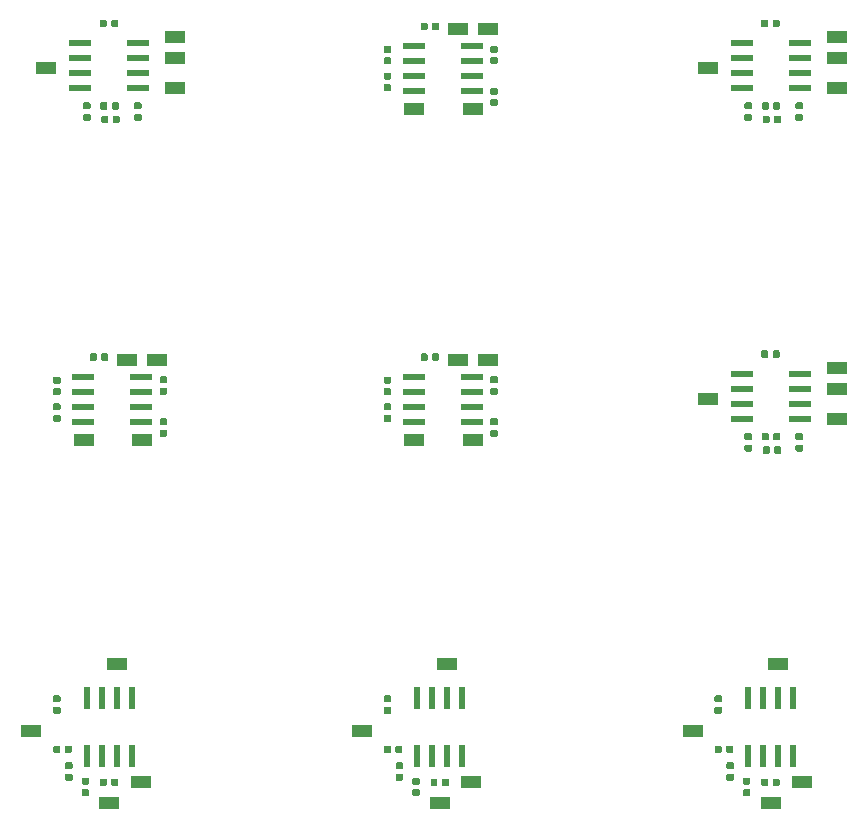
<source format=gtp>
%MOIN*%
%OFA0B0*%
%FSLAX46Y46*%
%IPPOS*%
%LPD*%
%ADD10C,0.0039370078740157488*%
%ADD11C,0.023228346456692913*%
%ADD12R,0.022X0.078000000000000014*%
%ADD13R,0.070866141732283464X0.03937007874015748*%
%ADD24R,0.070866141732283464X0.03937007874015748*%
%ADD25R,0.078000000000000014X0.022*%
%ADD26C,0.0039370078740157488*%
%ADD27C,0.023228346456692913*%
%ADD28R,0.078000000000000014X0.022*%
%ADD29C,0.0039370078740157488*%
%ADD30C,0.023228346456692913*%
%ADD31R,0.070866141732283464X0.03937007874015748*%
%ADD32C,0.0039370078740157488*%
%ADD33C,0.023228346456692913*%
%ADD34R,0.022X0.078000000000000014*%
%ADD35R,0.070866141732283464X0.03937007874015748*%
%ADD36C,0.0039370078740157488*%
%ADD37C,0.023228346456692913*%
%ADD38R,0.022X0.078000000000000014*%
%ADD39R,0.070866141732283464X0.03937007874015748*%
%ADD40R,0.070866141732283464X0.03937007874015748*%
%ADD41R,0.078000000000000014X0.022*%
%ADD42C,0.0039370078740157488*%
%ADD43C,0.023228346456692913*%
%ADD44R,0.070866141732283464X0.03937007874015748*%
%ADD45R,0.078000000000000014X0.022*%
%ADD46C,0.0039370078740157488*%
%ADD47C,0.023228346456692913*%
%ADD48R,0.078000000000000014X0.022*%
%ADD49C,0.0039370078740157488*%
%ADD50C,0.023228346456692913*%
%ADD51R,0.070866141732283464X0.03937007874015748*%
%ADD52R,0.078000000000000014X0.022*%
%ADD53C,0.0039370078740157488*%
%ADD54C,0.023228346456692913*%
%ADD55R,0.070866141732283464X0.03937007874015748*%
D10*
G36*
X0000524302Y0000346372D02*
G01*
X0000524865Y0000346289D01*
X0000525418Y0000346150D01*
X0000525955Y0000345958D01*
X0000526470Y0000345715D01*
X0000526959Y0000345422D01*
X0000527416Y0000345082D01*
X0000527839Y0000344699D01*
X0000528221Y0000344277D01*
X0000528561Y0000343819D01*
X0000528854Y0000343331D01*
X0000529097Y0000342815D01*
X0000529289Y0000342279D01*
X0000529428Y0000341726D01*
X0000529511Y0000341162D01*
X0000529539Y0000340593D01*
X0000529539Y0000327011D01*
X0000529511Y0000326441D01*
X0000529428Y0000325878D01*
X0000529289Y0000325325D01*
X0000529097Y0000324788D01*
X0000528854Y0000324273D01*
X0000528561Y0000323784D01*
X0000528221Y0000323327D01*
X0000527839Y0000322904D01*
X0000527416Y0000322522D01*
X0000526959Y0000322182D01*
X0000526470Y0000321889D01*
X0000525955Y0000321645D01*
X0000525418Y0000321453D01*
X0000524865Y0000321315D01*
X0000524302Y0000321231D01*
X0000523732Y0000321203D01*
X0000512118Y0000321203D01*
X0000511549Y0000321231D01*
X0000510985Y0000321315D01*
X0000510432Y0000321453D01*
X0000509896Y0000321645D01*
X0000509381Y0000321889D01*
X0000508892Y0000322182D01*
X0000508434Y0000322522D01*
X0000508012Y0000322904D01*
X0000507629Y0000323327D01*
X0000507290Y0000323784D01*
X0000506997Y0000324273D01*
X0000506753Y0000324788D01*
X0000506561Y0000325325D01*
X0000506423Y0000325878D01*
X0000506339Y0000326441D01*
X0000506311Y0000327011D01*
X0000506311Y0000340593D01*
X0000506339Y0000341162D01*
X0000506423Y0000341726D01*
X0000506561Y0000342279D01*
X0000506753Y0000342815D01*
X0000506997Y0000343331D01*
X0000507290Y0000343819D01*
X0000507629Y0000344277D01*
X0000508012Y0000344699D01*
X0000508434Y0000345082D01*
X0000508892Y0000345422D01*
X0000509381Y0000345715D01*
X0000509896Y0000345958D01*
X0000510432Y0000346150D01*
X0000510985Y0000346289D01*
X0000511549Y0000346372D01*
X0000512118Y0000346400D01*
X0000523732Y0000346400D01*
X0000524302Y0000346372D01*
X0000524302Y0000346372D01*
G37*
D11*
X0000517925Y0000333802D03*
D10*
G36*
X0000486113Y0000346372D02*
G01*
X0000486676Y0000346289D01*
X0000487229Y0000346150D01*
X0000487766Y0000345958D01*
X0000488281Y0000345715D01*
X0000488770Y0000345422D01*
X0000489227Y0000345082D01*
X0000489650Y0000344699D01*
X0000490032Y0000344277D01*
X0000490372Y0000343819D01*
X0000490665Y0000343331D01*
X0000490908Y0000342815D01*
X0000491100Y0000342279D01*
X0000491239Y0000341726D01*
X0000491322Y0000341162D01*
X0000491350Y0000340593D01*
X0000491350Y0000327011D01*
X0000491322Y0000326441D01*
X0000491239Y0000325878D01*
X0000491100Y0000325325D01*
X0000490908Y0000324788D01*
X0000490665Y0000324273D01*
X0000490372Y0000323784D01*
X0000490032Y0000323327D01*
X0000489650Y0000322904D01*
X0000489227Y0000322522D01*
X0000488770Y0000322182D01*
X0000488281Y0000321889D01*
X0000487766Y0000321645D01*
X0000487229Y0000321453D01*
X0000486676Y0000321315D01*
X0000486113Y0000321231D01*
X0000485543Y0000321203D01*
X0000473929Y0000321203D01*
X0000473360Y0000321231D01*
X0000472796Y0000321315D01*
X0000472243Y0000321453D01*
X0000471707Y0000321645D01*
X0000471192Y0000321889D01*
X0000470703Y0000322182D01*
X0000470245Y0000322522D01*
X0000469823Y0000322904D01*
X0000469440Y0000323327D01*
X0000469101Y0000323784D01*
X0000468808Y0000324273D01*
X0000468564Y0000324788D01*
X0000468372Y0000325325D01*
X0000468234Y0000325878D01*
X0000468150Y0000326441D01*
X0000468122Y0000327011D01*
X0000468122Y0000340593D01*
X0000468150Y0000341162D01*
X0000468234Y0000341726D01*
X0000468372Y0000342279D01*
X0000468564Y0000342815D01*
X0000468808Y0000343331D01*
X0000469101Y0000343819D01*
X0000469440Y0000344277D01*
X0000469823Y0000344699D01*
X0000470245Y0000345082D01*
X0000470703Y0000345422D01*
X0000471192Y0000345715D01*
X0000471707Y0000345958D01*
X0000472243Y0000346150D01*
X0000472796Y0000346289D01*
X0000473360Y0000346372D01*
X0000473929Y0000346400D01*
X0000485543Y0000346400D01*
X0000486113Y0000346372D01*
X0000486113Y0000346372D01*
G37*
D11*
X0000479736Y0000333802D03*
D12*
X0000424736Y0000615802D03*
X0000474736Y0000615802D03*
X0000524736Y0000615802D03*
X0000574736Y0000615802D03*
X0000574736Y0000421802D03*
X0000524736Y0000421802D03*
X0000474736Y0000421802D03*
X0000424736Y0000421802D03*
D13*
X0000239736Y0000503802D03*
X0000524736Y0000728802D03*
D10*
G36*
X0000427097Y0000311294D02*
G01*
X0000427660Y0000311210D01*
X0000428213Y0000311072D01*
X0000428750Y0000310880D01*
X0000429265Y0000310636D01*
X0000429754Y0000310343D01*
X0000430212Y0000310003D01*
X0000430634Y0000309621D01*
X0000431017Y0000309198D01*
X0000431356Y0000308741D01*
X0000431649Y0000308252D01*
X0000431893Y0000307737D01*
X0000432085Y0000307200D01*
X0000432223Y0000306647D01*
X0000432307Y0000306084D01*
X0000432335Y0000305514D01*
X0000432335Y0000293900D01*
X0000432307Y0000293331D01*
X0000432223Y0000292767D01*
X0000432085Y0000292215D01*
X0000431893Y0000291678D01*
X0000431649Y0000291163D01*
X0000431356Y0000290674D01*
X0000431017Y0000290216D01*
X0000430634Y0000289794D01*
X0000430212Y0000289411D01*
X0000429754Y0000289072D01*
X0000429265Y0000288779D01*
X0000428750Y0000288535D01*
X0000428213Y0000288343D01*
X0000427660Y0000288205D01*
X0000427097Y0000288121D01*
X0000426528Y0000288093D01*
X0000412945Y0000288093D01*
X0000412376Y0000288121D01*
X0000411812Y0000288205D01*
X0000411259Y0000288343D01*
X0000410723Y0000288535D01*
X0000410207Y0000288779D01*
X0000409719Y0000289072D01*
X0000409261Y0000289411D01*
X0000408839Y0000289794D01*
X0000408456Y0000290216D01*
X0000408116Y0000290674D01*
X0000407824Y0000291163D01*
X0000407580Y0000291678D01*
X0000407388Y0000292215D01*
X0000407249Y0000292767D01*
X0000407166Y0000293331D01*
X0000407138Y0000293900D01*
X0000407138Y0000305514D01*
X0000407166Y0000306084D01*
X0000407249Y0000306647D01*
X0000407388Y0000307200D01*
X0000407580Y0000307737D01*
X0000407824Y0000308252D01*
X0000408116Y0000308741D01*
X0000408456Y0000309198D01*
X0000408839Y0000309621D01*
X0000409261Y0000310003D01*
X0000409719Y0000310343D01*
X0000410207Y0000310636D01*
X0000410723Y0000310880D01*
X0000411259Y0000311072D01*
X0000411812Y0000311210D01*
X0000412376Y0000311294D01*
X0000412945Y0000311322D01*
X0000426528Y0000311322D01*
X0000427097Y0000311294D01*
X0000427097Y0000311294D01*
G37*
D11*
X0000419736Y0000299707D03*
D10*
G36*
X0000427097Y0000349483D02*
G01*
X0000427660Y0000349399D01*
X0000428213Y0000349260D01*
X0000428750Y0000349068D01*
X0000429265Y0000348825D01*
X0000429754Y0000348532D01*
X0000430212Y0000348192D01*
X0000430634Y0000347810D01*
X0000431017Y0000347387D01*
X0000431356Y0000346930D01*
X0000431649Y0000346441D01*
X0000431893Y0000345926D01*
X0000432085Y0000345389D01*
X0000432223Y0000344836D01*
X0000432307Y0000344273D01*
X0000432335Y0000343703D01*
X0000432335Y0000332089D01*
X0000432307Y0000331520D01*
X0000432223Y0000330956D01*
X0000432085Y0000330404D01*
X0000431893Y0000329867D01*
X0000431649Y0000329352D01*
X0000431356Y0000328863D01*
X0000431017Y0000328405D01*
X0000430634Y0000327983D01*
X0000430212Y0000327600D01*
X0000429754Y0000327261D01*
X0000429265Y0000326968D01*
X0000428750Y0000326724D01*
X0000428213Y0000326532D01*
X0000427660Y0000326394D01*
X0000427097Y0000326310D01*
X0000426528Y0000326282D01*
X0000412945Y0000326282D01*
X0000412376Y0000326310D01*
X0000411812Y0000326394D01*
X0000411259Y0000326532D01*
X0000410723Y0000326724D01*
X0000410207Y0000326968D01*
X0000409719Y0000327261D01*
X0000409261Y0000327600D01*
X0000408839Y0000327983D01*
X0000408456Y0000328405D01*
X0000408116Y0000328863D01*
X0000407824Y0000329352D01*
X0000407580Y0000329867D01*
X0000407388Y0000330404D01*
X0000407249Y0000330956D01*
X0000407166Y0000331520D01*
X0000407138Y0000332089D01*
X0000407138Y0000343703D01*
X0000407166Y0000344273D01*
X0000407249Y0000344836D01*
X0000407388Y0000345389D01*
X0000407580Y0000345926D01*
X0000407824Y0000346441D01*
X0000408116Y0000346930D01*
X0000408456Y0000347387D01*
X0000408839Y0000347810D01*
X0000409261Y0000348192D01*
X0000409719Y0000348532D01*
X0000410207Y0000348825D01*
X0000410723Y0000349068D01*
X0000411259Y0000349260D01*
X0000411812Y0000349399D01*
X0000412376Y0000349483D01*
X0000412945Y0000349511D01*
X0000426528Y0000349511D01*
X0000427097Y0000349483D01*
X0000427097Y0000349483D01*
G37*
D11*
X0000419736Y0000337896D03*
D10*
G36*
X0000372097Y0000362199D02*
G01*
X0000372660Y0000362115D01*
X0000373213Y0000361977D01*
X0000373750Y0000361785D01*
X0000374265Y0000361541D01*
X0000374754Y0000361248D01*
X0000375212Y0000360909D01*
X0000375634Y0000360526D01*
X0000376017Y0000360104D01*
X0000376356Y0000359646D01*
X0000376649Y0000359157D01*
X0000376893Y0000358642D01*
X0000377085Y0000358106D01*
X0000377223Y0000357553D01*
X0000377307Y0000356989D01*
X0000377335Y0000356420D01*
X0000377335Y0000344806D01*
X0000377307Y0000344237D01*
X0000377223Y0000343673D01*
X0000377085Y0000343120D01*
X0000376893Y0000342584D01*
X0000376649Y0000342068D01*
X0000376356Y0000341580D01*
X0000376017Y0000341122D01*
X0000375634Y0000340700D01*
X0000375212Y0000340317D01*
X0000374754Y0000339977D01*
X0000374265Y0000339684D01*
X0000373750Y0000339441D01*
X0000373213Y0000339249D01*
X0000372660Y0000339110D01*
X0000372097Y0000339027D01*
X0000371528Y0000338999D01*
X0000357945Y0000338999D01*
X0000357376Y0000339027D01*
X0000356812Y0000339110D01*
X0000356259Y0000339249D01*
X0000355723Y0000339441D01*
X0000355207Y0000339684D01*
X0000354719Y0000339977D01*
X0000354261Y0000340317D01*
X0000353839Y0000340700D01*
X0000353456Y0000341122D01*
X0000353116Y0000341580D01*
X0000352824Y0000342068D01*
X0000352580Y0000342584D01*
X0000352388Y0000343120D01*
X0000352249Y0000343673D01*
X0000352166Y0000344237D01*
X0000352138Y0000344806D01*
X0000352138Y0000356420D01*
X0000352166Y0000356989D01*
X0000352249Y0000357553D01*
X0000352388Y0000358106D01*
X0000352580Y0000358642D01*
X0000352824Y0000359157D01*
X0000353116Y0000359646D01*
X0000353456Y0000360104D01*
X0000353839Y0000360526D01*
X0000354261Y0000360909D01*
X0000354719Y0000361248D01*
X0000355207Y0000361541D01*
X0000355723Y0000361785D01*
X0000356259Y0000361977D01*
X0000356812Y0000362115D01*
X0000357376Y0000362199D01*
X0000357945Y0000362227D01*
X0000371528Y0000362227D01*
X0000372097Y0000362199D01*
X0000372097Y0000362199D01*
G37*
D11*
X0000364736Y0000350613D03*
D10*
G36*
X0000372097Y0000400388D02*
G01*
X0000372660Y0000400304D01*
X0000373213Y0000400166D01*
X0000373750Y0000399974D01*
X0000374265Y0000399730D01*
X0000374754Y0000399437D01*
X0000375212Y0000399098D01*
X0000375634Y0000398715D01*
X0000376017Y0000398293D01*
X0000376356Y0000397835D01*
X0000376649Y0000397346D01*
X0000376893Y0000396831D01*
X0000377085Y0000396295D01*
X0000377223Y0000395742D01*
X0000377307Y0000395178D01*
X0000377335Y0000394609D01*
X0000377335Y0000382995D01*
X0000377307Y0000382426D01*
X0000377223Y0000381862D01*
X0000377085Y0000381309D01*
X0000376893Y0000380772D01*
X0000376649Y0000380257D01*
X0000376356Y0000379769D01*
X0000376017Y0000379311D01*
X0000375634Y0000378889D01*
X0000375212Y0000378506D01*
X0000374754Y0000378166D01*
X0000374265Y0000377873D01*
X0000373750Y0000377630D01*
X0000373213Y0000377438D01*
X0000372660Y0000377299D01*
X0000372097Y0000377216D01*
X0000371528Y0000377188D01*
X0000357945Y0000377188D01*
X0000357376Y0000377216D01*
X0000356812Y0000377299D01*
X0000356259Y0000377438D01*
X0000355723Y0000377630D01*
X0000355207Y0000377873D01*
X0000354719Y0000378166D01*
X0000354261Y0000378506D01*
X0000353839Y0000378889D01*
X0000353456Y0000379311D01*
X0000353116Y0000379769D01*
X0000352824Y0000380257D01*
X0000352580Y0000380772D01*
X0000352388Y0000381309D01*
X0000352249Y0000381862D01*
X0000352166Y0000382426D01*
X0000352138Y0000382995D01*
X0000352138Y0000394609D01*
X0000352166Y0000395178D01*
X0000352249Y0000395742D01*
X0000352388Y0000396295D01*
X0000352580Y0000396831D01*
X0000352824Y0000397346D01*
X0000353116Y0000397835D01*
X0000353456Y0000398293D01*
X0000353839Y0000398715D01*
X0000354261Y0000399098D01*
X0000354719Y0000399437D01*
X0000355207Y0000399730D01*
X0000355723Y0000399974D01*
X0000356259Y0000400166D01*
X0000356812Y0000400304D01*
X0000357376Y0000400388D01*
X0000357945Y0000400416D01*
X0000371528Y0000400416D01*
X0000372097Y0000400388D01*
X0000372097Y0000400388D01*
G37*
D11*
X0000364736Y0000388802D03*
D10*
G36*
X0000332097Y0000585388D02*
G01*
X0000332660Y0000585304D01*
X0000333213Y0000585166D01*
X0000333750Y0000584974D01*
X0000334265Y0000584730D01*
X0000334754Y0000584437D01*
X0000335212Y0000584098D01*
X0000335634Y0000583715D01*
X0000336017Y0000583293D01*
X0000336356Y0000582835D01*
X0000336649Y0000582346D01*
X0000336893Y0000581831D01*
X0000337085Y0000581295D01*
X0000337223Y0000580742D01*
X0000337307Y0000580178D01*
X0000337335Y0000579609D01*
X0000337335Y0000567995D01*
X0000337307Y0000567426D01*
X0000337223Y0000566862D01*
X0000337085Y0000566309D01*
X0000336893Y0000565772D01*
X0000336649Y0000565257D01*
X0000336356Y0000564769D01*
X0000336017Y0000564311D01*
X0000335634Y0000563889D01*
X0000335212Y0000563506D01*
X0000334754Y0000563166D01*
X0000334265Y0000562873D01*
X0000333750Y0000562630D01*
X0000333213Y0000562438D01*
X0000332660Y0000562299D01*
X0000332097Y0000562216D01*
X0000331528Y0000562188D01*
X0000317945Y0000562188D01*
X0000317376Y0000562216D01*
X0000316812Y0000562299D01*
X0000316259Y0000562438D01*
X0000315723Y0000562630D01*
X0000315207Y0000562873D01*
X0000314719Y0000563166D01*
X0000314261Y0000563506D01*
X0000313839Y0000563889D01*
X0000313456Y0000564311D01*
X0000313116Y0000564769D01*
X0000312824Y0000565257D01*
X0000312580Y0000565772D01*
X0000312388Y0000566309D01*
X0000312249Y0000566862D01*
X0000312166Y0000567426D01*
X0000312138Y0000567995D01*
X0000312138Y0000579609D01*
X0000312166Y0000580178D01*
X0000312249Y0000580742D01*
X0000312388Y0000581295D01*
X0000312580Y0000581831D01*
X0000312824Y0000582346D01*
X0000313116Y0000582835D01*
X0000313456Y0000583293D01*
X0000313839Y0000583715D01*
X0000314261Y0000584098D01*
X0000314719Y0000584437D01*
X0000315207Y0000584730D01*
X0000315723Y0000584974D01*
X0000316259Y0000585166D01*
X0000316812Y0000585304D01*
X0000317376Y0000585388D01*
X0000317945Y0000585416D01*
X0000331528Y0000585416D01*
X0000332097Y0000585388D01*
X0000332097Y0000585388D01*
G37*
D11*
X0000324736Y0000573802D03*
D10*
G36*
X0000332097Y0000623577D02*
G01*
X0000332660Y0000623493D01*
X0000333213Y0000623355D01*
X0000333750Y0000623163D01*
X0000334265Y0000622919D01*
X0000334754Y0000622626D01*
X0000335212Y0000622287D01*
X0000335634Y0000621904D01*
X0000336017Y0000621482D01*
X0000336356Y0000621024D01*
X0000336649Y0000620535D01*
X0000336893Y0000620020D01*
X0000337085Y0000619484D01*
X0000337223Y0000618931D01*
X0000337307Y0000618367D01*
X0000337335Y0000617798D01*
X0000337335Y0000606184D01*
X0000337307Y0000605615D01*
X0000337223Y0000605051D01*
X0000337085Y0000604498D01*
X0000336893Y0000603961D01*
X0000336649Y0000603446D01*
X0000336356Y0000602957D01*
X0000336017Y0000602500D01*
X0000335634Y0000602078D01*
X0000335212Y0000601695D01*
X0000334754Y0000601355D01*
X0000334265Y0000601062D01*
X0000333750Y0000600819D01*
X0000333213Y0000600627D01*
X0000332660Y0000600488D01*
X0000332097Y0000600405D01*
X0000331528Y0000600377D01*
X0000317945Y0000600377D01*
X0000317376Y0000600405D01*
X0000316812Y0000600488D01*
X0000316259Y0000600627D01*
X0000315723Y0000600819D01*
X0000315207Y0000601062D01*
X0000314719Y0000601355D01*
X0000314261Y0000601695D01*
X0000313839Y0000602078D01*
X0000313456Y0000602500D01*
X0000313116Y0000602957D01*
X0000312824Y0000603446D01*
X0000312580Y0000603961D01*
X0000312388Y0000604498D01*
X0000312249Y0000605051D01*
X0000312166Y0000605615D01*
X0000312138Y0000606184D01*
X0000312138Y0000617798D01*
X0000312166Y0000618367D01*
X0000312249Y0000618931D01*
X0000312388Y0000619484D01*
X0000312580Y0000620020D01*
X0000312824Y0000620535D01*
X0000313116Y0000621024D01*
X0000313456Y0000621482D01*
X0000313839Y0000621904D01*
X0000314261Y0000622287D01*
X0000314719Y0000622626D01*
X0000315207Y0000622919D01*
X0000315723Y0000623163D01*
X0000316259Y0000623355D01*
X0000316812Y0000623493D01*
X0000317376Y0000623577D01*
X0000317945Y0000623605D01*
X0000331528Y0000623605D01*
X0000332097Y0000623577D01*
X0000332097Y0000623577D01*
G37*
D11*
X0000324736Y0000611991D03*
D13*
X0000604736Y0000333802D03*
X0000499736Y0000263802D03*
D10*
G36*
X0000331113Y0000456372D02*
G01*
X0000331676Y0000456289D01*
X0000332229Y0000456150D01*
X0000332766Y0000455958D01*
X0000333281Y0000455715D01*
X0000333770Y0000455422D01*
X0000334227Y0000455082D01*
X0000334650Y0000454699D01*
X0000335032Y0000454277D01*
X0000335372Y0000453819D01*
X0000335665Y0000453331D01*
X0000335908Y0000452815D01*
X0000336100Y0000452279D01*
X0000336239Y0000451726D01*
X0000336322Y0000451162D01*
X0000336350Y0000450593D01*
X0000336350Y0000437011D01*
X0000336322Y0000436441D01*
X0000336239Y0000435878D01*
X0000336100Y0000435325D01*
X0000335908Y0000434788D01*
X0000335665Y0000434273D01*
X0000335372Y0000433784D01*
X0000335032Y0000433327D01*
X0000334650Y0000432904D01*
X0000334227Y0000432522D01*
X0000333770Y0000432182D01*
X0000333281Y0000431889D01*
X0000332766Y0000431645D01*
X0000332229Y0000431453D01*
X0000331676Y0000431315D01*
X0000331113Y0000431231D01*
X0000330543Y0000431203D01*
X0000318929Y0000431203D01*
X0000318360Y0000431231D01*
X0000317796Y0000431315D01*
X0000317243Y0000431453D01*
X0000316707Y0000431645D01*
X0000316192Y0000431889D01*
X0000315703Y0000432182D01*
X0000315245Y0000432522D01*
X0000314823Y0000432904D01*
X0000314440Y0000433327D01*
X0000314101Y0000433784D01*
X0000313808Y0000434273D01*
X0000313564Y0000434788D01*
X0000313372Y0000435325D01*
X0000313234Y0000435878D01*
X0000313150Y0000436441D01*
X0000313122Y0000437011D01*
X0000313122Y0000450593D01*
X0000313150Y0000451162D01*
X0000313234Y0000451726D01*
X0000313372Y0000452279D01*
X0000313564Y0000452815D01*
X0000313808Y0000453331D01*
X0000314101Y0000453819D01*
X0000314440Y0000454277D01*
X0000314823Y0000454699D01*
X0000315245Y0000455082D01*
X0000315703Y0000455422D01*
X0000316192Y0000455715D01*
X0000316707Y0000455958D01*
X0000317243Y0000456150D01*
X0000317796Y0000456289D01*
X0000318360Y0000456372D01*
X0000318929Y0000456400D01*
X0000330543Y0000456400D01*
X0000331113Y0000456372D01*
X0000331113Y0000456372D01*
G37*
D11*
X0000324736Y0000443802D03*
D10*
G36*
X0000369302Y0000456372D02*
G01*
X0000369865Y0000456289D01*
X0000370418Y0000456150D01*
X0000370955Y0000455958D01*
X0000371470Y0000455715D01*
X0000371959Y0000455422D01*
X0000372416Y0000455082D01*
X0000372839Y0000454699D01*
X0000373221Y0000454277D01*
X0000373561Y0000453819D01*
X0000373854Y0000453331D01*
X0000374097Y0000452815D01*
X0000374289Y0000452279D01*
X0000374428Y0000451726D01*
X0000374511Y0000451162D01*
X0000374539Y0000450593D01*
X0000374539Y0000437011D01*
X0000374511Y0000436441D01*
X0000374428Y0000435878D01*
X0000374289Y0000435325D01*
X0000374097Y0000434788D01*
X0000373854Y0000434273D01*
X0000373561Y0000433784D01*
X0000373221Y0000433327D01*
X0000372839Y0000432904D01*
X0000372416Y0000432522D01*
X0000371959Y0000432182D01*
X0000371470Y0000431889D01*
X0000370955Y0000431645D01*
X0000370418Y0000431453D01*
X0000369865Y0000431315D01*
X0000369302Y0000431231D01*
X0000368732Y0000431203D01*
X0000357118Y0000431203D01*
X0000356549Y0000431231D01*
X0000355985Y0000431315D01*
X0000355432Y0000431453D01*
X0000354896Y0000431645D01*
X0000354381Y0000431889D01*
X0000353892Y0000432182D01*
X0000353434Y0000432522D01*
X0000353012Y0000432904D01*
X0000352629Y0000433327D01*
X0000352290Y0000433784D01*
X0000351997Y0000434273D01*
X0000351753Y0000434788D01*
X0000351561Y0000435325D01*
X0000351423Y0000435878D01*
X0000351339Y0000436441D01*
X0000351311Y0000437011D01*
X0000351311Y0000450593D01*
X0000351339Y0000451162D01*
X0000351423Y0000451726D01*
X0000351561Y0000452279D01*
X0000351753Y0000452815D01*
X0000351997Y0000453331D01*
X0000352290Y0000453819D01*
X0000352629Y0000454277D01*
X0000353012Y0000454699D01*
X0000353434Y0000455082D01*
X0000353892Y0000455422D01*
X0000354381Y0000455715D01*
X0000354896Y0000455958D01*
X0000355432Y0000456150D01*
X0000355985Y0000456289D01*
X0000356549Y0000456372D01*
X0000357118Y0000456400D01*
X0000368732Y0000456400D01*
X0000369302Y0000456372D01*
X0000369302Y0000456372D01*
G37*
D11*
X0000362925Y0000443802D03*
G04 next file*
G04 #@! TF.GenerationSoftware,KiCad,Pcbnew,(5.1.2)-2*
G04 #@! TF.CreationDate,2019-08-09T02:38:33-07:00*
G04 #@! TF.ProjectId,noncontact_electrode,6e6f6e63-6f6e-4746-9163-745f656c6563,rev?*
G04 #@! TF.SameCoordinates,Original*
G04 #@! TF.FileFunction,Paste,Top*
G04 #@! TF.FilePolarity,Positive*
G04 Gerber Fmt 4.6, Leading zero omitted, Abs format (unit mm)*
G04 Created by KiCad (PCBNEW (5.1.2)-2) date 2019-08-09 02:38:33*
G04 APERTURE LIST*
G04 APERTURE END LIST*
D24*
X-0003425263Y0005551131D02*
X0000414736Y0001476131D03*
X0000559736Y0001741131D03*
D25*
X0000606736Y0001686131D03*
X0000606736Y0001636131D03*
X0000606736Y0001586131D03*
X0000606736Y0001536131D03*
X0000412736Y0001536131D03*
X0000412736Y0001586131D03*
X0000412736Y0001636131D03*
X0000412736Y0001686131D03*
D26*
G36*
X0000687097Y0001648622D02*
G01*
X0000687660Y0001648539D01*
X0000688213Y0001648400D01*
X0000688750Y0001648208D01*
X0000689265Y0001647965D01*
X0000689754Y0001647672D01*
X0000690212Y0001647332D01*
X0000690634Y0001646950D01*
X0000691017Y0001646527D01*
X0000691356Y0001646070D01*
X0000691649Y0001645581D01*
X0000691893Y0001645066D01*
X0000692085Y0001644529D01*
X0000692223Y0001643976D01*
X0000692307Y0001643413D01*
X0000692335Y0001642843D01*
X0000692335Y0001631229D01*
X0000692307Y0001630660D01*
X0000692223Y0001630096D01*
X0000692085Y0001629543D01*
X0000691893Y0001629007D01*
X0000691649Y0001628492D01*
X0000691356Y0001628003D01*
X0000691017Y0001627545D01*
X0000690634Y0001627123D01*
X0000690212Y0001626740D01*
X0000689754Y0001626401D01*
X0000689265Y0001626108D01*
X0000688750Y0001625864D01*
X0000688213Y0001625672D01*
X0000687660Y0001625534D01*
X0000687097Y0001625450D01*
X0000686528Y0001625422D01*
X0000672945Y0001625422D01*
X0000672376Y0001625450D01*
X0000671812Y0001625534D01*
X0000671259Y0001625672D01*
X0000670723Y0001625864D01*
X0000670207Y0001626108D01*
X0000669719Y0001626401D01*
X0000669261Y0001626740D01*
X0000668839Y0001627123D01*
X0000668456Y0001627545D01*
X0000668116Y0001628003D01*
X0000667824Y0001628492D01*
X0000667580Y0001629007D01*
X0000667388Y0001629543D01*
X0000667249Y0001630096D01*
X0000667166Y0001630660D01*
X0000667138Y0001631229D01*
X0000667138Y0001642843D01*
X0000667166Y0001643413D01*
X0000667249Y0001643976D01*
X0000667388Y0001644529D01*
X0000667580Y0001645066D01*
X0000667824Y0001645581D01*
X0000668116Y0001646070D01*
X0000668456Y0001646527D01*
X0000668839Y0001646950D01*
X0000669261Y0001647332D01*
X0000669719Y0001647672D01*
X0000670207Y0001647965D01*
X0000670723Y0001648208D01*
X0000671259Y0001648400D01*
X0000671812Y0001648539D01*
X0000672376Y0001648622D01*
X0000672945Y0001648650D01*
X0000686528Y0001648650D01*
X0000687097Y0001648622D01*
X0000687097Y0001648622D01*
G37*
D27*
X0000679736Y0001637036D03*
D26*
G36*
X0000687097Y0001686811D02*
G01*
X0000687660Y0001686728D01*
X0000688213Y0001686589D01*
X0000688750Y0001686397D01*
X0000689265Y0001686154D01*
X0000689754Y0001685861D01*
X0000690212Y0001685521D01*
X0000690634Y0001685139D01*
X0000691017Y0001684716D01*
X0000691356Y0001684259D01*
X0000691649Y0001683770D01*
X0000691893Y0001683255D01*
X0000692085Y0001682718D01*
X0000692223Y0001682165D01*
X0000692307Y0001681602D01*
X0000692335Y0001681032D01*
X0000692335Y0001669418D01*
X0000692307Y0001668849D01*
X0000692223Y0001668285D01*
X0000692085Y0001667732D01*
X0000691893Y0001667196D01*
X0000691649Y0001666681D01*
X0000691356Y0001666192D01*
X0000691017Y0001665734D01*
X0000690634Y0001665312D01*
X0000690212Y0001664929D01*
X0000689754Y0001664590D01*
X0000689265Y0001664297D01*
X0000688750Y0001664053D01*
X0000688213Y0001663861D01*
X0000687660Y0001663723D01*
X0000687097Y0001663639D01*
X0000686528Y0001663611D01*
X0000672945Y0001663611D01*
X0000672376Y0001663639D01*
X0000671812Y0001663723D01*
X0000671259Y0001663861D01*
X0000670723Y0001664053D01*
X0000670207Y0001664297D01*
X0000669719Y0001664590D01*
X0000669261Y0001664929D01*
X0000668839Y0001665312D01*
X0000668456Y0001665734D01*
X0000668116Y0001666192D01*
X0000667824Y0001666681D01*
X0000667580Y0001667196D01*
X0000667388Y0001667732D01*
X0000667249Y0001668285D01*
X0000667166Y0001668849D01*
X0000667138Y0001669418D01*
X0000667138Y0001681032D01*
X0000667166Y0001681602D01*
X0000667249Y0001682165D01*
X0000667388Y0001682718D01*
X0000667580Y0001683255D01*
X0000667824Y0001683770D01*
X0000668116Y0001684259D01*
X0000668456Y0001684716D01*
X0000668839Y0001685139D01*
X0000669261Y0001685521D01*
X0000669719Y0001685861D01*
X0000670207Y0001686154D01*
X0000670723Y0001686397D01*
X0000671259Y0001686589D01*
X0000671812Y0001686728D01*
X0000672376Y0001686811D01*
X0000672945Y0001686839D01*
X0000686528Y0001686839D01*
X0000687097Y0001686811D01*
X0000687097Y0001686811D01*
G37*
D27*
X0000679736Y0001675225D03*
D26*
G36*
X0000687097Y0001508622D02*
G01*
X0000687660Y0001508539D01*
X0000688213Y0001508400D01*
X0000688750Y0001508208D01*
X0000689265Y0001507965D01*
X0000689754Y0001507672D01*
X0000690212Y0001507332D01*
X0000690634Y0001506950D01*
X0000691017Y0001506527D01*
X0000691356Y0001506070D01*
X0000691649Y0001505581D01*
X0000691893Y0001505066D01*
X0000692085Y0001504529D01*
X0000692223Y0001503976D01*
X0000692307Y0001503413D01*
X0000692335Y0001502843D01*
X0000692335Y0001491229D01*
X0000692307Y0001490660D01*
X0000692223Y0001490096D01*
X0000692085Y0001489543D01*
X0000691893Y0001489007D01*
X0000691649Y0001488492D01*
X0000691356Y0001488003D01*
X0000691017Y0001487545D01*
X0000690634Y0001487123D01*
X0000690212Y0001486740D01*
X0000689754Y0001486401D01*
X0000689265Y0001486108D01*
X0000688750Y0001485864D01*
X0000688213Y0001485672D01*
X0000687660Y0001485534D01*
X0000687097Y0001485450D01*
X0000686528Y0001485422D01*
X0000672945Y0001485422D01*
X0000672376Y0001485450D01*
X0000671812Y0001485534D01*
X0000671259Y0001485672D01*
X0000670723Y0001485864D01*
X0000670207Y0001486108D01*
X0000669719Y0001486401D01*
X0000669261Y0001486740D01*
X0000668839Y0001487123D01*
X0000668456Y0001487545D01*
X0000668116Y0001488003D01*
X0000667824Y0001488492D01*
X0000667580Y0001489007D01*
X0000667388Y0001489543D01*
X0000667249Y0001490096D01*
X0000667166Y0001490660D01*
X0000667138Y0001491229D01*
X0000667138Y0001502843D01*
X0000667166Y0001503413D01*
X0000667249Y0001503976D01*
X0000667388Y0001504529D01*
X0000667580Y0001505066D01*
X0000667824Y0001505581D01*
X0000668116Y0001506070D01*
X0000668456Y0001506527D01*
X0000668839Y0001506950D01*
X0000669261Y0001507332D01*
X0000669719Y0001507672D01*
X0000670207Y0001507965D01*
X0000670723Y0001508208D01*
X0000671259Y0001508400D01*
X0000671812Y0001508539D01*
X0000672376Y0001508622D01*
X0000672945Y0001508650D01*
X0000686528Y0001508650D01*
X0000687097Y0001508622D01*
X0000687097Y0001508622D01*
G37*
D27*
X0000679736Y0001497036D03*
D26*
G36*
X0000687097Y0001546811D02*
G01*
X0000687660Y0001546728D01*
X0000688213Y0001546589D01*
X0000688750Y0001546397D01*
X0000689265Y0001546154D01*
X0000689754Y0001545861D01*
X0000690212Y0001545521D01*
X0000690634Y0001545139D01*
X0000691017Y0001544716D01*
X0000691356Y0001544259D01*
X0000691649Y0001543770D01*
X0000691893Y0001543255D01*
X0000692085Y0001542718D01*
X0000692223Y0001542165D01*
X0000692307Y0001541602D01*
X0000692335Y0001541032D01*
X0000692335Y0001529418D01*
X0000692307Y0001528849D01*
X0000692223Y0001528285D01*
X0000692085Y0001527732D01*
X0000691893Y0001527196D01*
X0000691649Y0001526681D01*
X0000691356Y0001526192D01*
X0000691017Y0001525734D01*
X0000690634Y0001525312D01*
X0000690212Y0001524929D01*
X0000689754Y0001524590D01*
X0000689265Y0001524297D01*
X0000688750Y0001524053D01*
X0000688213Y0001523861D01*
X0000687660Y0001523723D01*
X0000687097Y0001523639D01*
X0000686528Y0001523611D01*
X0000672945Y0001523611D01*
X0000672376Y0001523639D01*
X0000671812Y0001523723D01*
X0000671259Y0001523861D01*
X0000670723Y0001524053D01*
X0000670207Y0001524297D01*
X0000669719Y0001524590D01*
X0000669261Y0001524929D01*
X0000668839Y0001525312D01*
X0000668456Y0001525734D01*
X0000668116Y0001526192D01*
X0000667824Y0001526681D01*
X0000667580Y0001527196D01*
X0000667388Y0001527732D01*
X0000667249Y0001528285D01*
X0000667166Y0001528849D01*
X0000667138Y0001529418D01*
X0000667138Y0001541032D01*
X0000667166Y0001541602D01*
X0000667249Y0001542165D01*
X0000667388Y0001542718D01*
X0000667580Y0001543255D01*
X0000667824Y0001543770D01*
X0000668116Y0001544259D01*
X0000668456Y0001544716D01*
X0000668839Y0001545139D01*
X0000669261Y0001545521D01*
X0000669719Y0001545861D01*
X0000670207Y0001546154D01*
X0000670723Y0001546397D01*
X0000671259Y0001546589D01*
X0000671812Y0001546728D01*
X0000672376Y0001546811D01*
X0000672945Y0001546839D01*
X0000686528Y0001546839D01*
X0000687097Y0001546811D01*
X0000687097Y0001546811D01*
G37*
D27*
X0000679736Y0001535225D03*
D26*
G36*
X0000332097Y0001685906D02*
G01*
X0000332660Y0001685822D01*
X0000333213Y0001685684D01*
X0000333750Y0001685492D01*
X0000334265Y0001685248D01*
X0000334754Y0001684955D01*
X0000335212Y0001684616D01*
X0000335634Y0001684233D01*
X0000336017Y0001683811D01*
X0000336356Y0001683353D01*
X0000336649Y0001682864D01*
X0000336893Y0001682349D01*
X0000337085Y0001681812D01*
X0000337223Y0001681260D01*
X0000337307Y0001680696D01*
X0000337335Y0001680127D01*
X0000337335Y0001668513D01*
X0000337307Y0001667943D01*
X0000337223Y0001667380D01*
X0000337085Y0001666827D01*
X0000336893Y0001666290D01*
X0000336649Y0001665775D01*
X0000336356Y0001665286D01*
X0000336017Y0001664829D01*
X0000335634Y0001664406D01*
X0000335212Y0001664024D01*
X0000334754Y0001663684D01*
X0000334265Y0001663391D01*
X0000333750Y0001663148D01*
X0000333213Y0001662956D01*
X0000332660Y0001662817D01*
X0000332097Y0001662733D01*
X0000331528Y0001662706D01*
X0000317945Y0001662706D01*
X0000317376Y0001662733D01*
X0000316812Y0001662817D01*
X0000316259Y0001662956D01*
X0000315723Y0001663148D01*
X0000315207Y0001663391D01*
X0000314719Y0001663684D01*
X0000314261Y0001664024D01*
X0000313839Y0001664406D01*
X0000313456Y0001664829D01*
X0000313116Y0001665286D01*
X0000312824Y0001665775D01*
X0000312580Y0001666290D01*
X0000312388Y0001666827D01*
X0000312249Y0001667380D01*
X0000312166Y0001667943D01*
X0000312138Y0001668513D01*
X0000312138Y0001680127D01*
X0000312166Y0001680696D01*
X0000312249Y0001681260D01*
X0000312388Y0001681812D01*
X0000312580Y0001682349D01*
X0000312824Y0001682864D01*
X0000313116Y0001683353D01*
X0000313456Y0001683811D01*
X0000313839Y0001684233D01*
X0000314261Y0001684616D01*
X0000314719Y0001684955D01*
X0000315207Y0001685248D01*
X0000315723Y0001685492D01*
X0000316259Y0001685684D01*
X0000316812Y0001685822D01*
X0000317376Y0001685906D01*
X0000317945Y0001685934D01*
X0000331528Y0001685934D01*
X0000332097Y0001685906D01*
X0000332097Y0001685906D01*
G37*
D27*
X0000324736Y0001674320D03*
D26*
G36*
X0000332097Y0001647717D02*
G01*
X0000332660Y0001647633D01*
X0000333213Y0001647495D01*
X0000333750Y0001647303D01*
X0000334265Y0001647059D01*
X0000334754Y0001646766D01*
X0000335212Y0001646427D01*
X0000335634Y0001646044D01*
X0000336017Y0001645622D01*
X0000336356Y0001645164D01*
X0000336649Y0001644675D01*
X0000336893Y0001644160D01*
X0000337085Y0001643624D01*
X0000337223Y0001643071D01*
X0000337307Y0001642507D01*
X0000337335Y0001641938D01*
X0000337335Y0001630324D01*
X0000337307Y0001629754D01*
X0000337223Y0001629191D01*
X0000337085Y0001628638D01*
X0000336893Y0001628101D01*
X0000336649Y0001627586D01*
X0000336356Y0001627097D01*
X0000336017Y0001626640D01*
X0000335634Y0001626217D01*
X0000335212Y0001625835D01*
X0000334754Y0001625495D01*
X0000334265Y0001625202D01*
X0000333750Y0001624959D01*
X0000333213Y0001624767D01*
X0000332660Y0001624628D01*
X0000332097Y0001624545D01*
X0000331528Y0001624517D01*
X0000317945Y0001624517D01*
X0000317376Y0001624545D01*
X0000316812Y0001624628D01*
X0000316259Y0001624767D01*
X0000315723Y0001624959D01*
X0000315207Y0001625202D01*
X0000314719Y0001625495D01*
X0000314261Y0001625835D01*
X0000313839Y0001626217D01*
X0000313456Y0001626640D01*
X0000313116Y0001627097D01*
X0000312824Y0001627586D01*
X0000312580Y0001628101D01*
X0000312388Y0001628638D01*
X0000312249Y0001629191D01*
X0000312166Y0001629754D01*
X0000312138Y0001630324D01*
X0000312138Y0001641938D01*
X0000312166Y0001642507D01*
X0000312249Y0001643071D01*
X0000312388Y0001643624D01*
X0000312580Y0001644160D01*
X0000312824Y0001644675D01*
X0000313116Y0001645164D01*
X0000313456Y0001645622D01*
X0000313839Y0001646044D01*
X0000314261Y0001646427D01*
X0000314719Y0001646766D01*
X0000315207Y0001647059D01*
X0000315723Y0001647303D01*
X0000316259Y0001647495D01*
X0000316812Y0001647633D01*
X0000317376Y0001647717D01*
X0000317945Y0001647745D01*
X0000331528Y0001647745D01*
X0000332097Y0001647717D01*
X0000332097Y0001647717D01*
G37*
D27*
X0000324736Y0001636131D03*
D24*
X0000659736Y0001741131D03*
X0000609736Y0001476131D03*
D26*
G36*
X0000452924Y0001763701D02*
G01*
X0000453487Y0001763618D01*
X0000454040Y0001763479D01*
X0000454577Y0001763287D01*
X0000455092Y0001763043D01*
X0000455581Y0001762750D01*
X0000456038Y0001762411D01*
X0000456461Y0001762028D01*
X0000456843Y0001761606D01*
X0000457183Y0001761148D01*
X0000457476Y0001760660D01*
X0000457719Y0001760144D01*
X0000457911Y0001759608D01*
X0000458050Y0001759055D01*
X0000458133Y0001758491D01*
X0000458161Y0001757922D01*
X0000458161Y0001744339D01*
X0000458133Y0001743770D01*
X0000458050Y0001743206D01*
X0000457911Y0001742654D01*
X0000457719Y0001742117D01*
X0000457476Y0001741602D01*
X0000457183Y0001741113D01*
X0000456843Y0001740655D01*
X0000456461Y0001740233D01*
X0000456038Y0001739850D01*
X0000455581Y0001739511D01*
X0000455092Y0001739218D01*
X0000454577Y0001738974D01*
X0000454040Y0001738782D01*
X0000453487Y0001738644D01*
X0000452924Y0001738560D01*
X0000452354Y0001738532D01*
X0000440740Y0001738532D01*
X0000440171Y0001738560D01*
X0000439607Y0001738644D01*
X0000439054Y0001738782D01*
X0000438518Y0001738974D01*
X0000438003Y0001739218D01*
X0000437514Y0001739511D01*
X0000437056Y0001739850D01*
X0000436634Y0001740233D01*
X0000436251Y0001740655D01*
X0000435912Y0001741113D01*
X0000435619Y0001741602D01*
X0000435375Y0001742117D01*
X0000435183Y0001742654D01*
X0000435045Y0001743206D01*
X0000434961Y0001743770D01*
X0000434933Y0001744339D01*
X0000434933Y0001757922D01*
X0000434961Y0001758491D01*
X0000435045Y0001759055D01*
X0000435183Y0001759608D01*
X0000435375Y0001760144D01*
X0000435619Y0001760660D01*
X0000435912Y0001761148D01*
X0000436251Y0001761606D01*
X0000436634Y0001762028D01*
X0000437056Y0001762411D01*
X0000437514Y0001762750D01*
X0000438003Y0001763043D01*
X0000438518Y0001763287D01*
X0000439054Y0001763479D01*
X0000439607Y0001763618D01*
X0000440171Y0001763701D01*
X0000440740Y0001763729D01*
X0000452354Y0001763729D01*
X0000452924Y0001763701D01*
X0000452924Y0001763701D01*
G37*
D27*
X0000446547Y0001751131D03*
D26*
G36*
X0000491113Y0001763701D02*
G01*
X0000491676Y0001763618D01*
X0000492229Y0001763479D01*
X0000492766Y0001763287D01*
X0000493281Y0001763043D01*
X0000493770Y0001762750D01*
X0000494227Y0001762411D01*
X0000494650Y0001762028D01*
X0000495032Y0001761606D01*
X0000495372Y0001761148D01*
X0000495665Y0001760660D01*
X0000495908Y0001760144D01*
X0000496100Y0001759608D01*
X0000496239Y0001759055D01*
X0000496322Y0001758491D01*
X0000496350Y0001757922D01*
X0000496350Y0001744339D01*
X0000496322Y0001743770D01*
X0000496239Y0001743206D01*
X0000496100Y0001742654D01*
X0000495908Y0001742117D01*
X0000495665Y0001741602D01*
X0000495372Y0001741113D01*
X0000495032Y0001740655D01*
X0000494650Y0001740233D01*
X0000494227Y0001739850D01*
X0000493770Y0001739511D01*
X0000493281Y0001739218D01*
X0000492766Y0001738974D01*
X0000492229Y0001738782D01*
X0000491676Y0001738644D01*
X0000491113Y0001738560D01*
X0000490543Y0001738532D01*
X0000478929Y0001738532D01*
X0000478360Y0001738560D01*
X0000477796Y0001738644D01*
X0000477243Y0001738782D01*
X0000476707Y0001738974D01*
X0000476192Y0001739218D01*
X0000475703Y0001739511D01*
X0000475245Y0001739850D01*
X0000474823Y0001740233D01*
X0000474440Y0001740655D01*
X0000474101Y0001741113D01*
X0000473808Y0001741602D01*
X0000473564Y0001742117D01*
X0000473372Y0001742654D01*
X0000473234Y0001743206D01*
X0000473150Y0001743770D01*
X0000473122Y0001744339D01*
X0000473122Y0001757922D01*
X0000473150Y0001758491D01*
X0000473234Y0001759055D01*
X0000473372Y0001759608D01*
X0000473564Y0001760144D01*
X0000473808Y0001760660D01*
X0000474101Y0001761148D01*
X0000474440Y0001761606D01*
X0000474823Y0001762028D01*
X0000475245Y0001762411D01*
X0000475703Y0001762750D01*
X0000476192Y0001763043D01*
X0000476707Y0001763287D01*
X0000477243Y0001763479D01*
X0000477796Y0001763618D01*
X0000478360Y0001763701D01*
X0000478929Y0001763729D01*
X0000490543Y0001763729D01*
X0000491113Y0001763701D01*
X0000491113Y0001763701D01*
G37*
D27*
X0000484736Y0001751131D03*
D26*
G36*
X0000332097Y0001558622D02*
G01*
X0000332660Y0001558539D01*
X0000333213Y0001558400D01*
X0000333750Y0001558208D01*
X0000334265Y0001557965D01*
X0000334754Y0001557672D01*
X0000335212Y0001557332D01*
X0000335634Y0001556950D01*
X0000336017Y0001556527D01*
X0000336356Y0001556070D01*
X0000336649Y0001555581D01*
X0000336893Y0001555066D01*
X0000337085Y0001554529D01*
X0000337223Y0001553976D01*
X0000337307Y0001553413D01*
X0000337335Y0001552843D01*
X0000337335Y0001541229D01*
X0000337307Y0001540660D01*
X0000337223Y0001540096D01*
X0000337085Y0001539543D01*
X0000336893Y0001539007D01*
X0000336649Y0001538492D01*
X0000336356Y0001538003D01*
X0000336017Y0001537545D01*
X0000335634Y0001537123D01*
X0000335212Y0001536740D01*
X0000334754Y0001536401D01*
X0000334265Y0001536108D01*
X0000333750Y0001535864D01*
X0000333213Y0001535672D01*
X0000332660Y0001535534D01*
X0000332097Y0001535450D01*
X0000331528Y0001535422D01*
X0000317945Y0001535422D01*
X0000317376Y0001535450D01*
X0000316812Y0001535534D01*
X0000316259Y0001535672D01*
X0000315723Y0001535864D01*
X0000315207Y0001536108D01*
X0000314719Y0001536401D01*
X0000314261Y0001536740D01*
X0000313839Y0001537123D01*
X0000313456Y0001537545D01*
X0000313116Y0001538003D01*
X0000312824Y0001538492D01*
X0000312580Y0001539007D01*
X0000312388Y0001539543D01*
X0000312249Y0001540096D01*
X0000312166Y0001540660D01*
X0000312138Y0001541229D01*
X0000312138Y0001552843D01*
X0000312166Y0001553413D01*
X0000312249Y0001553976D01*
X0000312388Y0001554529D01*
X0000312580Y0001555066D01*
X0000312824Y0001555581D01*
X0000313116Y0001556070D01*
X0000313456Y0001556527D01*
X0000313839Y0001556950D01*
X0000314261Y0001557332D01*
X0000314719Y0001557672D01*
X0000315207Y0001557965D01*
X0000315723Y0001558208D01*
X0000316259Y0001558400D01*
X0000316812Y0001558539D01*
X0000317376Y0001558622D01*
X0000317945Y0001558650D01*
X0000331528Y0001558650D01*
X0000332097Y0001558622D01*
X0000332097Y0001558622D01*
G37*
D27*
X0000324736Y0001547036D03*
D26*
G36*
X0000332097Y0001596811D02*
G01*
X0000332660Y0001596728D01*
X0000333213Y0001596589D01*
X0000333750Y0001596397D01*
X0000334265Y0001596154D01*
X0000334754Y0001595861D01*
X0000335212Y0001595521D01*
X0000335634Y0001595139D01*
X0000336017Y0001594716D01*
X0000336356Y0001594259D01*
X0000336649Y0001593770D01*
X0000336893Y0001593255D01*
X0000337085Y0001592718D01*
X0000337223Y0001592165D01*
X0000337307Y0001591602D01*
X0000337335Y0001591032D01*
X0000337335Y0001579418D01*
X0000337307Y0001578849D01*
X0000337223Y0001578285D01*
X0000337085Y0001577732D01*
X0000336893Y0001577196D01*
X0000336649Y0001576681D01*
X0000336356Y0001576192D01*
X0000336017Y0001575734D01*
X0000335634Y0001575312D01*
X0000335212Y0001574929D01*
X0000334754Y0001574590D01*
X0000334265Y0001574297D01*
X0000333750Y0001574053D01*
X0000333213Y0001573861D01*
X0000332660Y0001573723D01*
X0000332097Y0001573639D01*
X0000331528Y0001573611D01*
X0000317945Y0001573611D01*
X0000317376Y0001573639D01*
X0000316812Y0001573723D01*
X0000316259Y0001573861D01*
X0000315723Y0001574053D01*
X0000315207Y0001574297D01*
X0000314719Y0001574590D01*
X0000314261Y0001574929D01*
X0000313839Y0001575312D01*
X0000313456Y0001575734D01*
X0000313116Y0001576192D01*
X0000312824Y0001576681D01*
X0000312580Y0001577196D01*
X0000312388Y0001577732D01*
X0000312249Y0001578285D01*
X0000312166Y0001578849D01*
X0000312138Y0001579418D01*
X0000312138Y0001591032D01*
X0000312166Y0001591602D01*
X0000312249Y0001592165D01*
X0000312388Y0001592718D01*
X0000312580Y0001593255D01*
X0000312824Y0001593770D01*
X0000313116Y0001594259D01*
X0000313456Y0001594716D01*
X0000313839Y0001595139D01*
X0000314261Y0001595521D01*
X0000314719Y0001595861D01*
X0000315207Y0001596154D01*
X0000315723Y0001596397D01*
X0000316259Y0001596589D01*
X0000316812Y0001596728D01*
X0000317376Y0001596811D01*
X0000317945Y0001596839D01*
X0000331528Y0001596839D01*
X0000332097Y0001596811D01*
X0000332097Y0001596811D01*
G37*
D27*
X0000324736Y0001585225D03*
G04 next file*
G04 #@! TF.GenerationSoftware,KiCad,Pcbnew,(5.1.2)-2*
G04 #@! TF.CreationDate,2019-08-09T02:41:04-07:00*
G04 #@! TF.ProjectId,noncontact_electrode,6e6f6e63-6f6e-4746-9163-745f656c6563,rev?*
G04 #@! TF.SameCoordinates,Original*
G04 #@! TF.FileFunction,Paste,Top*
G04 #@! TF.FilePolarity,Positive*
G04 Gerber Fmt 4.6, Leading zero omitted, Abs format (unit mm)*
G04 Created by KiCad (PCBNEW (5.1.2)-2) date 2019-08-09 02:41:04*
G04 APERTURE LIST*
G04 APERTURE END LIST*
D28*
X-0003425263Y0006653460D02*
X0000402736Y0002648460D03*
X0000402736Y0002698460D03*
X0000402736Y0002748460D03*
X0000402736Y0002798460D03*
X0000596736Y0002798460D03*
X0000596736Y0002748460D03*
X0000596736Y0002698460D03*
X0000596736Y0002648460D03*
D29*
G36*
X0000602097Y0002600046D02*
G01*
X0000602660Y0002599962D01*
X0000603213Y0002599824D01*
X0000603750Y0002599632D01*
X0000604265Y0002599388D01*
X0000604754Y0002599095D01*
X0000605212Y0002598756D01*
X0000605634Y0002598373D01*
X0000606017Y0002597951D01*
X0000606356Y0002597493D01*
X0000606649Y0002597004D01*
X0000606893Y0002596489D01*
X0000607085Y0002595953D01*
X0000607223Y0002595400D01*
X0000607307Y0002594836D01*
X0000607335Y0002594267D01*
X0000607335Y0002582653D01*
X0000607307Y0002582084D01*
X0000607223Y0002581520D01*
X0000607085Y0002580967D01*
X0000606893Y0002580431D01*
X0000606649Y0002579915D01*
X0000606356Y0002579427D01*
X0000606017Y0002578969D01*
X0000605634Y0002578547D01*
X0000605212Y0002578164D01*
X0000604754Y0002577824D01*
X0000604265Y0002577531D01*
X0000603750Y0002577288D01*
X0000603213Y0002577096D01*
X0000602660Y0002576957D01*
X0000602097Y0002576874D01*
X0000601528Y0002576846D01*
X0000587945Y0002576846D01*
X0000587376Y0002576874D01*
X0000586812Y0002576957D01*
X0000586259Y0002577096D01*
X0000585723Y0002577288D01*
X0000585207Y0002577531D01*
X0000584719Y0002577824D01*
X0000584261Y0002578164D01*
X0000583839Y0002578547D01*
X0000583456Y0002578969D01*
X0000583116Y0002579427D01*
X0000582824Y0002579915D01*
X0000582580Y0002580431D01*
X0000582388Y0002580967D01*
X0000582249Y0002581520D01*
X0000582166Y0002582084D01*
X0000582138Y0002582653D01*
X0000582138Y0002594267D01*
X0000582166Y0002594836D01*
X0000582249Y0002595400D01*
X0000582388Y0002595953D01*
X0000582580Y0002596489D01*
X0000582824Y0002597004D01*
X0000583116Y0002597493D01*
X0000583456Y0002597951D01*
X0000583839Y0002598373D01*
X0000584261Y0002598756D01*
X0000584719Y0002599095D01*
X0000585207Y0002599388D01*
X0000585723Y0002599632D01*
X0000586259Y0002599824D01*
X0000586812Y0002599962D01*
X0000587376Y0002600046D01*
X0000587945Y0002600074D01*
X0000601528Y0002600074D01*
X0000602097Y0002600046D01*
X0000602097Y0002600046D01*
G37*
D30*
X0000594736Y0002588460D03*
D29*
G36*
X0000602097Y0002561857D02*
G01*
X0000602660Y0002561774D01*
X0000603213Y0002561635D01*
X0000603750Y0002561443D01*
X0000604265Y0002561199D01*
X0000604754Y0002560906D01*
X0000605212Y0002560567D01*
X0000605634Y0002560184D01*
X0000606017Y0002559762D01*
X0000606356Y0002559304D01*
X0000606649Y0002558815D01*
X0000606893Y0002558300D01*
X0000607085Y0002557764D01*
X0000607223Y0002557211D01*
X0000607307Y0002556647D01*
X0000607335Y0002556078D01*
X0000607335Y0002544464D01*
X0000607307Y0002543895D01*
X0000607223Y0002543331D01*
X0000607085Y0002542778D01*
X0000606893Y0002542242D01*
X0000606649Y0002541726D01*
X0000606356Y0002541238D01*
X0000606017Y0002540780D01*
X0000605634Y0002540358D01*
X0000605212Y0002539975D01*
X0000604754Y0002539635D01*
X0000604265Y0002539342D01*
X0000603750Y0002539099D01*
X0000603213Y0002538907D01*
X0000602660Y0002538768D01*
X0000602097Y0002538685D01*
X0000601528Y0002538657D01*
X0000587945Y0002538657D01*
X0000587376Y0002538685D01*
X0000586812Y0002538768D01*
X0000586259Y0002538907D01*
X0000585723Y0002539099D01*
X0000585207Y0002539342D01*
X0000584719Y0002539635D01*
X0000584261Y0002539975D01*
X0000583839Y0002540358D01*
X0000583456Y0002540780D01*
X0000583116Y0002541238D01*
X0000582824Y0002541726D01*
X0000582580Y0002542242D01*
X0000582388Y0002542778D01*
X0000582249Y0002543331D01*
X0000582166Y0002543895D01*
X0000582138Y0002544464D01*
X0000582138Y0002556078D01*
X0000582166Y0002556647D01*
X0000582249Y0002557211D01*
X0000582388Y0002557764D01*
X0000582580Y0002558300D01*
X0000582824Y0002558815D01*
X0000583116Y0002559304D01*
X0000583456Y0002559762D01*
X0000583839Y0002560184D01*
X0000584261Y0002560567D01*
X0000584719Y0002560906D01*
X0000585207Y0002561199D01*
X0000585723Y0002561443D01*
X0000586259Y0002561635D01*
X0000586812Y0002561774D01*
X0000587376Y0002561857D01*
X0000587945Y0002561885D01*
X0000601528Y0002561885D01*
X0000602097Y0002561857D01*
X0000602097Y0002561857D01*
G37*
D30*
X0000594736Y0002550271D03*
D31*
X0000719736Y0002748460D03*
X0000289736Y0002713460D03*
D29*
G36*
X0000529302Y0002556030D02*
G01*
X0000529865Y0002555947D01*
X0000530418Y0002555808D01*
X0000530955Y0002555616D01*
X0000531470Y0002555373D01*
X0000531959Y0002555080D01*
X0000532416Y0002554740D01*
X0000532839Y0002554357D01*
X0000533221Y0002553935D01*
X0000533561Y0002553477D01*
X0000533854Y0002552989D01*
X0000534097Y0002552474D01*
X0000534289Y0002551937D01*
X0000534428Y0002551384D01*
X0000534511Y0002550820D01*
X0000534539Y0002550251D01*
X0000534539Y0002536669D01*
X0000534511Y0002536099D01*
X0000534428Y0002535536D01*
X0000534289Y0002534983D01*
X0000534097Y0002534446D01*
X0000533854Y0002533931D01*
X0000533561Y0002533442D01*
X0000533221Y0002532985D01*
X0000532839Y0002532562D01*
X0000532416Y0002532180D01*
X0000531959Y0002531840D01*
X0000531470Y0002531547D01*
X0000530955Y0002531304D01*
X0000530418Y0002531112D01*
X0000529865Y0002530973D01*
X0000529302Y0002530889D01*
X0000528732Y0002530861D01*
X0000517118Y0002530861D01*
X0000516549Y0002530889D01*
X0000515985Y0002530973D01*
X0000515432Y0002531112D01*
X0000514896Y0002531304D01*
X0000514381Y0002531547D01*
X0000513892Y0002531840D01*
X0000513434Y0002532180D01*
X0000513012Y0002532562D01*
X0000512629Y0002532985D01*
X0000512290Y0002533442D01*
X0000511997Y0002533931D01*
X0000511753Y0002534446D01*
X0000511561Y0002534983D01*
X0000511423Y0002535536D01*
X0000511339Y0002536099D01*
X0000511311Y0002536669D01*
X0000511311Y0002550251D01*
X0000511339Y0002550820D01*
X0000511423Y0002551384D01*
X0000511561Y0002551937D01*
X0000511753Y0002552474D01*
X0000511997Y0002552989D01*
X0000512290Y0002553477D01*
X0000512629Y0002553935D01*
X0000513012Y0002554357D01*
X0000513434Y0002554740D01*
X0000513892Y0002555080D01*
X0000514381Y0002555373D01*
X0000514896Y0002555616D01*
X0000515432Y0002555808D01*
X0000515985Y0002555947D01*
X0000516549Y0002556030D01*
X0000517118Y0002556058D01*
X0000528732Y0002556058D01*
X0000529302Y0002556030D01*
X0000529302Y0002556030D01*
G37*
D30*
X0000522925Y0002543460D03*
D29*
G36*
X0000491113Y0002556030D02*
G01*
X0000491676Y0002555947D01*
X0000492229Y0002555808D01*
X0000492766Y0002555616D01*
X0000493281Y0002555373D01*
X0000493770Y0002555080D01*
X0000494227Y0002554740D01*
X0000494650Y0002554357D01*
X0000495032Y0002553935D01*
X0000495372Y0002553477D01*
X0000495665Y0002552989D01*
X0000495908Y0002552474D01*
X0000496100Y0002551937D01*
X0000496239Y0002551384D01*
X0000496322Y0002550820D01*
X0000496350Y0002550251D01*
X0000496350Y0002536669D01*
X0000496322Y0002536099D01*
X0000496239Y0002535536D01*
X0000496100Y0002534983D01*
X0000495908Y0002534446D01*
X0000495665Y0002533931D01*
X0000495372Y0002533442D01*
X0000495032Y0002532985D01*
X0000494650Y0002532562D01*
X0000494227Y0002532180D01*
X0000493770Y0002531840D01*
X0000493281Y0002531547D01*
X0000492766Y0002531304D01*
X0000492229Y0002531112D01*
X0000491676Y0002530973D01*
X0000491113Y0002530889D01*
X0000490543Y0002530861D01*
X0000478929Y0002530861D01*
X0000478360Y0002530889D01*
X0000477796Y0002530973D01*
X0000477243Y0002531112D01*
X0000476707Y0002531304D01*
X0000476192Y0002531547D01*
X0000475703Y0002531840D01*
X0000475245Y0002532180D01*
X0000474823Y0002532562D01*
X0000474440Y0002532985D01*
X0000474101Y0002533442D01*
X0000473808Y0002533931D01*
X0000473564Y0002534446D01*
X0000473372Y0002534983D01*
X0000473234Y0002535536D01*
X0000473150Y0002536099D01*
X0000473122Y0002536669D01*
X0000473122Y0002550251D01*
X0000473150Y0002550820D01*
X0000473234Y0002551384D01*
X0000473372Y0002551937D01*
X0000473564Y0002552474D01*
X0000473808Y0002552989D01*
X0000474101Y0002553477D01*
X0000474440Y0002553935D01*
X0000474823Y0002554357D01*
X0000475245Y0002554740D01*
X0000475703Y0002555080D01*
X0000476192Y0002555373D01*
X0000476707Y0002555616D01*
X0000477243Y0002555808D01*
X0000477796Y0002555947D01*
X0000478360Y0002556030D01*
X0000478929Y0002556058D01*
X0000490543Y0002556058D01*
X0000491113Y0002556030D01*
X0000491113Y0002556030D01*
G37*
D30*
X0000484736Y0002543460D03*
D29*
G36*
X0000432097Y0002561857D02*
G01*
X0000432660Y0002561774D01*
X0000433213Y0002561635D01*
X0000433750Y0002561443D01*
X0000434265Y0002561199D01*
X0000434754Y0002560906D01*
X0000435212Y0002560567D01*
X0000435634Y0002560184D01*
X0000436017Y0002559762D01*
X0000436356Y0002559304D01*
X0000436649Y0002558815D01*
X0000436893Y0002558300D01*
X0000437085Y0002557764D01*
X0000437223Y0002557211D01*
X0000437307Y0002556647D01*
X0000437335Y0002556078D01*
X0000437335Y0002544464D01*
X0000437307Y0002543895D01*
X0000437223Y0002543331D01*
X0000437085Y0002542778D01*
X0000436893Y0002542242D01*
X0000436649Y0002541726D01*
X0000436356Y0002541238D01*
X0000436017Y0002540780D01*
X0000435634Y0002540358D01*
X0000435212Y0002539975D01*
X0000434754Y0002539635D01*
X0000434265Y0002539342D01*
X0000433750Y0002539099D01*
X0000433213Y0002538907D01*
X0000432660Y0002538768D01*
X0000432097Y0002538685D01*
X0000431528Y0002538657D01*
X0000417945Y0002538657D01*
X0000417376Y0002538685D01*
X0000416812Y0002538768D01*
X0000416259Y0002538907D01*
X0000415723Y0002539099D01*
X0000415207Y0002539342D01*
X0000414719Y0002539635D01*
X0000414261Y0002539975D01*
X0000413839Y0002540358D01*
X0000413456Y0002540780D01*
X0000413116Y0002541238D01*
X0000412824Y0002541726D01*
X0000412580Y0002542242D01*
X0000412388Y0002542778D01*
X0000412249Y0002543331D01*
X0000412166Y0002543895D01*
X0000412138Y0002544464D01*
X0000412138Y0002556078D01*
X0000412166Y0002556647D01*
X0000412249Y0002557211D01*
X0000412388Y0002557764D01*
X0000412580Y0002558300D01*
X0000412824Y0002558815D01*
X0000413116Y0002559304D01*
X0000413456Y0002559762D01*
X0000413839Y0002560184D01*
X0000414261Y0002560567D01*
X0000414719Y0002560906D01*
X0000415207Y0002561199D01*
X0000415723Y0002561443D01*
X0000416259Y0002561635D01*
X0000416812Y0002561774D01*
X0000417376Y0002561857D01*
X0000417945Y0002561885D01*
X0000431528Y0002561885D01*
X0000432097Y0002561857D01*
X0000432097Y0002561857D01*
G37*
D30*
X0000424736Y0002550271D03*
D29*
G36*
X0000432097Y0002600046D02*
G01*
X0000432660Y0002599962D01*
X0000433213Y0002599824D01*
X0000433750Y0002599632D01*
X0000434265Y0002599388D01*
X0000434754Y0002599095D01*
X0000435212Y0002598756D01*
X0000435634Y0002598373D01*
X0000436017Y0002597951D01*
X0000436356Y0002597493D01*
X0000436649Y0002597004D01*
X0000436893Y0002596489D01*
X0000437085Y0002595953D01*
X0000437223Y0002595400D01*
X0000437307Y0002594836D01*
X0000437335Y0002594267D01*
X0000437335Y0002582653D01*
X0000437307Y0002582084D01*
X0000437223Y0002581520D01*
X0000437085Y0002580967D01*
X0000436893Y0002580431D01*
X0000436649Y0002579915D01*
X0000436356Y0002579427D01*
X0000436017Y0002578969D01*
X0000435634Y0002578547D01*
X0000435212Y0002578164D01*
X0000434754Y0002577824D01*
X0000434265Y0002577531D01*
X0000433750Y0002577288D01*
X0000433213Y0002577096D01*
X0000432660Y0002576957D01*
X0000432097Y0002576874D01*
X0000431528Y0002576846D01*
X0000417945Y0002576846D01*
X0000417376Y0002576874D01*
X0000416812Y0002576957D01*
X0000416259Y0002577096D01*
X0000415723Y0002577288D01*
X0000415207Y0002577531D01*
X0000414719Y0002577824D01*
X0000414261Y0002578164D01*
X0000413839Y0002578547D01*
X0000413456Y0002578969D01*
X0000413116Y0002579427D01*
X0000412824Y0002579915D01*
X0000412580Y0002580431D01*
X0000412388Y0002580967D01*
X0000412249Y0002581520D01*
X0000412166Y0002582084D01*
X0000412138Y0002582653D01*
X0000412138Y0002594267D01*
X0000412166Y0002594836D01*
X0000412249Y0002595400D01*
X0000412388Y0002595953D01*
X0000412580Y0002596489D01*
X0000412824Y0002597004D01*
X0000413116Y0002597493D01*
X0000413456Y0002597951D01*
X0000413839Y0002598373D01*
X0000414261Y0002598756D01*
X0000414719Y0002599095D01*
X0000415207Y0002599388D01*
X0000415723Y0002599632D01*
X0000416259Y0002599824D01*
X0000416812Y0002599962D01*
X0000417376Y0002600046D01*
X0000417945Y0002600074D01*
X0000431528Y0002600074D01*
X0000432097Y0002600046D01*
X0000432097Y0002600046D01*
G37*
D30*
X0000424736Y0002588460D03*
D29*
G36*
X0000486113Y0002876030D02*
G01*
X0000486676Y0002875947D01*
X0000487229Y0002875808D01*
X0000487766Y0002875616D01*
X0000488281Y0002875373D01*
X0000488770Y0002875080D01*
X0000489227Y0002874740D01*
X0000489650Y0002874357D01*
X0000490032Y0002873935D01*
X0000490372Y0002873477D01*
X0000490665Y0002872989D01*
X0000490908Y0002872474D01*
X0000491100Y0002871937D01*
X0000491239Y0002871384D01*
X0000491322Y0002870820D01*
X0000491350Y0002870251D01*
X0000491350Y0002856669D01*
X0000491322Y0002856099D01*
X0000491239Y0002855536D01*
X0000491100Y0002854983D01*
X0000490908Y0002854446D01*
X0000490665Y0002853931D01*
X0000490372Y0002853442D01*
X0000490032Y0002852985D01*
X0000489650Y0002852562D01*
X0000489227Y0002852180D01*
X0000488770Y0002851840D01*
X0000488281Y0002851547D01*
X0000487766Y0002851304D01*
X0000487229Y0002851112D01*
X0000486676Y0002850973D01*
X0000486113Y0002850889D01*
X0000485543Y0002850861D01*
X0000473929Y0002850861D01*
X0000473360Y0002850889D01*
X0000472796Y0002850973D01*
X0000472243Y0002851112D01*
X0000471707Y0002851304D01*
X0000471192Y0002851547D01*
X0000470703Y0002851840D01*
X0000470245Y0002852180D01*
X0000469823Y0002852562D01*
X0000469440Y0002852985D01*
X0000469101Y0002853442D01*
X0000468808Y0002853931D01*
X0000468564Y0002854446D01*
X0000468372Y0002854983D01*
X0000468234Y0002855536D01*
X0000468150Y0002856099D01*
X0000468122Y0002856669D01*
X0000468122Y0002870251D01*
X0000468150Y0002870820D01*
X0000468234Y0002871384D01*
X0000468372Y0002871937D01*
X0000468564Y0002872474D01*
X0000468808Y0002872989D01*
X0000469101Y0002873477D01*
X0000469440Y0002873935D01*
X0000469823Y0002874357D01*
X0000470245Y0002874740D01*
X0000470703Y0002875080D01*
X0000471192Y0002875373D01*
X0000471707Y0002875616D01*
X0000472243Y0002875808D01*
X0000472796Y0002875947D01*
X0000473360Y0002876030D01*
X0000473929Y0002876058D01*
X0000485543Y0002876058D01*
X0000486113Y0002876030D01*
X0000486113Y0002876030D01*
G37*
D30*
X0000479736Y0002863460D03*
D29*
G36*
X0000524302Y0002876030D02*
G01*
X0000524865Y0002875947D01*
X0000525418Y0002875808D01*
X0000525955Y0002875616D01*
X0000526470Y0002875373D01*
X0000526959Y0002875080D01*
X0000527416Y0002874740D01*
X0000527839Y0002874357D01*
X0000528221Y0002873935D01*
X0000528561Y0002873477D01*
X0000528854Y0002872989D01*
X0000529097Y0002872474D01*
X0000529289Y0002871937D01*
X0000529428Y0002871384D01*
X0000529511Y0002870820D01*
X0000529539Y0002870251D01*
X0000529539Y0002856669D01*
X0000529511Y0002856099D01*
X0000529428Y0002855536D01*
X0000529289Y0002854983D01*
X0000529097Y0002854446D01*
X0000528854Y0002853931D01*
X0000528561Y0002853442D01*
X0000528221Y0002852985D01*
X0000527839Y0002852562D01*
X0000527416Y0002852180D01*
X0000526959Y0002851840D01*
X0000526470Y0002851547D01*
X0000525955Y0002851304D01*
X0000525418Y0002851112D01*
X0000524865Y0002850973D01*
X0000524302Y0002850889D01*
X0000523732Y0002850861D01*
X0000512118Y0002850861D01*
X0000511549Y0002850889D01*
X0000510985Y0002850973D01*
X0000510432Y0002851112D01*
X0000509896Y0002851304D01*
X0000509381Y0002851547D01*
X0000508892Y0002851840D01*
X0000508434Y0002852180D01*
X0000508012Y0002852562D01*
X0000507629Y0002852985D01*
X0000507290Y0002853442D01*
X0000506997Y0002853931D01*
X0000506753Y0002854446D01*
X0000506561Y0002854983D01*
X0000506423Y0002855536D01*
X0000506339Y0002856099D01*
X0000506311Y0002856669D01*
X0000506311Y0002870251D01*
X0000506339Y0002870820D01*
X0000506423Y0002871384D01*
X0000506561Y0002871937D01*
X0000506753Y0002872474D01*
X0000506997Y0002872989D01*
X0000507290Y0002873477D01*
X0000507629Y0002873935D01*
X0000508012Y0002874357D01*
X0000508434Y0002874740D01*
X0000508892Y0002875080D01*
X0000509381Y0002875373D01*
X0000509896Y0002875616D01*
X0000510432Y0002875808D01*
X0000510985Y0002875947D01*
X0000511549Y0002876030D01*
X0000512118Y0002876058D01*
X0000523732Y0002876058D01*
X0000524302Y0002876030D01*
X0000524302Y0002876030D01*
G37*
D30*
X0000517925Y0002863460D03*
D31*
X0000719736Y0002818460D03*
X0000719736Y0002648460D03*
D29*
G36*
X0000487924Y0002601030D02*
G01*
X0000488487Y0002600947D01*
X0000489040Y0002600808D01*
X0000489577Y0002600616D01*
X0000490092Y0002600373D01*
X0000490581Y0002600080D01*
X0000491038Y0002599740D01*
X0000491461Y0002599357D01*
X0000491843Y0002598935D01*
X0000492183Y0002598477D01*
X0000492476Y0002597989D01*
X0000492719Y0002597474D01*
X0000492911Y0002596937D01*
X0000493050Y0002596384D01*
X0000493133Y0002595820D01*
X0000493161Y0002595251D01*
X0000493161Y0002581669D01*
X0000493133Y0002581099D01*
X0000493050Y0002580536D01*
X0000492911Y0002579983D01*
X0000492719Y0002579446D01*
X0000492476Y0002578931D01*
X0000492183Y0002578442D01*
X0000491843Y0002577985D01*
X0000491461Y0002577562D01*
X0000491038Y0002577180D01*
X0000490581Y0002576840D01*
X0000490092Y0002576547D01*
X0000489577Y0002576304D01*
X0000489040Y0002576112D01*
X0000488487Y0002575973D01*
X0000487924Y0002575889D01*
X0000487354Y0002575861D01*
X0000475740Y0002575861D01*
X0000475171Y0002575889D01*
X0000474607Y0002575973D01*
X0000474054Y0002576112D01*
X0000473518Y0002576304D01*
X0000473003Y0002576547D01*
X0000472514Y0002576840D01*
X0000472056Y0002577180D01*
X0000471634Y0002577562D01*
X0000471251Y0002577985D01*
X0000470912Y0002578442D01*
X0000470619Y0002578931D01*
X0000470375Y0002579446D01*
X0000470183Y0002579983D01*
X0000470045Y0002580536D01*
X0000469961Y0002581099D01*
X0000469933Y0002581669D01*
X0000469933Y0002595251D01*
X0000469961Y0002595820D01*
X0000470045Y0002596384D01*
X0000470183Y0002596937D01*
X0000470375Y0002597474D01*
X0000470619Y0002597989D01*
X0000470912Y0002598477D01*
X0000471251Y0002598935D01*
X0000471634Y0002599357D01*
X0000472056Y0002599740D01*
X0000472514Y0002600080D01*
X0000473003Y0002600373D01*
X0000473518Y0002600616D01*
X0000474054Y0002600808D01*
X0000474607Y0002600947D01*
X0000475171Y0002601030D01*
X0000475740Y0002601058D01*
X0000487354Y0002601058D01*
X0000487924Y0002601030D01*
X0000487924Y0002601030D01*
G37*
D30*
X0000481547Y0002588460D03*
D29*
G36*
X0000526113Y0002601030D02*
G01*
X0000526676Y0002600947D01*
X0000527229Y0002600808D01*
X0000527766Y0002600616D01*
X0000528281Y0002600373D01*
X0000528770Y0002600080D01*
X0000529227Y0002599740D01*
X0000529650Y0002599357D01*
X0000530032Y0002598935D01*
X0000530372Y0002598477D01*
X0000530665Y0002597989D01*
X0000530908Y0002597474D01*
X0000531100Y0002596937D01*
X0000531239Y0002596384D01*
X0000531322Y0002595820D01*
X0000531350Y0002595251D01*
X0000531350Y0002581669D01*
X0000531322Y0002581099D01*
X0000531239Y0002580536D01*
X0000531100Y0002579983D01*
X0000530908Y0002579446D01*
X0000530665Y0002578931D01*
X0000530372Y0002578442D01*
X0000530032Y0002577985D01*
X0000529650Y0002577562D01*
X0000529227Y0002577180D01*
X0000528770Y0002576840D01*
X0000528281Y0002576547D01*
X0000527766Y0002576304D01*
X0000527229Y0002576112D01*
X0000526676Y0002575973D01*
X0000526113Y0002575889D01*
X0000525543Y0002575861D01*
X0000513929Y0002575861D01*
X0000513360Y0002575889D01*
X0000512796Y0002575973D01*
X0000512243Y0002576112D01*
X0000511707Y0002576304D01*
X0000511192Y0002576547D01*
X0000510703Y0002576840D01*
X0000510245Y0002577180D01*
X0000509823Y0002577562D01*
X0000509440Y0002577985D01*
X0000509101Y0002578442D01*
X0000508808Y0002578931D01*
X0000508564Y0002579446D01*
X0000508372Y0002579983D01*
X0000508234Y0002580536D01*
X0000508150Y0002581099D01*
X0000508122Y0002581669D01*
X0000508122Y0002595251D01*
X0000508150Y0002595820D01*
X0000508234Y0002596384D01*
X0000508372Y0002596937D01*
X0000508564Y0002597474D01*
X0000508808Y0002597989D01*
X0000509101Y0002598477D01*
X0000509440Y0002598935D01*
X0000509823Y0002599357D01*
X0000510245Y0002599740D01*
X0000510703Y0002600080D01*
X0000511192Y0002600373D01*
X0000511707Y0002600616D01*
X0000512243Y0002600808D01*
X0000512796Y0002600947D01*
X0000513360Y0002601030D01*
X0000513929Y0002601058D01*
X0000525543Y0002601058D01*
X0000526113Y0002601030D01*
X0000526113Y0002601030D01*
G37*
D30*
X0000519736Y0002588460D03*
G04 next file*
G04 #@! TF.GenerationSoftware,KiCad,Pcbnew,(5.1.2)-2*
G04 #@! TF.CreationDate,2019-08-09T03:14:28-07:00*
G04 #@! TF.ProjectId,noncontact_electrode,6e6f6e63-6f6e-4746-9163-745f656c6563,rev?*
G04 #@! TF.SameCoordinates,Original*
G04 #@! TF.FileFunction,Paste,Top*
G04 #@! TF.FilePolarity,Positive*
G04 Gerber Fmt 4.6, Leading zero omitted, Abs format (unit mm)*
G04 Created by KiCad (PCBNEW (5.1.2)-2) date 2019-08-09 03:14:28*
G04 APERTURE LIST*
G04 APERTURE END LIST*
D32*
G36*
X0001626597Y0000346372D02*
G01*
X0001627161Y0000346289D01*
X0001627714Y0000346150D01*
X0001628250Y0000345958D01*
X0001628765Y0000345715D01*
X0001629254Y0000345422D01*
X0001629712Y0000345082D01*
X0001630134Y0000344699D01*
X0001630517Y0000344277D01*
X0001630856Y0000343819D01*
X0001631149Y0000343331D01*
X0001631393Y0000342815D01*
X0001631585Y0000342279D01*
X0001631723Y0000341726D01*
X0001631807Y0000341162D01*
X0001631835Y0000340593D01*
X0001631835Y0000327011D01*
X0001631807Y0000326441D01*
X0001631723Y0000325878D01*
X0001631585Y0000325325D01*
X0001631393Y0000324788D01*
X0001631149Y0000324273D01*
X0001630856Y0000323784D01*
X0001630517Y0000323327D01*
X0001630134Y0000322904D01*
X0001629712Y0000322522D01*
X0001629254Y0000322182D01*
X0001628765Y0000321889D01*
X0001628250Y0000321645D01*
X0001627714Y0000321453D01*
X0001627161Y0000321315D01*
X0001626597Y0000321231D01*
X0001626028Y0000321203D01*
X0001614414Y0000321203D01*
X0001613845Y0000321231D01*
X0001613281Y0000321315D01*
X0001612728Y0000321453D01*
X0001612192Y0000321645D01*
X0001611676Y0000321889D01*
X0001611188Y0000322182D01*
X0001610730Y0000322522D01*
X0001610308Y0000322904D01*
X0001609925Y0000323327D01*
X0001609585Y0000323784D01*
X0001609292Y0000324273D01*
X0001609049Y0000324788D01*
X0001608857Y0000325325D01*
X0001608718Y0000325878D01*
X0001608635Y0000326441D01*
X0001608607Y0000327011D01*
X0001608607Y0000340593D01*
X0001608635Y0000341162D01*
X0001608718Y0000341726D01*
X0001608857Y0000342279D01*
X0001609049Y0000342815D01*
X0001609292Y0000343331D01*
X0001609585Y0000343819D01*
X0001609925Y0000344277D01*
X0001610308Y0000344699D01*
X0001610730Y0000345082D01*
X0001611188Y0000345422D01*
X0001611676Y0000345715D01*
X0001612192Y0000345958D01*
X0001612728Y0000346150D01*
X0001613281Y0000346289D01*
X0001613845Y0000346372D01*
X0001614414Y0000346400D01*
X0001626028Y0000346400D01*
X0001626597Y0000346372D01*
X0001626597Y0000346372D01*
G37*
D33*
X0001620221Y0000333802D03*
D32*
G36*
X0001588408Y0000346372D02*
G01*
X0001588972Y0000346289D01*
X0001589525Y0000346150D01*
X0001590061Y0000345958D01*
X0001590576Y0000345715D01*
X0001591065Y0000345422D01*
X0001591523Y0000345082D01*
X0001591945Y0000344699D01*
X0001592328Y0000344277D01*
X0001592667Y0000343819D01*
X0001592960Y0000343331D01*
X0001593204Y0000342815D01*
X0001593396Y0000342279D01*
X0001593535Y0000341726D01*
X0001593618Y0000341162D01*
X0001593646Y0000340593D01*
X0001593646Y0000327011D01*
X0001593618Y0000326441D01*
X0001593535Y0000325878D01*
X0001593396Y0000325325D01*
X0001593204Y0000324788D01*
X0001592960Y0000324273D01*
X0001592667Y0000323784D01*
X0001592328Y0000323327D01*
X0001591945Y0000322904D01*
X0001591523Y0000322522D01*
X0001591065Y0000322182D01*
X0001590576Y0000321889D01*
X0001590061Y0000321645D01*
X0001589525Y0000321453D01*
X0001588972Y0000321315D01*
X0001588408Y0000321231D01*
X0001587839Y0000321203D01*
X0001576225Y0000321203D01*
X0001575656Y0000321231D01*
X0001575092Y0000321315D01*
X0001574539Y0000321453D01*
X0001574003Y0000321645D01*
X0001573487Y0000321889D01*
X0001572999Y0000322182D01*
X0001572541Y0000322522D01*
X0001572119Y0000322904D01*
X0001571736Y0000323327D01*
X0001571396Y0000323784D01*
X0001571103Y0000324273D01*
X0001570860Y0000324788D01*
X0001570668Y0000325325D01*
X0001570529Y0000325878D01*
X0001570446Y0000326441D01*
X0001570418Y0000327011D01*
X0001570418Y0000340593D01*
X0001570446Y0000341162D01*
X0001570529Y0000341726D01*
X0001570668Y0000342279D01*
X0001570860Y0000342815D01*
X0001571103Y0000343331D01*
X0001571396Y0000343819D01*
X0001571736Y0000344277D01*
X0001572119Y0000344699D01*
X0001572541Y0000345082D01*
X0001572999Y0000345422D01*
X0001573487Y0000345715D01*
X0001574003Y0000345958D01*
X0001574539Y0000346150D01*
X0001575092Y0000346289D01*
X0001575656Y0000346372D01*
X0001576225Y0000346400D01*
X0001587839Y0000346400D01*
X0001588408Y0000346372D01*
X0001588408Y0000346372D01*
G37*
D33*
X0001582032Y0000333802D03*
D34*
X0001527032Y0000615802D03*
X0001577032Y0000615802D03*
X0001627032Y0000615802D03*
X0001677032Y0000615802D03*
X0001677032Y0000421802D03*
X0001627032Y0000421802D03*
X0001577032Y0000421802D03*
X0001527032Y0000421802D03*
D35*
X0001342032Y0000503802D03*
X0001627032Y0000728802D03*
D32*
G36*
X0001529392Y0000311294D02*
G01*
X0001529956Y0000311210D01*
X0001530509Y0000311072D01*
X0001531046Y0000310880D01*
X0001531561Y0000310636D01*
X0001532050Y0000310343D01*
X0001532507Y0000310003D01*
X0001532929Y0000309621D01*
X0001533312Y0000309198D01*
X0001533652Y0000308741D01*
X0001533945Y0000308252D01*
X0001534188Y0000307737D01*
X0001534380Y0000307200D01*
X0001534519Y0000306647D01*
X0001534602Y0000306084D01*
X0001534630Y0000305514D01*
X0001534630Y0000293900D01*
X0001534602Y0000293331D01*
X0001534519Y0000292767D01*
X0001534380Y0000292215D01*
X0001534188Y0000291678D01*
X0001533945Y0000291163D01*
X0001533652Y0000290674D01*
X0001533312Y0000290216D01*
X0001532929Y0000289794D01*
X0001532507Y0000289411D01*
X0001532050Y0000289072D01*
X0001531561Y0000288779D01*
X0001531046Y0000288535D01*
X0001530509Y0000288343D01*
X0001529956Y0000288205D01*
X0001529392Y0000288121D01*
X0001528823Y0000288093D01*
X0001515241Y0000288093D01*
X0001514671Y0000288121D01*
X0001514108Y0000288205D01*
X0001513555Y0000288343D01*
X0001513018Y0000288535D01*
X0001512503Y0000288779D01*
X0001512014Y0000289072D01*
X0001511557Y0000289411D01*
X0001511134Y0000289794D01*
X0001510752Y0000290216D01*
X0001510412Y0000290674D01*
X0001510119Y0000291163D01*
X0001509876Y0000291678D01*
X0001509684Y0000292215D01*
X0001509545Y0000292767D01*
X0001509461Y0000293331D01*
X0001509433Y0000293900D01*
X0001509433Y0000305514D01*
X0001509461Y0000306084D01*
X0001509545Y0000306647D01*
X0001509684Y0000307200D01*
X0001509876Y0000307737D01*
X0001510119Y0000308252D01*
X0001510412Y0000308741D01*
X0001510752Y0000309198D01*
X0001511134Y0000309621D01*
X0001511557Y0000310003D01*
X0001512014Y0000310343D01*
X0001512503Y0000310636D01*
X0001513018Y0000310880D01*
X0001513555Y0000311072D01*
X0001514108Y0000311210D01*
X0001514671Y0000311294D01*
X0001515241Y0000311322D01*
X0001528823Y0000311322D01*
X0001529392Y0000311294D01*
X0001529392Y0000311294D01*
G37*
D33*
X0001522032Y0000299707D03*
D32*
G36*
X0001529392Y0000349483D02*
G01*
X0001529956Y0000349399D01*
X0001530509Y0000349260D01*
X0001531046Y0000349068D01*
X0001531561Y0000348825D01*
X0001532050Y0000348532D01*
X0001532507Y0000348192D01*
X0001532929Y0000347810D01*
X0001533312Y0000347387D01*
X0001533652Y0000346930D01*
X0001533945Y0000346441D01*
X0001534188Y0000345926D01*
X0001534380Y0000345389D01*
X0001534519Y0000344836D01*
X0001534602Y0000344273D01*
X0001534630Y0000343703D01*
X0001534630Y0000332089D01*
X0001534602Y0000331520D01*
X0001534519Y0000330956D01*
X0001534380Y0000330404D01*
X0001534188Y0000329867D01*
X0001533945Y0000329352D01*
X0001533652Y0000328863D01*
X0001533312Y0000328405D01*
X0001532929Y0000327983D01*
X0001532507Y0000327600D01*
X0001532050Y0000327261D01*
X0001531561Y0000326968D01*
X0001531046Y0000326724D01*
X0001530509Y0000326532D01*
X0001529956Y0000326394D01*
X0001529392Y0000326310D01*
X0001528823Y0000326282D01*
X0001515241Y0000326282D01*
X0001514671Y0000326310D01*
X0001514108Y0000326394D01*
X0001513555Y0000326532D01*
X0001513018Y0000326724D01*
X0001512503Y0000326968D01*
X0001512014Y0000327261D01*
X0001511557Y0000327600D01*
X0001511134Y0000327983D01*
X0001510752Y0000328405D01*
X0001510412Y0000328863D01*
X0001510119Y0000329352D01*
X0001509876Y0000329867D01*
X0001509684Y0000330404D01*
X0001509545Y0000330956D01*
X0001509461Y0000331520D01*
X0001509433Y0000332089D01*
X0001509433Y0000343703D01*
X0001509461Y0000344273D01*
X0001509545Y0000344836D01*
X0001509684Y0000345389D01*
X0001509876Y0000345926D01*
X0001510119Y0000346441D01*
X0001510412Y0000346930D01*
X0001510752Y0000347387D01*
X0001511134Y0000347810D01*
X0001511557Y0000348192D01*
X0001512014Y0000348532D01*
X0001512503Y0000348825D01*
X0001513018Y0000349068D01*
X0001513555Y0000349260D01*
X0001514108Y0000349399D01*
X0001514671Y0000349483D01*
X0001515241Y0000349511D01*
X0001528823Y0000349511D01*
X0001529392Y0000349483D01*
X0001529392Y0000349483D01*
G37*
D33*
X0001522032Y0000337896D03*
D32*
G36*
X0001474392Y0000362199D02*
G01*
X0001474956Y0000362115D01*
X0001475509Y0000361977D01*
X0001476046Y0000361785D01*
X0001476561Y0000361541D01*
X0001477050Y0000361248D01*
X0001477507Y0000360909D01*
X0001477929Y0000360526D01*
X0001478312Y0000360104D01*
X0001478652Y0000359646D01*
X0001478945Y0000359157D01*
X0001479188Y0000358642D01*
X0001479380Y0000358106D01*
X0001479519Y0000357553D01*
X0001479602Y0000356989D01*
X0001479630Y0000356420D01*
X0001479630Y0000344806D01*
X0001479602Y0000344237D01*
X0001479519Y0000343673D01*
X0001479380Y0000343120D01*
X0001479188Y0000342584D01*
X0001478945Y0000342068D01*
X0001478652Y0000341580D01*
X0001478312Y0000341122D01*
X0001477929Y0000340700D01*
X0001477507Y0000340317D01*
X0001477050Y0000339977D01*
X0001476561Y0000339684D01*
X0001476046Y0000339441D01*
X0001475509Y0000339249D01*
X0001474956Y0000339110D01*
X0001474392Y0000339027D01*
X0001473823Y0000338999D01*
X0001460241Y0000338999D01*
X0001459671Y0000339027D01*
X0001459108Y0000339110D01*
X0001458555Y0000339249D01*
X0001458018Y0000339441D01*
X0001457503Y0000339684D01*
X0001457014Y0000339977D01*
X0001456557Y0000340317D01*
X0001456134Y0000340700D01*
X0001455752Y0000341122D01*
X0001455412Y0000341580D01*
X0001455119Y0000342068D01*
X0001454876Y0000342584D01*
X0001454684Y0000343120D01*
X0001454545Y0000343673D01*
X0001454461Y0000344237D01*
X0001454433Y0000344806D01*
X0001454433Y0000356420D01*
X0001454461Y0000356989D01*
X0001454545Y0000357553D01*
X0001454684Y0000358106D01*
X0001454876Y0000358642D01*
X0001455119Y0000359157D01*
X0001455412Y0000359646D01*
X0001455752Y0000360104D01*
X0001456134Y0000360526D01*
X0001456557Y0000360909D01*
X0001457014Y0000361248D01*
X0001457503Y0000361541D01*
X0001458018Y0000361785D01*
X0001458555Y0000361977D01*
X0001459108Y0000362115D01*
X0001459671Y0000362199D01*
X0001460241Y0000362227D01*
X0001473823Y0000362227D01*
X0001474392Y0000362199D01*
X0001474392Y0000362199D01*
G37*
D33*
X0001467032Y0000350613D03*
D32*
G36*
X0001474392Y0000400388D02*
G01*
X0001474956Y0000400304D01*
X0001475509Y0000400166D01*
X0001476046Y0000399974D01*
X0001476561Y0000399730D01*
X0001477050Y0000399437D01*
X0001477507Y0000399098D01*
X0001477929Y0000398715D01*
X0001478312Y0000398293D01*
X0001478652Y0000397835D01*
X0001478945Y0000397346D01*
X0001479188Y0000396831D01*
X0001479380Y0000396295D01*
X0001479519Y0000395742D01*
X0001479602Y0000395178D01*
X0001479630Y0000394609D01*
X0001479630Y0000382995D01*
X0001479602Y0000382426D01*
X0001479519Y0000381862D01*
X0001479380Y0000381309D01*
X0001479188Y0000380772D01*
X0001478945Y0000380257D01*
X0001478652Y0000379769D01*
X0001478312Y0000379311D01*
X0001477929Y0000378889D01*
X0001477507Y0000378506D01*
X0001477050Y0000378166D01*
X0001476561Y0000377873D01*
X0001476046Y0000377630D01*
X0001475509Y0000377438D01*
X0001474956Y0000377299D01*
X0001474392Y0000377216D01*
X0001473823Y0000377188D01*
X0001460241Y0000377188D01*
X0001459671Y0000377216D01*
X0001459108Y0000377299D01*
X0001458555Y0000377438D01*
X0001458018Y0000377630D01*
X0001457503Y0000377873D01*
X0001457014Y0000378166D01*
X0001456557Y0000378506D01*
X0001456134Y0000378889D01*
X0001455752Y0000379311D01*
X0001455412Y0000379769D01*
X0001455119Y0000380257D01*
X0001454876Y0000380772D01*
X0001454684Y0000381309D01*
X0001454545Y0000381862D01*
X0001454461Y0000382426D01*
X0001454433Y0000382995D01*
X0001454433Y0000394609D01*
X0001454461Y0000395178D01*
X0001454545Y0000395742D01*
X0001454684Y0000396295D01*
X0001454876Y0000396831D01*
X0001455119Y0000397346D01*
X0001455412Y0000397835D01*
X0001455752Y0000398293D01*
X0001456134Y0000398715D01*
X0001456557Y0000399098D01*
X0001457014Y0000399437D01*
X0001457503Y0000399730D01*
X0001458018Y0000399974D01*
X0001458555Y0000400166D01*
X0001459108Y0000400304D01*
X0001459671Y0000400388D01*
X0001460241Y0000400416D01*
X0001473823Y0000400416D01*
X0001474392Y0000400388D01*
X0001474392Y0000400388D01*
G37*
D33*
X0001467032Y0000388802D03*
D32*
G36*
X0001434392Y0000585388D02*
G01*
X0001434956Y0000585304D01*
X0001435509Y0000585166D01*
X0001436046Y0000584974D01*
X0001436561Y0000584730D01*
X0001437050Y0000584437D01*
X0001437507Y0000584098D01*
X0001437929Y0000583715D01*
X0001438312Y0000583293D01*
X0001438652Y0000582835D01*
X0001438945Y0000582346D01*
X0001439188Y0000581831D01*
X0001439380Y0000581295D01*
X0001439519Y0000580742D01*
X0001439602Y0000580178D01*
X0001439630Y0000579609D01*
X0001439630Y0000567995D01*
X0001439602Y0000567426D01*
X0001439519Y0000566862D01*
X0001439380Y0000566309D01*
X0001439188Y0000565772D01*
X0001438945Y0000565257D01*
X0001438652Y0000564769D01*
X0001438312Y0000564311D01*
X0001437929Y0000563889D01*
X0001437507Y0000563506D01*
X0001437050Y0000563166D01*
X0001436561Y0000562873D01*
X0001436046Y0000562630D01*
X0001435509Y0000562438D01*
X0001434956Y0000562299D01*
X0001434392Y0000562216D01*
X0001433823Y0000562188D01*
X0001420241Y0000562188D01*
X0001419671Y0000562216D01*
X0001419108Y0000562299D01*
X0001418555Y0000562438D01*
X0001418018Y0000562630D01*
X0001417503Y0000562873D01*
X0001417014Y0000563166D01*
X0001416557Y0000563506D01*
X0001416134Y0000563889D01*
X0001415752Y0000564311D01*
X0001415412Y0000564769D01*
X0001415119Y0000565257D01*
X0001414876Y0000565772D01*
X0001414684Y0000566309D01*
X0001414545Y0000566862D01*
X0001414461Y0000567426D01*
X0001414433Y0000567995D01*
X0001414433Y0000579609D01*
X0001414461Y0000580178D01*
X0001414545Y0000580742D01*
X0001414684Y0000581295D01*
X0001414876Y0000581831D01*
X0001415119Y0000582346D01*
X0001415412Y0000582835D01*
X0001415752Y0000583293D01*
X0001416134Y0000583715D01*
X0001416557Y0000584098D01*
X0001417014Y0000584437D01*
X0001417503Y0000584730D01*
X0001418018Y0000584974D01*
X0001418555Y0000585166D01*
X0001419108Y0000585304D01*
X0001419671Y0000585388D01*
X0001420241Y0000585416D01*
X0001433823Y0000585416D01*
X0001434392Y0000585388D01*
X0001434392Y0000585388D01*
G37*
D33*
X0001427032Y0000573802D03*
D32*
G36*
X0001434392Y0000623577D02*
G01*
X0001434956Y0000623493D01*
X0001435509Y0000623355D01*
X0001436046Y0000623163D01*
X0001436561Y0000622919D01*
X0001437050Y0000622626D01*
X0001437507Y0000622287D01*
X0001437929Y0000621904D01*
X0001438312Y0000621482D01*
X0001438652Y0000621024D01*
X0001438945Y0000620535D01*
X0001439188Y0000620020D01*
X0001439380Y0000619484D01*
X0001439519Y0000618931D01*
X0001439602Y0000618367D01*
X0001439630Y0000617798D01*
X0001439630Y0000606184D01*
X0001439602Y0000605615D01*
X0001439519Y0000605051D01*
X0001439380Y0000604498D01*
X0001439188Y0000603961D01*
X0001438945Y0000603446D01*
X0001438652Y0000602957D01*
X0001438312Y0000602500D01*
X0001437929Y0000602078D01*
X0001437507Y0000601695D01*
X0001437050Y0000601355D01*
X0001436561Y0000601062D01*
X0001436046Y0000600819D01*
X0001435509Y0000600627D01*
X0001434956Y0000600488D01*
X0001434392Y0000600405D01*
X0001433823Y0000600377D01*
X0001420241Y0000600377D01*
X0001419671Y0000600405D01*
X0001419108Y0000600488D01*
X0001418555Y0000600627D01*
X0001418018Y0000600819D01*
X0001417503Y0000601062D01*
X0001417014Y0000601355D01*
X0001416557Y0000601695D01*
X0001416134Y0000602078D01*
X0001415752Y0000602500D01*
X0001415412Y0000602957D01*
X0001415119Y0000603446D01*
X0001414876Y0000603961D01*
X0001414684Y0000604498D01*
X0001414545Y0000605051D01*
X0001414461Y0000605615D01*
X0001414433Y0000606184D01*
X0001414433Y0000617798D01*
X0001414461Y0000618367D01*
X0001414545Y0000618931D01*
X0001414684Y0000619484D01*
X0001414876Y0000620020D01*
X0001415119Y0000620535D01*
X0001415412Y0000621024D01*
X0001415752Y0000621482D01*
X0001416134Y0000621904D01*
X0001416557Y0000622287D01*
X0001417014Y0000622626D01*
X0001417503Y0000622919D01*
X0001418018Y0000623163D01*
X0001418555Y0000623355D01*
X0001419108Y0000623493D01*
X0001419671Y0000623577D01*
X0001420241Y0000623605D01*
X0001433823Y0000623605D01*
X0001434392Y0000623577D01*
X0001434392Y0000623577D01*
G37*
D33*
X0001427032Y0000611991D03*
D35*
X0001707032Y0000333802D03*
X0001602032Y0000263802D03*
D32*
G36*
X0001433408Y0000456372D02*
G01*
X0001433972Y0000456289D01*
X0001434525Y0000456150D01*
X0001435061Y0000455958D01*
X0001435576Y0000455715D01*
X0001436065Y0000455422D01*
X0001436523Y0000455082D01*
X0001436945Y0000454699D01*
X0001437328Y0000454277D01*
X0001437667Y0000453819D01*
X0001437960Y0000453331D01*
X0001438204Y0000452815D01*
X0001438396Y0000452279D01*
X0001438535Y0000451726D01*
X0001438618Y0000451162D01*
X0001438646Y0000450593D01*
X0001438646Y0000437011D01*
X0001438618Y0000436441D01*
X0001438535Y0000435878D01*
X0001438396Y0000435325D01*
X0001438204Y0000434788D01*
X0001437960Y0000434273D01*
X0001437667Y0000433784D01*
X0001437328Y0000433327D01*
X0001436945Y0000432904D01*
X0001436523Y0000432522D01*
X0001436065Y0000432182D01*
X0001435576Y0000431889D01*
X0001435061Y0000431645D01*
X0001434525Y0000431453D01*
X0001433972Y0000431315D01*
X0001433408Y0000431231D01*
X0001432839Y0000431203D01*
X0001421225Y0000431203D01*
X0001420656Y0000431231D01*
X0001420092Y0000431315D01*
X0001419539Y0000431453D01*
X0001419003Y0000431645D01*
X0001418487Y0000431889D01*
X0001417999Y0000432182D01*
X0001417541Y0000432522D01*
X0001417119Y0000432904D01*
X0001416736Y0000433327D01*
X0001416396Y0000433784D01*
X0001416103Y0000434273D01*
X0001415860Y0000434788D01*
X0001415668Y0000435325D01*
X0001415529Y0000435878D01*
X0001415446Y0000436441D01*
X0001415418Y0000437011D01*
X0001415418Y0000450593D01*
X0001415446Y0000451162D01*
X0001415529Y0000451726D01*
X0001415668Y0000452279D01*
X0001415860Y0000452815D01*
X0001416103Y0000453331D01*
X0001416396Y0000453819D01*
X0001416736Y0000454277D01*
X0001417119Y0000454699D01*
X0001417541Y0000455082D01*
X0001417999Y0000455422D01*
X0001418487Y0000455715D01*
X0001419003Y0000455958D01*
X0001419539Y0000456150D01*
X0001420092Y0000456289D01*
X0001420656Y0000456372D01*
X0001421225Y0000456400D01*
X0001432839Y0000456400D01*
X0001433408Y0000456372D01*
X0001433408Y0000456372D01*
G37*
D33*
X0001427032Y0000443802D03*
D32*
G36*
X0001471597Y0000456372D02*
G01*
X0001472161Y0000456289D01*
X0001472714Y0000456150D01*
X0001473250Y0000455958D01*
X0001473765Y0000455715D01*
X0001474254Y0000455422D01*
X0001474712Y0000455082D01*
X0001475134Y0000454699D01*
X0001475517Y0000454277D01*
X0001475856Y0000453819D01*
X0001476149Y0000453331D01*
X0001476393Y0000452815D01*
X0001476585Y0000452279D01*
X0001476723Y0000451726D01*
X0001476807Y0000451162D01*
X0001476835Y0000450593D01*
X0001476835Y0000437011D01*
X0001476807Y0000436441D01*
X0001476723Y0000435878D01*
X0001476585Y0000435325D01*
X0001476393Y0000434788D01*
X0001476149Y0000434273D01*
X0001475856Y0000433784D01*
X0001475517Y0000433327D01*
X0001475134Y0000432904D01*
X0001474712Y0000432522D01*
X0001474254Y0000432182D01*
X0001473765Y0000431889D01*
X0001473250Y0000431645D01*
X0001472714Y0000431453D01*
X0001472161Y0000431315D01*
X0001471597Y0000431231D01*
X0001471028Y0000431203D01*
X0001459414Y0000431203D01*
X0001458845Y0000431231D01*
X0001458281Y0000431315D01*
X0001457728Y0000431453D01*
X0001457192Y0000431645D01*
X0001456676Y0000431889D01*
X0001456188Y0000432182D01*
X0001455730Y0000432522D01*
X0001455308Y0000432904D01*
X0001454925Y0000433327D01*
X0001454585Y0000433784D01*
X0001454292Y0000434273D01*
X0001454049Y0000434788D01*
X0001453857Y0000435325D01*
X0001453718Y0000435878D01*
X0001453635Y0000436441D01*
X0001453607Y0000437011D01*
X0001453607Y0000450593D01*
X0001453635Y0000451162D01*
X0001453718Y0000451726D01*
X0001453857Y0000452279D01*
X0001454049Y0000452815D01*
X0001454292Y0000453331D01*
X0001454585Y0000453819D01*
X0001454925Y0000454277D01*
X0001455308Y0000454699D01*
X0001455730Y0000455082D01*
X0001456188Y0000455422D01*
X0001456676Y0000455715D01*
X0001457192Y0000455958D01*
X0001457728Y0000456150D01*
X0001458281Y0000456289D01*
X0001458845Y0000456372D01*
X0001459414Y0000456400D01*
X0001471028Y0000456400D01*
X0001471597Y0000456372D01*
X0001471597Y0000456372D01*
G37*
D33*
X0001465221Y0000443802D03*
G04 next file*
G04 #@! TF.GenerationSoftware,KiCad,Pcbnew,(5.1.2)-2*
G04 #@! TF.CreationDate,2019-08-09T03:14:28-07:00*
G04 #@! TF.ProjectId,noncontact_electrode,6e6f6e63-6f6e-4746-9163-745f656c6563,rev?*
G04 #@! TF.SameCoordinates,Original*
G04 #@! TF.FileFunction,Paste,Top*
G04 #@! TF.FilePolarity,Positive*
G04 Gerber Fmt 4.6, Leading zero omitted, Abs format (unit mm)*
G04 Created by KiCad (PCBNEW (5.1.2)-2) date 2019-08-09 03:14:28*
G04 APERTURE LIST*
G04 APERTURE END LIST*
D36*
G36*
X0002728893Y0000346372D02*
G01*
X0002729457Y0000346289D01*
X0002730010Y0000346150D01*
X0002730546Y0000345958D01*
X0002731061Y0000345715D01*
X0002731550Y0000345422D01*
X0002732008Y0000345082D01*
X0002732430Y0000344699D01*
X0002732813Y0000344277D01*
X0002733152Y0000343819D01*
X0002733445Y0000343331D01*
X0002733689Y0000342815D01*
X0002733881Y0000342279D01*
X0002734019Y0000341726D01*
X0002734103Y0000341162D01*
X0002734131Y0000340593D01*
X0002734131Y0000327011D01*
X0002734103Y0000326441D01*
X0002734019Y0000325878D01*
X0002733881Y0000325325D01*
X0002733689Y0000324788D01*
X0002733445Y0000324273D01*
X0002733152Y0000323784D01*
X0002732813Y0000323327D01*
X0002732430Y0000322904D01*
X0002732008Y0000322522D01*
X0002731550Y0000322182D01*
X0002731061Y0000321889D01*
X0002730546Y0000321645D01*
X0002730010Y0000321453D01*
X0002729457Y0000321315D01*
X0002728893Y0000321231D01*
X0002728324Y0000321203D01*
X0002716710Y0000321203D01*
X0002716140Y0000321231D01*
X0002715577Y0000321315D01*
X0002715024Y0000321453D01*
X0002714487Y0000321645D01*
X0002713972Y0000321889D01*
X0002713483Y0000322182D01*
X0002713026Y0000322522D01*
X0002712603Y0000322904D01*
X0002712221Y0000323327D01*
X0002711881Y0000323784D01*
X0002711588Y0000324273D01*
X0002711345Y0000324788D01*
X0002711153Y0000325325D01*
X0002711014Y0000325878D01*
X0002710930Y0000326441D01*
X0002710903Y0000327011D01*
X0002710903Y0000340593D01*
X0002710930Y0000341162D01*
X0002711014Y0000341726D01*
X0002711153Y0000342279D01*
X0002711345Y0000342815D01*
X0002711588Y0000343331D01*
X0002711881Y0000343819D01*
X0002712221Y0000344277D01*
X0002712603Y0000344699D01*
X0002713026Y0000345082D01*
X0002713483Y0000345422D01*
X0002713972Y0000345715D01*
X0002714487Y0000345958D01*
X0002715024Y0000346150D01*
X0002715577Y0000346289D01*
X0002716140Y0000346372D01*
X0002716710Y0000346400D01*
X0002728324Y0000346400D01*
X0002728893Y0000346372D01*
X0002728893Y0000346372D01*
G37*
D37*
X0002722517Y0000333802D03*
D36*
G36*
X0002690704Y0000346372D02*
G01*
X0002691268Y0000346289D01*
X0002691821Y0000346150D01*
X0002692357Y0000345958D01*
X0002692872Y0000345715D01*
X0002693361Y0000345422D01*
X0002693819Y0000345082D01*
X0002694241Y0000344699D01*
X0002694624Y0000344277D01*
X0002694963Y0000343819D01*
X0002695256Y0000343331D01*
X0002695500Y0000342815D01*
X0002695692Y0000342279D01*
X0002695830Y0000341726D01*
X0002695914Y0000341162D01*
X0002695942Y0000340593D01*
X0002695942Y0000327011D01*
X0002695914Y0000326441D01*
X0002695830Y0000325878D01*
X0002695692Y0000325325D01*
X0002695500Y0000324788D01*
X0002695256Y0000324273D01*
X0002694963Y0000323784D01*
X0002694624Y0000323327D01*
X0002694241Y0000322904D01*
X0002693819Y0000322522D01*
X0002693361Y0000322182D01*
X0002692872Y0000321889D01*
X0002692357Y0000321645D01*
X0002691821Y0000321453D01*
X0002691268Y0000321315D01*
X0002690704Y0000321231D01*
X0002690135Y0000321203D01*
X0002678521Y0000321203D01*
X0002677951Y0000321231D01*
X0002677388Y0000321315D01*
X0002676835Y0000321453D01*
X0002676298Y0000321645D01*
X0002675783Y0000321889D01*
X0002675294Y0000322182D01*
X0002674837Y0000322522D01*
X0002674414Y0000322904D01*
X0002674032Y0000323327D01*
X0002673692Y0000323784D01*
X0002673399Y0000324273D01*
X0002673156Y0000324788D01*
X0002672964Y0000325325D01*
X0002672825Y0000325878D01*
X0002672742Y0000326441D01*
X0002672714Y0000327011D01*
X0002672714Y0000340593D01*
X0002672742Y0000341162D01*
X0002672825Y0000341726D01*
X0002672964Y0000342279D01*
X0002673156Y0000342815D01*
X0002673399Y0000343331D01*
X0002673692Y0000343819D01*
X0002674032Y0000344277D01*
X0002674414Y0000344699D01*
X0002674837Y0000345082D01*
X0002675294Y0000345422D01*
X0002675783Y0000345715D01*
X0002676298Y0000345958D01*
X0002676835Y0000346150D01*
X0002677388Y0000346289D01*
X0002677951Y0000346372D01*
X0002678521Y0000346400D01*
X0002690135Y0000346400D01*
X0002690704Y0000346372D01*
X0002690704Y0000346372D01*
G37*
D37*
X0002684328Y0000333802D03*
D38*
X0002629328Y0000615802D03*
X0002679328Y0000615802D03*
X0002729328Y0000615802D03*
X0002779328Y0000615802D03*
X0002779328Y0000421802D03*
X0002729328Y0000421802D03*
X0002679328Y0000421802D03*
X0002629328Y0000421802D03*
D39*
X0002444328Y0000503802D03*
X0002729328Y0000728802D03*
D36*
G36*
X0002631688Y0000311294D02*
G01*
X0002632252Y0000311210D01*
X0002632805Y0000311072D01*
X0002633341Y0000310880D01*
X0002633857Y0000310636D01*
X0002634345Y0000310343D01*
X0002634803Y0000310003D01*
X0002635225Y0000309621D01*
X0002635608Y0000309198D01*
X0002635947Y0000308741D01*
X0002636240Y0000308252D01*
X0002636484Y0000307737D01*
X0002636676Y0000307200D01*
X0002636815Y0000306647D01*
X0002636898Y0000306084D01*
X0002636926Y0000305514D01*
X0002636926Y0000293900D01*
X0002636898Y0000293331D01*
X0002636815Y0000292767D01*
X0002636676Y0000292215D01*
X0002636484Y0000291678D01*
X0002636240Y0000291163D01*
X0002635947Y0000290674D01*
X0002635608Y0000290216D01*
X0002635225Y0000289794D01*
X0002634803Y0000289411D01*
X0002634345Y0000289072D01*
X0002633857Y0000288779D01*
X0002633341Y0000288535D01*
X0002632805Y0000288343D01*
X0002632252Y0000288205D01*
X0002631688Y0000288121D01*
X0002631119Y0000288093D01*
X0002617536Y0000288093D01*
X0002616967Y0000288121D01*
X0002616403Y0000288205D01*
X0002615851Y0000288343D01*
X0002615314Y0000288535D01*
X0002614799Y0000288779D01*
X0002614310Y0000289072D01*
X0002613852Y0000289411D01*
X0002613430Y0000289794D01*
X0002613047Y0000290216D01*
X0002612708Y0000290674D01*
X0002612415Y0000291163D01*
X0002612171Y0000291678D01*
X0002611979Y0000292215D01*
X0002611841Y0000292767D01*
X0002611757Y0000293331D01*
X0002611729Y0000293900D01*
X0002611729Y0000305514D01*
X0002611757Y0000306084D01*
X0002611841Y0000306647D01*
X0002611979Y0000307200D01*
X0002612171Y0000307737D01*
X0002612415Y0000308252D01*
X0002612708Y0000308741D01*
X0002613047Y0000309198D01*
X0002613430Y0000309621D01*
X0002613852Y0000310003D01*
X0002614310Y0000310343D01*
X0002614799Y0000310636D01*
X0002615314Y0000310880D01*
X0002615851Y0000311072D01*
X0002616403Y0000311210D01*
X0002616967Y0000311294D01*
X0002617536Y0000311322D01*
X0002631119Y0000311322D01*
X0002631688Y0000311294D01*
X0002631688Y0000311294D01*
G37*
D37*
X0002624328Y0000299707D03*
D36*
G36*
X0002631688Y0000349483D02*
G01*
X0002632252Y0000349399D01*
X0002632805Y0000349260D01*
X0002633341Y0000349068D01*
X0002633857Y0000348825D01*
X0002634345Y0000348532D01*
X0002634803Y0000348192D01*
X0002635225Y0000347810D01*
X0002635608Y0000347387D01*
X0002635947Y0000346930D01*
X0002636240Y0000346441D01*
X0002636484Y0000345926D01*
X0002636676Y0000345389D01*
X0002636815Y0000344836D01*
X0002636898Y0000344273D01*
X0002636926Y0000343703D01*
X0002636926Y0000332089D01*
X0002636898Y0000331520D01*
X0002636815Y0000330956D01*
X0002636676Y0000330404D01*
X0002636484Y0000329867D01*
X0002636240Y0000329352D01*
X0002635947Y0000328863D01*
X0002635608Y0000328405D01*
X0002635225Y0000327983D01*
X0002634803Y0000327600D01*
X0002634345Y0000327261D01*
X0002633857Y0000326968D01*
X0002633341Y0000326724D01*
X0002632805Y0000326532D01*
X0002632252Y0000326394D01*
X0002631688Y0000326310D01*
X0002631119Y0000326282D01*
X0002617536Y0000326282D01*
X0002616967Y0000326310D01*
X0002616403Y0000326394D01*
X0002615851Y0000326532D01*
X0002615314Y0000326724D01*
X0002614799Y0000326968D01*
X0002614310Y0000327261D01*
X0002613852Y0000327600D01*
X0002613430Y0000327983D01*
X0002613047Y0000328405D01*
X0002612708Y0000328863D01*
X0002612415Y0000329352D01*
X0002612171Y0000329867D01*
X0002611979Y0000330404D01*
X0002611841Y0000330956D01*
X0002611757Y0000331520D01*
X0002611729Y0000332089D01*
X0002611729Y0000343703D01*
X0002611757Y0000344273D01*
X0002611841Y0000344836D01*
X0002611979Y0000345389D01*
X0002612171Y0000345926D01*
X0002612415Y0000346441D01*
X0002612708Y0000346930D01*
X0002613047Y0000347387D01*
X0002613430Y0000347810D01*
X0002613852Y0000348192D01*
X0002614310Y0000348532D01*
X0002614799Y0000348825D01*
X0002615314Y0000349068D01*
X0002615851Y0000349260D01*
X0002616403Y0000349399D01*
X0002616967Y0000349483D01*
X0002617536Y0000349511D01*
X0002631119Y0000349511D01*
X0002631688Y0000349483D01*
X0002631688Y0000349483D01*
G37*
D37*
X0002624328Y0000337896D03*
D36*
G36*
X0002576688Y0000362199D02*
G01*
X0002577252Y0000362115D01*
X0002577805Y0000361977D01*
X0002578341Y0000361785D01*
X0002578857Y0000361541D01*
X0002579345Y0000361248D01*
X0002579803Y0000360909D01*
X0002580225Y0000360526D01*
X0002580608Y0000360104D01*
X0002580947Y0000359646D01*
X0002581240Y0000359157D01*
X0002581484Y0000358642D01*
X0002581676Y0000358106D01*
X0002581815Y0000357553D01*
X0002581898Y0000356989D01*
X0002581926Y0000356420D01*
X0002581926Y0000344806D01*
X0002581898Y0000344237D01*
X0002581815Y0000343673D01*
X0002581676Y0000343120D01*
X0002581484Y0000342584D01*
X0002581240Y0000342068D01*
X0002580947Y0000341580D01*
X0002580608Y0000341122D01*
X0002580225Y0000340700D01*
X0002579803Y0000340317D01*
X0002579345Y0000339977D01*
X0002578857Y0000339684D01*
X0002578341Y0000339441D01*
X0002577805Y0000339249D01*
X0002577252Y0000339110D01*
X0002576688Y0000339027D01*
X0002576119Y0000338999D01*
X0002562536Y0000338999D01*
X0002561967Y0000339027D01*
X0002561403Y0000339110D01*
X0002560851Y0000339249D01*
X0002560314Y0000339441D01*
X0002559799Y0000339684D01*
X0002559310Y0000339977D01*
X0002558852Y0000340317D01*
X0002558430Y0000340700D01*
X0002558047Y0000341122D01*
X0002557708Y0000341580D01*
X0002557415Y0000342068D01*
X0002557171Y0000342584D01*
X0002556979Y0000343120D01*
X0002556841Y0000343673D01*
X0002556757Y0000344237D01*
X0002556729Y0000344806D01*
X0002556729Y0000356420D01*
X0002556757Y0000356989D01*
X0002556841Y0000357553D01*
X0002556979Y0000358106D01*
X0002557171Y0000358642D01*
X0002557415Y0000359157D01*
X0002557708Y0000359646D01*
X0002558047Y0000360104D01*
X0002558430Y0000360526D01*
X0002558852Y0000360909D01*
X0002559310Y0000361248D01*
X0002559799Y0000361541D01*
X0002560314Y0000361785D01*
X0002560851Y0000361977D01*
X0002561403Y0000362115D01*
X0002561967Y0000362199D01*
X0002562536Y0000362227D01*
X0002576119Y0000362227D01*
X0002576688Y0000362199D01*
X0002576688Y0000362199D01*
G37*
D37*
X0002569328Y0000350613D03*
D36*
G36*
X0002576688Y0000400388D02*
G01*
X0002577252Y0000400304D01*
X0002577805Y0000400166D01*
X0002578341Y0000399974D01*
X0002578857Y0000399730D01*
X0002579345Y0000399437D01*
X0002579803Y0000399098D01*
X0002580225Y0000398715D01*
X0002580608Y0000398293D01*
X0002580947Y0000397835D01*
X0002581240Y0000397346D01*
X0002581484Y0000396831D01*
X0002581676Y0000396295D01*
X0002581815Y0000395742D01*
X0002581898Y0000395178D01*
X0002581926Y0000394609D01*
X0002581926Y0000382995D01*
X0002581898Y0000382426D01*
X0002581815Y0000381862D01*
X0002581676Y0000381309D01*
X0002581484Y0000380772D01*
X0002581240Y0000380257D01*
X0002580947Y0000379769D01*
X0002580608Y0000379311D01*
X0002580225Y0000378889D01*
X0002579803Y0000378506D01*
X0002579345Y0000378166D01*
X0002578857Y0000377873D01*
X0002578341Y0000377630D01*
X0002577805Y0000377438D01*
X0002577252Y0000377299D01*
X0002576688Y0000377216D01*
X0002576119Y0000377188D01*
X0002562536Y0000377188D01*
X0002561967Y0000377216D01*
X0002561403Y0000377299D01*
X0002560851Y0000377438D01*
X0002560314Y0000377630D01*
X0002559799Y0000377873D01*
X0002559310Y0000378166D01*
X0002558852Y0000378506D01*
X0002558430Y0000378889D01*
X0002558047Y0000379311D01*
X0002557708Y0000379769D01*
X0002557415Y0000380257D01*
X0002557171Y0000380772D01*
X0002556979Y0000381309D01*
X0002556841Y0000381862D01*
X0002556757Y0000382426D01*
X0002556729Y0000382995D01*
X0002556729Y0000394609D01*
X0002556757Y0000395178D01*
X0002556841Y0000395742D01*
X0002556979Y0000396295D01*
X0002557171Y0000396831D01*
X0002557415Y0000397346D01*
X0002557708Y0000397835D01*
X0002558047Y0000398293D01*
X0002558430Y0000398715D01*
X0002558852Y0000399098D01*
X0002559310Y0000399437D01*
X0002559799Y0000399730D01*
X0002560314Y0000399974D01*
X0002560851Y0000400166D01*
X0002561403Y0000400304D01*
X0002561967Y0000400388D01*
X0002562536Y0000400416D01*
X0002576119Y0000400416D01*
X0002576688Y0000400388D01*
X0002576688Y0000400388D01*
G37*
D37*
X0002569328Y0000388802D03*
D36*
G36*
X0002536688Y0000585388D02*
G01*
X0002537252Y0000585304D01*
X0002537805Y0000585166D01*
X0002538341Y0000584974D01*
X0002538857Y0000584730D01*
X0002539345Y0000584437D01*
X0002539803Y0000584098D01*
X0002540225Y0000583715D01*
X0002540608Y0000583293D01*
X0002540947Y0000582835D01*
X0002541240Y0000582346D01*
X0002541484Y0000581831D01*
X0002541676Y0000581295D01*
X0002541815Y0000580742D01*
X0002541898Y0000580178D01*
X0002541926Y0000579609D01*
X0002541926Y0000567995D01*
X0002541898Y0000567426D01*
X0002541815Y0000566862D01*
X0002541676Y0000566309D01*
X0002541484Y0000565772D01*
X0002541240Y0000565257D01*
X0002540947Y0000564769D01*
X0002540608Y0000564311D01*
X0002540225Y0000563889D01*
X0002539803Y0000563506D01*
X0002539345Y0000563166D01*
X0002538857Y0000562873D01*
X0002538341Y0000562630D01*
X0002537805Y0000562438D01*
X0002537252Y0000562299D01*
X0002536688Y0000562216D01*
X0002536119Y0000562188D01*
X0002522536Y0000562188D01*
X0002521967Y0000562216D01*
X0002521403Y0000562299D01*
X0002520851Y0000562438D01*
X0002520314Y0000562630D01*
X0002519799Y0000562873D01*
X0002519310Y0000563166D01*
X0002518852Y0000563506D01*
X0002518430Y0000563889D01*
X0002518047Y0000564311D01*
X0002517708Y0000564769D01*
X0002517415Y0000565257D01*
X0002517171Y0000565772D01*
X0002516979Y0000566309D01*
X0002516841Y0000566862D01*
X0002516757Y0000567426D01*
X0002516729Y0000567995D01*
X0002516729Y0000579609D01*
X0002516757Y0000580178D01*
X0002516841Y0000580742D01*
X0002516979Y0000581295D01*
X0002517171Y0000581831D01*
X0002517415Y0000582346D01*
X0002517708Y0000582835D01*
X0002518047Y0000583293D01*
X0002518430Y0000583715D01*
X0002518852Y0000584098D01*
X0002519310Y0000584437D01*
X0002519799Y0000584730D01*
X0002520314Y0000584974D01*
X0002520851Y0000585166D01*
X0002521403Y0000585304D01*
X0002521967Y0000585388D01*
X0002522536Y0000585416D01*
X0002536119Y0000585416D01*
X0002536688Y0000585388D01*
X0002536688Y0000585388D01*
G37*
D37*
X0002529328Y0000573802D03*
D36*
G36*
X0002536688Y0000623577D02*
G01*
X0002537252Y0000623493D01*
X0002537805Y0000623355D01*
X0002538341Y0000623163D01*
X0002538857Y0000622919D01*
X0002539345Y0000622626D01*
X0002539803Y0000622287D01*
X0002540225Y0000621904D01*
X0002540608Y0000621482D01*
X0002540947Y0000621024D01*
X0002541240Y0000620535D01*
X0002541484Y0000620020D01*
X0002541676Y0000619484D01*
X0002541815Y0000618931D01*
X0002541898Y0000618367D01*
X0002541926Y0000617798D01*
X0002541926Y0000606184D01*
X0002541898Y0000605615D01*
X0002541815Y0000605051D01*
X0002541676Y0000604498D01*
X0002541484Y0000603961D01*
X0002541240Y0000603446D01*
X0002540947Y0000602957D01*
X0002540608Y0000602500D01*
X0002540225Y0000602078D01*
X0002539803Y0000601695D01*
X0002539345Y0000601355D01*
X0002538857Y0000601062D01*
X0002538341Y0000600819D01*
X0002537805Y0000600627D01*
X0002537252Y0000600488D01*
X0002536688Y0000600405D01*
X0002536119Y0000600377D01*
X0002522536Y0000600377D01*
X0002521967Y0000600405D01*
X0002521403Y0000600488D01*
X0002520851Y0000600627D01*
X0002520314Y0000600819D01*
X0002519799Y0000601062D01*
X0002519310Y0000601355D01*
X0002518852Y0000601695D01*
X0002518430Y0000602078D01*
X0002518047Y0000602500D01*
X0002517708Y0000602957D01*
X0002517415Y0000603446D01*
X0002517171Y0000603961D01*
X0002516979Y0000604498D01*
X0002516841Y0000605051D01*
X0002516757Y0000605615D01*
X0002516729Y0000606184D01*
X0002516729Y0000617798D01*
X0002516757Y0000618367D01*
X0002516841Y0000618931D01*
X0002516979Y0000619484D01*
X0002517171Y0000620020D01*
X0002517415Y0000620535D01*
X0002517708Y0000621024D01*
X0002518047Y0000621482D01*
X0002518430Y0000621904D01*
X0002518852Y0000622287D01*
X0002519310Y0000622626D01*
X0002519799Y0000622919D01*
X0002520314Y0000623163D01*
X0002520851Y0000623355D01*
X0002521403Y0000623493D01*
X0002521967Y0000623577D01*
X0002522536Y0000623605D01*
X0002536119Y0000623605D01*
X0002536688Y0000623577D01*
X0002536688Y0000623577D01*
G37*
D37*
X0002529328Y0000611991D03*
D39*
X0002809328Y0000333802D03*
X0002704328Y0000263802D03*
D36*
G36*
X0002535704Y0000456372D02*
G01*
X0002536268Y0000456289D01*
X0002536821Y0000456150D01*
X0002537357Y0000455958D01*
X0002537872Y0000455715D01*
X0002538361Y0000455422D01*
X0002538819Y0000455082D01*
X0002539241Y0000454699D01*
X0002539624Y0000454277D01*
X0002539963Y0000453819D01*
X0002540256Y0000453331D01*
X0002540500Y0000452815D01*
X0002540692Y0000452279D01*
X0002540830Y0000451726D01*
X0002540914Y0000451162D01*
X0002540942Y0000450593D01*
X0002540942Y0000437011D01*
X0002540914Y0000436441D01*
X0002540830Y0000435878D01*
X0002540692Y0000435325D01*
X0002540500Y0000434788D01*
X0002540256Y0000434273D01*
X0002539963Y0000433784D01*
X0002539624Y0000433327D01*
X0002539241Y0000432904D01*
X0002538819Y0000432522D01*
X0002538361Y0000432182D01*
X0002537872Y0000431889D01*
X0002537357Y0000431645D01*
X0002536821Y0000431453D01*
X0002536268Y0000431315D01*
X0002535704Y0000431231D01*
X0002535135Y0000431203D01*
X0002523521Y0000431203D01*
X0002522951Y0000431231D01*
X0002522388Y0000431315D01*
X0002521835Y0000431453D01*
X0002521298Y0000431645D01*
X0002520783Y0000431889D01*
X0002520294Y0000432182D01*
X0002519837Y0000432522D01*
X0002519414Y0000432904D01*
X0002519032Y0000433327D01*
X0002518692Y0000433784D01*
X0002518399Y0000434273D01*
X0002518156Y0000434788D01*
X0002517964Y0000435325D01*
X0002517825Y0000435878D01*
X0002517742Y0000436441D01*
X0002517714Y0000437011D01*
X0002517714Y0000450593D01*
X0002517742Y0000451162D01*
X0002517825Y0000451726D01*
X0002517964Y0000452279D01*
X0002518156Y0000452815D01*
X0002518399Y0000453331D01*
X0002518692Y0000453819D01*
X0002519032Y0000454277D01*
X0002519414Y0000454699D01*
X0002519837Y0000455082D01*
X0002520294Y0000455422D01*
X0002520783Y0000455715D01*
X0002521298Y0000455958D01*
X0002521835Y0000456150D01*
X0002522388Y0000456289D01*
X0002522951Y0000456372D01*
X0002523521Y0000456400D01*
X0002535135Y0000456400D01*
X0002535704Y0000456372D01*
X0002535704Y0000456372D01*
G37*
D37*
X0002529328Y0000443802D03*
D36*
G36*
X0002573893Y0000456372D02*
G01*
X0002574457Y0000456289D01*
X0002575010Y0000456150D01*
X0002575546Y0000455958D01*
X0002576061Y0000455715D01*
X0002576550Y0000455422D01*
X0002577008Y0000455082D01*
X0002577430Y0000454699D01*
X0002577813Y0000454277D01*
X0002578152Y0000453819D01*
X0002578445Y0000453331D01*
X0002578689Y0000452815D01*
X0002578881Y0000452279D01*
X0002579019Y0000451726D01*
X0002579103Y0000451162D01*
X0002579131Y0000450593D01*
X0002579131Y0000437011D01*
X0002579103Y0000436441D01*
X0002579019Y0000435878D01*
X0002578881Y0000435325D01*
X0002578689Y0000434788D01*
X0002578445Y0000434273D01*
X0002578152Y0000433784D01*
X0002577813Y0000433327D01*
X0002577430Y0000432904D01*
X0002577008Y0000432522D01*
X0002576550Y0000432182D01*
X0002576061Y0000431889D01*
X0002575546Y0000431645D01*
X0002575010Y0000431453D01*
X0002574457Y0000431315D01*
X0002573893Y0000431231D01*
X0002573324Y0000431203D01*
X0002561710Y0000431203D01*
X0002561140Y0000431231D01*
X0002560577Y0000431315D01*
X0002560024Y0000431453D01*
X0002559487Y0000431645D01*
X0002558972Y0000431889D01*
X0002558483Y0000432182D01*
X0002558026Y0000432522D01*
X0002557603Y0000432904D01*
X0002557221Y0000433327D01*
X0002556881Y0000433784D01*
X0002556588Y0000434273D01*
X0002556345Y0000434788D01*
X0002556153Y0000435325D01*
X0002556014Y0000435878D01*
X0002555930Y0000436441D01*
X0002555903Y0000437011D01*
X0002555903Y0000450593D01*
X0002555930Y0000451162D01*
X0002556014Y0000451726D01*
X0002556153Y0000452279D01*
X0002556345Y0000452815D01*
X0002556588Y0000453331D01*
X0002556881Y0000453819D01*
X0002557221Y0000454277D01*
X0002557603Y0000454699D01*
X0002558026Y0000455082D01*
X0002558483Y0000455422D01*
X0002558972Y0000455715D01*
X0002559487Y0000455958D01*
X0002560024Y0000456150D01*
X0002560577Y0000456289D01*
X0002561140Y0000456372D01*
X0002561710Y0000456400D01*
X0002573324Y0000456400D01*
X0002573893Y0000456372D01*
X0002573893Y0000456372D01*
G37*
D37*
X0002567517Y0000443802D03*
G04 next file*
G04 #@! TF.GenerationSoftware,KiCad,Pcbnew,(5.1.2)-2*
G04 #@! TF.CreationDate,2019-08-09T02:38:33-07:00*
G04 #@! TF.ProjectId,noncontact_electrode,6e6f6e63-6f6e-4746-9163-745f656c6563,rev?*
G04 #@! TF.SameCoordinates,Original*
G04 #@! TF.FileFunction,Paste,Top*
G04 #@! TF.FilePolarity,Positive*
G04 Gerber Fmt 4.6, Leading zero omitted, Abs format (unit mm)*
G04 Created by KiCad (PCBNEW (5.1.2)-2) date 2019-08-09 02:38:33*
G04 APERTURE LIST*
G04 APERTURE END LIST*
D40*
X-0002322967Y0005551131D02*
X0001517032Y0001476131D03*
X0001662032Y0001741131D03*
D41*
X0001709032Y0001686131D03*
X0001709032Y0001636131D03*
X0001709032Y0001586131D03*
X0001709032Y0001536131D03*
X0001515032Y0001536131D03*
X0001515032Y0001586131D03*
X0001515032Y0001636131D03*
X0001515032Y0001686131D03*
D42*
G36*
X0001789392Y0001648622D02*
G01*
X0001789956Y0001648539D01*
X0001790509Y0001648400D01*
X0001791046Y0001648208D01*
X0001791561Y0001647965D01*
X0001792050Y0001647672D01*
X0001792507Y0001647332D01*
X0001792929Y0001646950D01*
X0001793312Y0001646527D01*
X0001793652Y0001646070D01*
X0001793945Y0001645581D01*
X0001794188Y0001645066D01*
X0001794380Y0001644529D01*
X0001794519Y0001643976D01*
X0001794602Y0001643413D01*
X0001794630Y0001642843D01*
X0001794630Y0001631229D01*
X0001794602Y0001630660D01*
X0001794519Y0001630096D01*
X0001794380Y0001629543D01*
X0001794188Y0001629007D01*
X0001793945Y0001628492D01*
X0001793652Y0001628003D01*
X0001793312Y0001627545D01*
X0001792929Y0001627123D01*
X0001792507Y0001626740D01*
X0001792050Y0001626401D01*
X0001791561Y0001626108D01*
X0001791046Y0001625864D01*
X0001790509Y0001625672D01*
X0001789956Y0001625534D01*
X0001789392Y0001625450D01*
X0001788823Y0001625422D01*
X0001775241Y0001625422D01*
X0001774671Y0001625450D01*
X0001774108Y0001625534D01*
X0001773555Y0001625672D01*
X0001773018Y0001625864D01*
X0001772503Y0001626108D01*
X0001772014Y0001626401D01*
X0001771557Y0001626740D01*
X0001771134Y0001627123D01*
X0001770752Y0001627545D01*
X0001770412Y0001628003D01*
X0001770119Y0001628492D01*
X0001769876Y0001629007D01*
X0001769684Y0001629543D01*
X0001769545Y0001630096D01*
X0001769461Y0001630660D01*
X0001769433Y0001631229D01*
X0001769433Y0001642843D01*
X0001769461Y0001643413D01*
X0001769545Y0001643976D01*
X0001769684Y0001644529D01*
X0001769876Y0001645066D01*
X0001770119Y0001645581D01*
X0001770412Y0001646070D01*
X0001770752Y0001646527D01*
X0001771134Y0001646950D01*
X0001771557Y0001647332D01*
X0001772014Y0001647672D01*
X0001772503Y0001647965D01*
X0001773018Y0001648208D01*
X0001773555Y0001648400D01*
X0001774108Y0001648539D01*
X0001774671Y0001648622D01*
X0001775241Y0001648650D01*
X0001788823Y0001648650D01*
X0001789392Y0001648622D01*
X0001789392Y0001648622D01*
G37*
D43*
X0001782032Y0001637036D03*
D42*
G36*
X0001789392Y0001686811D02*
G01*
X0001789956Y0001686728D01*
X0001790509Y0001686589D01*
X0001791046Y0001686397D01*
X0001791561Y0001686154D01*
X0001792050Y0001685861D01*
X0001792507Y0001685521D01*
X0001792929Y0001685139D01*
X0001793312Y0001684716D01*
X0001793652Y0001684259D01*
X0001793945Y0001683770D01*
X0001794188Y0001683255D01*
X0001794380Y0001682718D01*
X0001794519Y0001682165D01*
X0001794602Y0001681602D01*
X0001794630Y0001681032D01*
X0001794630Y0001669418D01*
X0001794602Y0001668849D01*
X0001794519Y0001668285D01*
X0001794380Y0001667732D01*
X0001794188Y0001667196D01*
X0001793945Y0001666681D01*
X0001793652Y0001666192D01*
X0001793312Y0001665734D01*
X0001792929Y0001665312D01*
X0001792507Y0001664929D01*
X0001792050Y0001664590D01*
X0001791561Y0001664297D01*
X0001791046Y0001664053D01*
X0001790509Y0001663861D01*
X0001789956Y0001663723D01*
X0001789392Y0001663639D01*
X0001788823Y0001663611D01*
X0001775241Y0001663611D01*
X0001774671Y0001663639D01*
X0001774108Y0001663723D01*
X0001773555Y0001663861D01*
X0001773018Y0001664053D01*
X0001772503Y0001664297D01*
X0001772014Y0001664590D01*
X0001771557Y0001664929D01*
X0001771134Y0001665312D01*
X0001770752Y0001665734D01*
X0001770412Y0001666192D01*
X0001770119Y0001666681D01*
X0001769876Y0001667196D01*
X0001769684Y0001667732D01*
X0001769545Y0001668285D01*
X0001769461Y0001668849D01*
X0001769433Y0001669418D01*
X0001769433Y0001681032D01*
X0001769461Y0001681602D01*
X0001769545Y0001682165D01*
X0001769684Y0001682718D01*
X0001769876Y0001683255D01*
X0001770119Y0001683770D01*
X0001770412Y0001684259D01*
X0001770752Y0001684716D01*
X0001771134Y0001685139D01*
X0001771557Y0001685521D01*
X0001772014Y0001685861D01*
X0001772503Y0001686154D01*
X0001773018Y0001686397D01*
X0001773555Y0001686589D01*
X0001774108Y0001686728D01*
X0001774671Y0001686811D01*
X0001775241Y0001686839D01*
X0001788823Y0001686839D01*
X0001789392Y0001686811D01*
X0001789392Y0001686811D01*
G37*
D43*
X0001782032Y0001675225D03*
D42*
G36*
X0001789392Y0001508622D02*
G01*
X0001789956Y0001508539D01*
X0001790509Y0001508400D01*
X0001791046Y0001508208D01*
X0001791561Y0001507965D01*
X0001792050Y0001507672D01*
X0001792507Y0001507332D01*
X0001792929Y0001506950D01*
X0001793312Y0001506527D01*
X0001793652Y0001506070D01*
X0001793945Y0001505581D01*
X0001794188Y0001505066D01*
X0001794380Y0001504529D01*
X0001794519Y0001503976D01*
X0001794602Y0001503413D01*
X0001794630Y0001502843D01*
X0001794630Y0001491229D01*
X0001794602Y0001490660D01*
X0001794519Y0001490096D01*
X0001794380Y0001489543D01*
X0001794188Y0001489007D01*
X0001793945Y0001488492D01*
X0001793652Y0001488003D01*
X0001793312Y0001487545D01*
X0001792929Y0001487123D01*
X0001792507Y0001486740D01*
X0001792050Y0001486401D01*
X0001791561Y0001486108D01*
X0001791046Y0001485864D01*
X0001790509Y0001485672D01*
X0001789956Y0001485534D01*
X0001789392Y0001485450D01*
X0001788823Y0001485422D01*
X0001775241Y0001485422D01*
X0001774671Y0001485450D01*
X0001774108Y0001485534D01*
X0001773555Y0001485672D01*
X0001773018Y0001485864D01*
X0001772503Y0001486108D01*
X0001772014Y0001486401D01*
X0001771557Y0001486740D01*
X0001771134Y0001487123D01*
X0001770752Y0001487545D01*
X0001770412Y0001488003D01*
X0001770119Y0001488492D01*
X0001769876Y0001489007D01*
X0001769684Y0001489543D01*
X0001769545Y0001490096D01*
X0001769461Y0001490660D01*
X0001769433Y0001491229D01*
X0001769433Y0001502843D01*
X0001769461Y0001503413D01*
X0001769545Y0001503976D01*
X0001769684Y0001504529D01*
X0001769876Y0001505066D01*
X0001770119Y0001505581D01*
X0001770412Y0001506070D01*
X0001770752Y0001506527D01*
X0001771134Y0001506950D01*
X0001771557Y0001507332D01*
X0001772014Y0001507672D01*
X0001772503Y0001507965D01*
X0001773018Y0001508208D01*
X0001773555Y0001508400D01*
X0001774108Y0001508539D01*
X0001774671Y0001508622D01*
X0001775241Y0001508650D01*
X0001788823Y0001508650D01*
X0001789392Y0001508622D01*
X0001789392Y0001508622D01*
G37*
D43*
X0001782032Y0001497036D03*
D42*
G36*
X0001789392Y0001546811D02*
G01*
X0001789956Y0001546728D01*
X0001790509Y0001546589D01*
X0001791046Y0001546397D01*
X0001791561Y0001546154D01*
X0001792050Y0001545861D01*
X0001792507Y0001545521D01*
X0001792929Y0001545139D01*
X0001793312Y0001544716D01*
X0001793652Y0001544259D01*
X0001793945Y0001543770D01*
X0001794188Y0001543255D01*
X0001794380Y0001542718D01*
X0001794519Y0001542165D01*
X0001794602Y0001541602D01*
X0001794630Y0001541032D01*
X0001794630Y0001529418D01*
X0001794602Y0001528849D01*
X0001794519Y0001528285D01*
X0001794380Y0001527732D01*
X0001794188Y0001527196D01*
X0001793945Y0001526681D01*
X0001793652Y0001526192D01*
X0001793312Y0001525734D01*
X0001792929Y0001525312D01*
X0001792507Y0001524929D01*
X0001792050Y0001524590D01*
X0001791561Y0001524297D01*
X0001791046Y0001524053D01*
X0001790509Y0001523861D01*
X0001789956Y0001523723D01*
X0001789392Y0001523639D01*
X0001788823Y0001523611D01*
X0001775241Y0001523611D01*
X0001774671Y0001523639D01*
X0001774108Y0001523723D01*
X0001773555Y0001523861D01*
X0001773018Y0001524053D01*
X0001772503Y0001524297D01*
X0001772014Y0001524590D01*
X0001771557Y0001524929D01*
X0001771134Y0001525312D01*
X0001770752Y0001525734D01*
X0001770412Y0001526192D01*
X0001770119Y0001526681D01*
X0001769876Y0001527196D01*
X0001769684Y0001527732D01*
X0001769545Y0001528285D01*
X0001769461Y0001528849D01*
X0001769433Y0001529418D01*
X0001769433Y0001541032D01*
X0001769461Y0001541602D01*
X0001769545Y0001542165D01*
X0001769684Y0001542718D01*
X0001769876Y0001543255D01*
X0001770119Y0001543770D01*
X0001770412Y0001544259D01*
X0001770752Y0001544716D01*
X0001771134Y0001545139D01*
X0001771557Y0001545521D01*
X0001772014Y0001545861D01*
X0001772503Y0001546154D01*
X0001773018Y0001546397D01*
X0001773555Y0001546589D01*
X0001774108Y0001546728D01*
X0001774671Y0001546811D01*
X0001775241Y0001546839D01*
X0001788823Y0001546839D01*
X0001789392Y0001546811D01*
X0001789392Y0001546811D01*
G37*
D43*
X0001782032Y0001535225D03*
D42*
G36*
X0001434392Y0001685906D02*
G01*
X0001434956Y0001685822D01*
X0001435509Y0001685684D01*
X0001436046Y0001685492D01*
X0001436561Y0001685248D01*
X0001437050Y0001684955D01*
X0001437507Y0001684616D01*
X0001437929Y0001684233D01*
X0001438312Y0001683811D01*
X0001438652Y0001683353D01*
X0001438945Y0001682864D01*
X0001439188Y0001682349D01*
X0001439380Y0001681812D01*
X0001439519Y0001681260D01*
X0001439602Y0001680696D01*
X0001439630Y0001680127D01*
X0001439630Y0001668513D01*
X0001439602Y0001667943D01*
X0001439519Y0001667380D01*
X0001439380Y0001666827D01*
X0001439188Y0001666290D01*
X0001438945Y0001665775D01*
X0001438652Y0001665286D01*
X0001438312Y0001664829D01*
X0001437929Y0001664406D01*
X0001437507Y0001664024D01*
X0001437050Y0001663684D01*
X0001436561Y0001663391D01*
X0001436046Y0001663148D01*
X0001435509Y0001662956D01*
X0001434956Y0001662817D01*
X0001434392Y0001662733D01*
X0001433823Y0001662706D01*
X0001420241Y0001662706D01*
X0001419671Y0001662733D01*
X0001419108Y0001662817D01*
X0001418555Y0001662956D01*
X0001418018Y0001663148D01*
X0001417503Y0001663391D01*
X0001417014Y0001663684D01*
X0001416557Y0001664024D01*
X0001416134Y0001664406D01*
X0001415752Y0001664829D01*
X0001415412Y0001665286D01*
X0001415119Y0001665775D01*
X0001414876Y0001666290D01*
X0001414684Y0001666827D01*
X0001414545Y0001667380D01*
X0001414461Y0001667943D01*
X0001414433Y0001668513D01*
X0001414433Y0001680127D01*
X0001414461Y0001680696D01*
X0001414545Y0001681260D01*
X0001414684Y0001681812D01*
X0001414876Y0001682349D01*
X0001415119Y0001682864D01*
X0001415412Y0001683353D01*
X0001415752Y0001683811D01*
X0001416134Y0001684233D01*
X0001416557Y0001684616D01*
X0001417014Y0001684955D01*
X0001417503Y0001685248D01*
X0001418018Y0001685492D01*
X0001418555Y0001685684D01*
X0001419108Y0001685822D01*
X0001419671Y0001685906D01*
X0001420241Y0001685934D01*
X0001433823Y0001685934D01*
X0001434392Y0001685906D01*
X0001434392Y0001685906D01*
G37*
D43*
X0001427032Y0001674320D03*
D42*
G36*
X0001434392Y0001647717D02*
G01*
X0001434956Y0001647633D01*
X0001435509Y0001647495D01*
X0001436046Y0001647303D01*
X0001436561Y0001647059D01*
X0001437050Y0001646766D01*
X0001437507Y0001646427D01*
X0001437929Y0001646044D01*
X0001438312Y0001645622D01*
X0001438652Y0001645164D01*
X0001438945Y0001644675D01*
X0001439188Y0001644160D01*
X0001439380Y0001643624D01*
X0001439519Y0001643071D01*
X0001439602Y0001642507D01*
X0001439630Y0001641938D01*
X0001439630Y0001630324D01*
X0001439602Y0001629754D01*
X0001439519Y0001629191D01*
X0001439380Y0001628638D01*
X0001439188Y0001628101D01*
X0001438945Y0001627586D01*
X0001438652Y0001627097D01*
X0001438312Y0001626640D01*
X0001437929Y0001626217D01*
X0001437507Y0001625835D01*
X0001437050Y0001625495D01*
X0001436561Y0001625202D01*
X0001436046Y0001624959D01*
X0001435509Y0001624767D01*
X0001434956Y0001624628D01*
X0001434392Y0001624545D01*
X0001433823Y0001624517D01*
X0001420241Y0001624517D01*
X0001419671Y0001624545D01*
X0001419108Y0001624628D01*
X0001418555Y0001624767D01*
X0001418018Y0001624959D01*
X0001417503Y0001625202D01*
X0001417014Y0001625495D01*
X0001416557Y0001625835D01*
X0001416134Y0001626217D01*
X0001415752Y0001626640D01*
X0001415412Y0001627097D01*
X0001415119Y0001627586D01*
X0001414876Y0001628101D01*
X0001414684Y0001628638D01*
X0001414545Y0001629191D01*
X0001414461Y0001629754D01*
X0001414433Y0001630324D01*
X0001414433Y0001641938D01*
X0001414461Y0001642507D01*
X0001414545Y0001643071D01*
X0001414684Y0001643624D01*
X0001414876Y0001644160D01*
X0001415119Y0001644675D01*
X0001415412Y0001645164D01*
X0001415752Y0001645622D01*
X0001416134Y0001646044D01*
X0001416557Y0001646427D01*
X0001417014Y0001646766D01*
X0001417503Y0001647059D01*
X0001418018Y0001647303D01*
X0001418555Y0001647495D01*
X0001419108Y0001647633D01*
X0001419671Y0001647717D01*
X0001420241Y0001647745D01*
X0001433823Y0001647745D01*
X0001434392Y0001647717D01*
X0001434392Y0001647717D01*
G37*
D43*
X0001427032Y0001636131D03*
D40*
X0001762032Y0001741131D03*
X0001712032Y0001476131D03*
D42*
G36*
X0001555219Y0001763701D02*
G01*
X0001555783Y0001763618D01*
X0001556336Y0001763479D01*
X0001556872Y0001763287D01*
X0001557387Y0001763043D01*
X0001557876Y0001762750D01*
X0001558334Y0001762411D01*
X0001558756Y0001762028D01*
X0001559139Y0001761606D01*
X0001559478Y0001761148D01*
X0001559771Y0001760660D01*
X0001560015Y0001760144D01*
X0001560207Y0001759608D01*
X0001560346Y0001759055D01*
X0001560429Y0001758491D01*
X0001560457Y0001757922D01*
X0001560457Y0001744339D01*
X0001560429Y0001743770D01*
X0001560346Y0001743206D01*
X0001560207Y0001742654D01*
X0001560015Y0001742117D01*
X0001559771Y0001741602D01*
X0001559478Y0001741113D01*
X0001559139Y0001740655D01*
X0001558756Y0001740233D01*
X0001558334Y0001739850D01*
X0001557876Y0001739511D01*
X0001557387Y0001739218D01*
X0001556872Y0001738974D01*
X0001556336Y0001738782D01*
X0001555783Y0001738644D01*
X0001555219Y0001738560D01*
X0001554650Y0001738532D01*
X0001543036Y0001738532D01*
X0001542467Y0001738560D01*
X0001541903Y0001738644D01*
X0001541350Y0001738782D01*
X0001540814Y0001738974D01*
X0001540298Y0001739218D01*
X0001539810Y0001739511D01*
X0001539352Y0001739850D01*
X0001538930Y0001740233D01*
X0001538547Y0001740655D01*
X0001538207Y0001741113D01*
X0001537914Y0001741602D01*
X0001537671Y0001742117D01*
X0001537479Y0001742654D01*
X0001537340Y0001743206D01*
X0001537257Y0001743770D01*
X0001537229Y0001744339D01*
X0001537229Y0001757922D01*
X0001537257Y0001758491D01*
X0001537340Y0001759055D01*
X0001537479Y0001759608D01*
X0001537671Y0001760144D01*
X0001537914Y0001760660D01*
X0001538207Y0001761148D01*
X0001538547Y0001761606D01*
X0001538930Y0001762028D01*
X0001539352Y0001762411D01*
X0001539810Y0001762750D01*
X0001540298Y0001763043D01*
X0001540814Y0001763287D01*
X0001541350Y0001763479D01*
X0001541903Y0001763618D01*
X0001542467Y0001763701D01*
X0001543036Y0001763729D01*
X0001554650Y0001763729D01*
X0001555219Y0001763701D01*
X0001555219Y0001763701D01*
G37*
D43*
X0001548843Y0001751131D03*
D42*
G36*
X0001593408Y0001763701D02*
G01*
X0001593972Y0001763618D01*
X0001594525Y0001763479D01*
X0001595061Y0001763287D01*
X0001595576Y0001763043D01*
X0001596065Y0001762750D01*
X0001596523Y0001762411D01*
X0001596945Y0001762028D01*
X0001597328Y0001761606D01*
X0001597667Y0001761148D01*
X0001597960Y0001760660D01*
X0001598204Y0001760144D01*
X0001598396Y0001759608D01*
X0001598535Y0001759055D01*
X0001598618Y0001758491D01*
X0001598646Y0001757922D01*
X0001598646Y0001744339D01*
X0001598618Y0001743770D01*
X0001598535Y0001743206D01*
X0001598396Y0001742654D01*
X0001598204Y0001742117D01*
X0001597960Y0001741602D01*
X0001597667Y0001741113D01*
X0001597328Y0001740655D01*
X0001596945Y0001740233D01*
X0001596523Y0001739850D01*
X0001596065Y0001739511D01*
X0001595576Y0001739218D01*
X0001595061Y0001738974D01*
X0001594525Y0001738782D01*
X0001593972Y0001738644D01*
X0001593408Y0001738560D01*
X0001592839Y0001738532D01*
X0001581225Y0001738532D01*
X0001580656Y0001738560D01*
X0001580092Y0001738644D01*
X0001579539Y0001738782D01*
X0001579003Y0001738974D01*
X0001578487Y0001739218D01*
X0001577999Y0001739511D01*
X0001577541Y0001739850D01*
X0001577119Y0001740233D01*
X0001576736Y0001740655D01*
X0001576396Y0001741113D01*
X0001576103Y0001741602D01*
X0001575860Y0001742117D01*
X0001575668Y0001742654D01*
X0001575529Y0001743206D01*
X0001575446Y0001743770D01*
X0001575418Y0001744339D01*
X0001575418Y0001757922D01*
X0001575446Y0001758491D01*
X0001575529Y0001759055D01*
X0001575668Y0001759608D01*
X0001575860Y0001760144D01*
X0001576103Y0001760660D01*
X0001576396Y0001761148D01*
X0001576736Y0001761606D01*
X0001577119Y0001762028D01*
X0001577541Y0001762411D01*
X0001577999Y0001762750D01*
X0001578487Y0001763043D01*
X0001579003Y0001763287D01*
X0001579539Y0001763479D01*
X0001580092Y0001763618D01*
X0001580656Y0001763701D01*
X0001581225Y0001763729D01*
X0001592839Y0001763729D01*
X0001593408Y0001763701D01*
X0001593408Y0001763701D01*
G37*
D43*
X0001587032Y0001751131D03*
D42*
G36*
X0001434392Y0001558622D02*
G01*
X0001434956Y0001558539D01*
X0001435509Y0001558400D01*
X0001436046Y0001558208D01*
X0001436561Y0001557965D01*
X0001437050Y0001557672D01*
X0001437507Y0001557332D01*
X0001437929Y0001556950D01*
X0001438312Y0001556527D01*
X0001438652Y0001556070D01*
X0001438945Y0001555581D01*
X0001439188Y0001555066D01*
X0001439380Y0001554529D01*
X0001439519Y0001553976D01*
X0001439602Y0001553413D01*
X0001439630Y0001552843D01*
X0001439630Y0001541229D01*
X0001439602Y0001540660D01*
X0001439519Y0001540096D01*
X0001439380Y0001539543D01*
X0001439188Y0001539007D01*
X0001438945Y0001538492D01*
X0001438652Y0001538003D01*
X0001438312Y0001537545D01*
X0001437929Y0001537123D01*
X0001437507Y0001536740D01*
X0001437050Y0001536401D01*
X0001436561Y0001536108D01*
X0001436046Y0001535864D01*
X0001435509Y0001535672D01*
X0001434956Y0001535534D01*
X0001434392Y0001535450D01*
X0001433823Y0001535422D01*
X0001420241Y0001535422D01*
X0001419671Y0001535450D01*
X0001419108Y0001535534D01*
X0001418555Y0001535672D01*
X0001418018Y0001535864D01*
X0001417503Y0001536108D01*
X0001417014Y0001536401D01*
X0001416557Y0001536740D01*
X0001416134Y0001537123D01*
X0001415752Y0001537545D01*
X0001415412Y0001538003D01*
X0001415119Y0001538492D01*
X0001414876Y0001539007D01*
X0001414684Y0001539543D01*
X0001414545Y0001540096D01*
X0001414461Y0001540660D01*
X0001414433Y0001541229D01*
X0001414433Y0001552843D01*
X0001414461Y0001553413D01*
X0001414545Y0001553976D01*
X0001414684Y0001554529D01*
X0001414876Y0001555066D01*
X0001415119Y0001555581D01*
X0001415412Y0001556070D01*
X0001415752Y0001556527D01*
X0001416134Y0001556950D01*
X0001416557Y0001557332D01*
X0001417014Y0001557672D01*
X0001417503Y0001557965D01*
X0001418018Y0001558208D01*
X0001418555Y0001558400D01*
X0001419108Y0001558539D01*
X0001419671Y0001558622D01*
X0001420241Y0001558650D01*
X0001433823Y0001558650D01*
X0001434392Y0001558622D01*
X0001434392Y0001558622D01*
G37*
D43*
X0001427032Y0001547036D03*
D42*
G36*
X0001434392Y0001596811D02*
G01*
X0001434956Y0001596728D01*
X0001435509Y0001596589D01*
X0001436046Y0001596397D01*
X0001436561Y0001596154D01*
X0001437050Y0001595861D01*
X0001437507Y0001595521D01*
X0001437929Y0001595139D01*
X0001438312Y0001594716D01*
X0001438652Y0001594259D01*
X0001438945Y0001593770D01*
X0001439188Y0001593255D01*
X0001439380Y0001592718D01*
X0001439519Y0001592165D01*
X0001439602Y0001591602D01*
X0001439630Y0001591032D01*
X0001439630Y0001579418D01*
X0001439602Y0001578849D01*
X0001439519Y0001578285D01*
X0001439380Y0001577732D01*
X0001439188Y0001577196D01*
X0001438945Y0001576681D01*
X0001438652Y0001576192D01*
X0001438312Y0001575734D01*
X0001437929Y0001575312D01*
X0001437507Y0001574929D01*
X0001437050Y0001574590D01*
X0001436561Y0001574297D01*
X0001436046Y0001574053D01*
X0001435509Y0001573861D01*
X0001434956Y0001573723D01*
X0001434392Y0001573639D01*
X0001433823Y0001573611D01*
X0001420241Y0001573611D01*
X0001419671Y0001573639D01*
X0001419108Y0001573723D01*
X0001418555Y0001573861D01*
X0001418018Y0001574053D01*
X0001417503Y0001574297D01*
X0001417014Y0001574590D01*
X0001416557Y0001574929D01*
X0001416134Y0001575312D01*
X0001415752Y0001575734D01*
X0001415412Y0001576192D01*
X0001415119Y0001576681D01*
X0001414876Y0001577196D01*
X0001414684Y0001577732D01*
X0001414545Y0001578285D01*
X0001414461Y0001578849D01*
X0001414433Y0001579418D01*
X0001414433Y0001591032D01*
X0001414461Y0001591602D01*
X0001414545Y0001592165D01*
X0001414684Y0001592718D01*
X0001414876Y0001593255D01*
X0001415119Y0001593770D01*
X0001415412Y0001594259D01*
X0001415752Y0001594716D01*
X0001416134Y0001595139D01*
X0001416557Y0001595521D01*
X0001417014Y0001595861D01*
X0001417503Y0001596154D01*
X0001418018Y0001596397D01*
X0001418555Y0001596589D01*
X0001419108Y0001596728D01*
X0001419671Y0001596811D01*
X0001420241Y0001596839D01*
X0001433823Y0001596839D01*
X0001434392Y0001596811D01*
X0001434392Y0001596811D01*
G37*
D43*
X0001427032Y0001585225D03*
G04 next file*
G04 #@! TF.GenerationSoftware,KiCad,Pcbnew,(5.1.2)-2*
G04 #@! TF.CreationDate,2019-08-09T02:38:33-07:00*
G04 #@! TF.ProjectId,noncontact_electrode,6e6f6e63-6f6e-4746-9163-745f656c6563,rev?*
G04 #@! TF.SameCoordinates,Original*
G04 #@! TF.FileFunction,Paste,Top*
G04 #@! TF.FilePolarity,Positive*
G04 Gerber Fmt 4.6, Leading zero omitted, Abs format (unit mm)*
G04 Created by KiCad (PCBNEW (5.1.2)-2) date 2019-08-09 02:38:33*
G04 APERTURE LIST*
G04 APERTURE END LIST*
D44*
X-0002322967Y0006653460D02*
X0001517032Y0002578460D03*
X0001662032Y0002843460D03*
D45*
X0001709032Y0002788460D03*
X0001709032Y0002738460D03*
X0001709032Y0002688460D03*
X0001709032Y0002638460D03*
X0001515032Y0002638460D03*
X0001515032Y0002688460D03*
X0001515032Y0002738460D03*
X0001515032Y0002788460D03*
D46*
G36*
X0001789392Y0002750952D02*
G01*
X0001789956Y0002750868D01*
X0001790509Y0002750730D01*
X0001791046Y0002750538D01*
X0001791561Y0002750294D01*
X0001792050Y0002750001D01*
X0001792507Y0002749661D01*
X0001792929Y0002749279D01*
X0001793312Y0002748856D01*
X0001793652Y0002748399D01*
X0001793945Y0002747910D01*
X0001794188Y0002747395D01*
X0001794380Y0002746858D01*
X0001794519Y0002746305D01*
X0001794602Y0002745742D01*
X0001794630Y0002745172D01*
X0001794630Y0002733558D01*
X0001794602Y0002732989D01*
X0001794519Y0002732425D01*
X0001794380Y0002731873D01*
X0001794188Y0002731336D01*
X0001793945Y0002730821D01*
X0001793652Y0002730332D01*
X0001793312Y0002729874D01*
X0001792929Y0002729452D01*
X0001792507Y0002729069D01*
X0001792050Y0002728730D01*
X0001791561Y0002728437D01*
X0001791046Y0002728193D01*
X0001790509Y0002728001D01*
X0001789956Y0002727863D01*
X0001789392Y0002727779D01*
X0001788823Y0002727751D01*
X0001775241Y0002727751D01*
X0001774671Y0002727779D01*
X0001774108Y0002727863D01*
X0001773555Y0002728001D01*
X0001773018Y0002728193D01*
X0001772503Y0002728437D01*
X0001772014Y0002728730D01*
X0001771557Y0002729069D01*
X0001771134Y0002729452D01*
X0001770752Y0002729874D01*
X0001770412Y0002730332D01*
X0001770119Y0002730821D01*
X0001769876Y0002731336D01*
X0001769684Y0002731873D01*
X0001769545Y0002732425D01*
X0001769461Y0002732989D01*
X0001769433Y0002733558D01*
X0001769433Y0002745172D01*
X0001769461Y0002745742D01*
X0001769545Y0002746305D01*
X0001769684Y0002746858D01*
X0001769876Y0002747395D01*
X0001770119Y0002747910D01*
X0001770412Y0002748399D01*
X0001770752Y0002748856D01*
X0001771134Y0002749279D01*
X0001771557Y0002749661D01*
X0001772014Y0002750001D01*
X0001772503Y0002750294D01*
X0001773018Y0002750538D01*
X0001773555Y0002750730D01*
X0001774108Y0002750868D01*
X0001774671Y0002750952D01*
X0001775241Y0002750980D01*
X0001788823Y0002750980D01*
X0001789392Y0002750952D01*
X0001789392Y0002750952D01*
G37*
D47*
X0001782032Y0002739365D03*
D46*
G36*
X0001789392Y0002789141D02*
G01*
X0001789956Y0002789057D01*
X0001790509Y0002788919D01*
X0001791046Y0002788727D01*
X0001791561Y0002788483D01*
X0001792050Y0002788190D01*
X0001792507Y0002787850D01*
X0001792929Y0002787468D01*
X0001793312Y0002787045D01*
X0001793652Y0002786588D01*
X0001793945Y0002786099D01*
X0001794188Y0002785584D01*
X0001794380Y0002785047D01*
X0001794519Y0002784494D01*
X0001794602Y0002783931D01*
X0001794630Y0002783361D01*
X0001794630Y0002771747D01*
X0001794602Y0002771178D01*
X0001794519Y0002770614D01*
X0001794380Y0002770062D01*
X0001794188Y0002769525D01*
X0001793945Y0002769010D01*
X0001793652Y0002768521D01*
X0001793312Y0002768063D01*
X0001792929Y0002767641D01*
X0001792507Y0002767258D01*
X0001792050Y0002766919D01*
X0001791561Y0002766626D01*
X0001791046Y0002766382D01*
X0001790509Y0002766190D01*
X0001789956Y0002766052D01*
X0001789392Y0002765968D01*
X0001788823Y0002765940D01*
X0001775241Y0002765940D01*
X0001774671Y0002765968D01*
X0001774108Y0002766052D01*
X0001773555Y0002766190D01*
X0001773018Y0002766382D01*
X0001772503Y0002766626D01*
X0001772014Y0002766919D01*
X0001771557Y0002767258D01*
X0001771134Y0002767641D01*
X0001770752Y0002768063D01*
X0001770412Y0002768521D01*
X0001770119Y0002769010D01*
X0001769876Y0002769525D01*
X0001769684Y0002770062D01*
X0001769545Y0002770614D01*
X0001769461Y0002771178D01*
X0001769433Y0002771747D01*
X0001769433Y0002783361D01*
X0001769461Y0002783931D01*
X0001769545Y0002784494D01*
X0001769684Y0002785047D01*
X0001769876Y0002785584D01*
X0001770119Y0002786099D01*
X0001770412Y0002786588D01*
X0001770752Y0002787045D01*
X0001771134Y0002787468D01*
X0001771557Y0002787850D01*
X0001772014Y0002788190D01*
X0001772503Y0002788483D01*
X0001773018Y0002788727D01*
X0001773555Y0002788919D01*
X0001774108Y0002789057D01*
X0001774671Y0002789141D01*
X0001775241Y0002789169D01*
X0001788823Y0002789169D01*
X0001789392Y0002789141D01*
X0001789392Y0002789141D01*
G37*
D47*
X0001782032Y0002777554D03*
D46*
G36*
X0001789392Y0002610952D02*
G01*
X0001789956Y0002610868D01*
X0001790509Y0002610730D01*
X0001791046Y0002610538D01*
X0001791561Y0002610294D01*
X0001792050Y0002610001D01*
X0001792507Y0002609661D01*
X0001792929Y0002609279D01*
X0001793312Y0002608856D01*
X0001793652Y0002608399D01*
X0001793945Y0002607910D01*
X0001794188Y0002607395D01*
X0001794380Y0002606858D01*
X0001794519Y0002606305D01*
X0001794602Y0002605742D01*
X0001794630Y0002605172D01*
X0001794630Y0002593558D01*
X0001794602Y0002592989D01*
X0001794519Y0002592425D01*
X0001794380Y0002591873D01*
X0001794188Y0002591336D01*
X0001793945Y0002590821D01*
X0001793652Y0002590332D01*
X0001793312Y0002589874D01*
X0001792929Y0002589452D01*
X0001792507Y0002589069D01*
X0001792050Y0002588730D01*
X0001791561Y0002588437D01*
X0001791046Y0002588193D01*
X0001790509Y0002588001D01*
X0001789956Y0002587863D01*
X0001789392Y0002587779D01*
X0001788823Y0002587751D01*
X0001775241Y0002587751D01*
X0001774671Y0002587779D01*
X0001774108Y0002587863D01*
X0001773555Y0002588001D01*
X0001773018Y0002588193D01*
X0001772503Y0002588437D01*
X0001772014Y0002588730D01*
X0001771557Y0002589069D01*
X0001771134Y0002589452D01*
X0001770752Y0002589874D01*
X0001770412Y0002590332D01*
X0001770119Y0002590821D01*
X0001769876Y0002591336D01*
X0001769684Y0002591873D01*
X0001769545Y0002592425D01*
X0001769461Y0002592989D01*
X0001769433Y0002593558D01*
X0001769433Y0002605172D01*
X0001769461Y0002605742D01*
X0001769545Y0002606305D01*
X0001769684Y0002606858D01*
X0001769876Y0002607395D01*
X0001770119Y0002607910D01*
X0001770412Y0002608399D01*
X0001770752Y0002608856D01*
X0001771134Y0002609279D01*
X0001771557Y0002609661D01*
X0001772014Y0002610001D01*
X0001772503Y0002610294D01*
X0001773018Y0002610538D01*
X0001773555Y0002610730D01*
X0001774108Y0002610868D01*
X0001774671Y0002610952D01*
X0001775241Y0002610980D01*
X0001788823Y0002610980D01*
X0001789392Y0002610952D01*
X0001789392Y0002610952D01*
G37*
D47*
X0001782032Y0002599365D03*
D46*
G36*
X0001789392Y0002649141D02*
G01*
X0001789956Y0002649057D01*
X0001790509Y0002648919D01*
X0001791046Y0002648727D01*
X0001791561Y0002648483D01*
X0001792050Y0002648190D01*
X0001792507Y0002647850D01*
X0001792929Y0002647468D01*
X0001793312Y0002647045D01*
X0001793652Y0002646588D01*
X0001793945Y0002646099D01*
X0001794188Y0002645584D01*
X0001794380Y0002645047D01*
X0001794519Y0002644494D01*
X0001794602Y0002643931D01*
X0001794630Y0002643361D01*
X0001794630Y0002631747D01*
X0001794602Y0002631178D01*
X0001794519Y0002630614D01*
X0001794380Y0002630062D01*
X0001794188Y0002629525D01*
X0001793945Y0002629010D01*
X0001793652Y0002628521D01*
X0001793312Y0002628063D01*
X0001792929Y0002627641D01*
X0001792507Y0002627258D01*
X0001792050Y0002626919D01*
X0001791561Y0002626626D01*
X0001791046Y0002626382D01*
X0001790509Y0002626190D01*
X0001789956Y0002626052D01*
X0001789392Y0002625968D01*
X0001788823Y0002625940D01*
X0001775241Y0002625940D01*
X0001774671Y0002625968D01*
X0001774108Y0002626052D01*
X0001773555Y0002626190D01*
X0001773018Y0002626382D01*
X0001772503Y0002626626D01*
X0001772014Y0002626919D01*
X0001771557Y0002627258D01*
X0001771134Y0002627641D01*
X0001770752Y0002628063D01*
X0001770412Y0002628521D01*
X0001770119Y0002629010D01*
X0001769876Y0002629525D01*
X0001769684Y0002630062D01*
X0001769545Y0002630614D01*
X0001769461Y0002631178D01*
X0001769433Y0002631747D01*
X0001769433Y0002643361D01*
X0001769461Y0002643931D01*
X0001769545Y0002644494D01*
X0001769684Y0002645047D01*
X0001769876Y0002645584D01*
X0001770119Y0002646099D01*
X0001770412Y0002646588D01*
X0001770752Y0002647045D01*
X0001771134Y0002647468D01*
X0001771557Y0002647850D01*
X0001772014Y0002648190D01*
X0001772503Y0002648483D01*
X0001773018Y0002648727D01*
X0001773555Y0002648919D01*
X0001774108Y0002649057D01*
X0001774671Y0002649141D01*
X0001775241Y0002649169D01*
X0001788823Y0002649169D01*
X0001789392Y0002649141D01*
X0001789392Y0002649141D01*
G37*
D47*
X0001782032Y0002637554D03*
D46*
G36*
X0001434392Y0002788235D02*
G01*
X0001434956Y0002788151D01*
X0001435509Y0002788013D01*
X0001436046Y0002787821D01*
X0001436561Y0002787577D01*
X0001437050Y0002787284D01*
X0001437507Y0002786945D01*
X0001437929Y0002786562D01*
X0001438312Y0002786140D01*
X0001438652Y0002785682D01*
X0001438945Y0002785193D01*
X0001439188Y0002784678D01*
X0001439380Y0002784142D01*
X0001439519Y0002783589D01*
X0001439602Y0002783025D01*
X0001439630Y0002782456D01*
X0001439630Y0002770842D01*
X0001439602Y0002770273D01*
X0001439519Y0002769709D01*
X0001439380Y0002769156D01*
X0001439188Y0002768620D01*
X0001438945Y0002768104D01*
X0001438652Y0002767616D01*
X0001438312Y0002767158D01*
X0001437929Y0002766736D01*
X0001437507Y0002766353D01*
X0001437050Y0002766013D01*
X0001436561Y0002765720D01*
X0001436046Y0002765477D01*
X0001435509Y0002765285D01*
X0001434956Y0002765146D01*
X0001434392Y0002765063D01*
X0001433823Y0002765035D01*
X0001420241Y0002765035D01*
X0001419671Y0002765063D01*
X0001419108Y0002765146D01*
X0001418555Y0002765285D01*
X0001418018Y0002765477D01*
X0001417503Y0002765720D01*
X0001417014Y0002766013D01*
X0001416557Y0002766353D01*
X0001416134Y0002766736D01*
X0001415752Y0002767158D01*
X0001415412Y0002767616D01*
X0001415119Y0002768104D01*
X0001414876Y0002768620D01*
X0001414684Y0002769156D01*
X0001414545Y0002769709D01*
X0001414461Y0002770273D01*
X0001414433Y0002770842D01*
X0001414433Y0002782456D01*
X0001414461Y0002783025D01*
X0001414545Y0002783589D01*
X0001414684Y0002784142D01*
X0001414876Y0002784678D01*
X0001415119Y0002785193D01*
X0001415412Y0002785682D01*
X0001415752Y0002786140D01*
X0001416134Y0002786562D01*
X0001416557Y0002786945D01*
X0001417014Y0002787284D01*
X0001417503Y0002787577D01*
X0001418018Y0002787821D01*
X0001418555Y0002788013D01*
X0001419108Y0002788151D01*
X0001419671Y0002788235D01*
X0001420241Y0002788263D01*
X0001433823Y0002788263D01*
X0001434392Y0002788235D01*
X0001434392Y0002788235D01*
G37*
D47*
X0001427032Y0002776649D03*
D46*
G36*
X0001434392Y0002750046D02*
G01*
X0001434956Y0002749962D01*
X0001435509Y0002749824D01*
X0001436046Y0002749632D01*
X0001436561Y0002749388D01*
X0001437050Y0002749095D01*
X0001437507Y0002748756D01*
X0001437929Y0002748373D01*
X0001438312Y0002747951D01*
X0001438652Y0002747493D01*
X0001438945Y0002747004D01*
X0001439188Y0002746489D01*
X0001439380Y0002745953D01*
X0001439519Y0002745400D01*
X0001439602Y0002744836D01*
X0001439630Y0002744267D01*
X0001439630Y0002732653D01*
X0001439602Y0002732084D01*
X0001439519Y0002731520D01*
X0001439380Y0002730967D01*
X0001439188Y0002730431D01*
X0001438945Y0002729915D01*
X0001438652Y0002729427D01*
X0001438312Y0002728969D01*
X0001437929Y0002728547D01*
X0001437507Y0002728164D01*
X0001437050Y0002727824D01*
X0001436561Y0002727531D01*
X0001436046Y0002727288D01*
X0001435509Y0002727096D01*
X0001434956Y0002726957D01*
X0001434392Y0002726874D01*
X0001433823Y0002726846D01*
X0001420241Y0002726846D01*
X0001419671Y0002726874D01*
X0001419108Y0002726957D01*
X0001418555Y0002727096D01*
X0001418018Y0002727288D01*
X0001417503Y0002727531D01*
X0001417014Y0002727824D01*
X0001416557Y0002728164D01*
X0001416134Y0002728547D01*
X0001415752Y0002728969D01*
X0001415412Y0002729427D01*
X0001415119Y0002729915D01*
X0001414876Y0002730431D01*
X0001414684Y0002730967D01*
X0001414545Y0002731520D01*
X0001414461Y0002732084D01*
X0001414433Y0002732653D01*
X0001414433Y0002744267D01*
X0001414461Y0002744836D01*
X0001414545Y0002745400D01*
X0001414684Y0002745953D01*
X0001414876Y0002746489D01*
X0001415119Y0002747004D01*
X0001415412Y0002747493D01*
X0001415752Y0002747951D01*
X0001416134Y0002748373D01*
X0001416557Y0002748756D01*
X0001417014Y0002749095D01*
X0001417503Y0002749388D01*
X0001418018Y0002749632D01*
X0001418555Y0002749824D01*
X0001419108Y0002749962D01*
X0001419671Y0002750046D01*
X0001420241Y0002750074D01*
X0001433823Y0002750074D01*
X0001434392Y0002750046D01*
X0001434392Y0002750046D01*
G37*
D47*
X0001427032Y0002738460D03*
D44*
X0001762032Y0002843460D03*
X0001712032Y0002578460D03*
D46*
G36*
X0001555219Y0002866030D02*
G01*
X0001555783Y0002865947D01*
X0001556336Y0002865808D01*
X0001556872Y0002865616D01*
X0001557387Y0002865373D01*
X0001557876Y0002865080D01*
X0001558334Y0002864740D01*
X0001558756Y0002864357D01*
X0001559139Y0002863935D01*
X0001559478Y0002863477D01*
X0001559771Y0002862989D01*
X0001560015Y0002862474D01*
X0001560207Y0002861937D01*
X0001560346Y0002861384D01*
X0001560429Y0002860820D01*
X0001560457Y0002860251D01*
X0001560457Y0002846669D01*
X0001560429Y0002846099D01*
X0001560346Y0002845536D01*
X0001560207Y0002844983D01*
X0001560015Y0002844446D01*
X0001559771Y0002843931D01*
X0001559478Y0002843442D01*
X0001559139Y0002842985D01*
X0001558756Y0002842562D01*
X0001558334Y0002842180D01*
X0001557876Y0002841840D01*
X0001557387Y0002841547D01*
X0001556872Y0002841304D01*
X0001556336Y0002841112D01*
X0001555783Y0002840973D01*
X0001555219Y0002840889D01*
X0001554650Y0002840861D01*
X0001543036Y0002840861D01*
X0001542467Y0002840889D01*
X0001541903Y0002840973D01*
X0001541350Y0002841112D01*
X0001540814Y0002841304D01*
X0001540298Y0002841547D01*
X0001539810Y0002841840D01*
X0001539352Y0002842180D01*
X0001538930Y0002842562D01*
X0001538547Y0002842985D01*
X0001538207Y0002843442D01*
X0001537914Y0002843931D01*
X0001537671Y0002844446D01*
X0001537479Y0002844983D01*
X0001537340Y0002845536D01*
X0001537257Y0002846099D01*
X0001537229Y0002846669D01*
X0001537229Y0002860251D01*
X0001537257Y0002860820D01*
X0001537340Y0002861384D01*
X0001537479Y0002861937D01*
X0001537671Y0002862474D01*
X0001537914Y0002862989D01*
X0001538207Y0002863477D01*
X0001538547Y0002863935D01*
X0001538930Y0002864357D01*
X0001539352Y0002864740D01*
X0001539810Y0002865080D01*
X0001540298Y0002865373D01*
X0001540814Y0002865616D01*
X0001541350Y0002865808D01*
X0001541903Y0002865947D01*
X0001542467Y0002866030D01*
X0001543036Y0002866058D01*
X0001554650Y0002866058D01*
X0001555219Y0002866030D01*
X0001555219Y0002866030D01*
G37*
D47*
X0001548843Y0002853460D03*
D46*
G36*
X0001593408Y0002866030D02*
G01*
X0001593972Y0002865947D01*
X0001594525Y0002865808D01*
X0001595061Y0002865616D01*
X0001595576Y0002865373D01*
X0001596065Y0002865080D01*
X0001596523Y0002864740D01*
X0001596945Y0002864357D01*
X0001597328Y0002863935D01*
X0001597667Y0002863477D01*
X0001597960Y0002862989D01*
X0001598204Y0002862474D01*
X0001598396Y0002861937D01*
X0001598535Y0002861384D01*
X0001598618Y0002860820D01*
X0001598646Y0002860251D01*
X0001598646Y0002846669D01*
X0001598618Y0002846099D01*
X0001598535Y0002845536D01*
X0001598396Y0002844983D01*
X0001598204Y0002844446D01*
X0001597960Y0002843931D01*
X0001597667Y0002843442D01*
X0001597328Y0002842985D01*
X0001596945Y0002842562D01*
X0001596523Y0002842180D01*
X0001596065Y0002841840D01*
X0001595576Y0002841547D01*
X0001595061Y0002841304D01*
X0001594525Y0002841112D01*
X0001593972Y0002840973D01*
X0001593408Y0002840889D01*
X0001592839Y0002840861D01*
X0001581225Y0002840861D01*
X0001580656Y0002840889D01*
X0001580092Y0002840973D01*
X0001579539Y0002841112D01*
X0001579003Y0002841304D01*
X0001578487Y0002841547D01*
X0001577999Y0002841840D01*
X0001577541Y0002842180D01*
X0001577119Y0002842562D01*
X0001576736Y0002842985D01*
X0001576396Y0002843442D01*
X0001576103Y0002843931D01*
X0001575860Y0002844446D01*
X0001575668Y0002844983D01*
X0001575529Y0002845536D01*
X0001575446Y0002846099D01*
X0001575418Y0002846669D01*
X0001575418Y0002860251D01*
X0001575446Y0002860820D01*
X0001575529Y0002861384D01*
X0001575668Y0002861937D01*
X0001575860Y0002862474D01*
X0001576103Y0002862989D01*
X0001576396Y0002863477D01*
X0001576736Y0002863935D01*
X0001577119Y0002864357D01*
X0001577541Y0002864740D01*
X0001577999Y0002865080D01*
X0001578487Y0002865373D01*
X0001579003Y0002865616D01*
X0001579539Y0002865808D01*
X0001580092Y0002865947D01*
X0001580656Y0002866030D01*
X0001581225Y0002866058D01*
X0001592839Y0002866058D01*
X0001593408Y0002866030D01*
X0001593408Y0002866030D01*
G37*
D47*
X0001587032Y0002853460D03*
D46*
G36*
X0001434392Y0002660952D02*
G01*
X0001434956Y0002660868D01*
X0001435509Y0002660730D01*
X0001436046Y0002660538D01*
X0001436561Y0002660294D01*
X0001437050Y0002660001D01*
X0001437507Y0002659661D01*
X0001437929Y0002659279D01*
X0001438312Y0002658856D01*
X0001438652Y0002658399D01*
X0001438945Y0002657910D01*
X0001439188Y0002657395D01*
X0001439380Y0002656858D01*
X0001439519Y0002656305D01*
X0001439602Y0002655742D01*
X0001439630Y0002655172D01*
X0001439630Y0002643558D01*
X0001439602Y0002642989D01*
X0001439519Y0002642425D01*
X0001439380Y0002641873D01*
X0001439188Y0002641336D01*
X0001438945Y0002640821D01*
X0001438652Y0002640332D01*
X0001438312Y0002639874D01*
X0001437929Y0002639452D01*
X0001437507Y0002639069D01*
X0001437050Y0002638730D01*
X0001436561Y0002638437D01*
X0001436046Y0002638193D01*
X0001435509Y0002638001D01*
X0001434956Y0002637863D01*
X0001434392Y0002637779D01*
X0001433823Y0002637751D01*
X0001420241Y0002637751D01*
X0001419671Y0002637779D01*
X0001419108Y0002637863D01*
X0001418555Y0002638001D01*
X0001418018Y0002638193D01*
X0001417503Y0002638437D01*
X0001417014Y0002638730D01*
X0001416557Y0002639069D01*
X0001416134Y0002639452D01*
X0001415752Y0002639874D01*
X0001415412Y0002640332D01*
X0001415119Y0002640821D01*
X0001414876Y0002641336D01*
X0001414684Y0002641873D01*
X0001414545Y0002642425D01*
X0001414461Y0002642989D01*
X0001414433Y0002643558D01*
X0001414433Y0002655172D01*
X0001414461Y0002655742D01*
X0001414545Y0002656305D01*
X0001414684Y0002656858D01*
X0001414876Y0002657395D01*
X0001415119Y0002657910D01*
X0001415412Y0002658399D01*
X0001415752Y0002658856D01*
X0001416134Y0002659279D01*
X0001416557Y0002659661D01*
X0001417014Y0002660001D01*
X0001417503Y0002660294D01*
X0001418018Y0002660538D01*
X0001418555Y0002660730D01*
X0001419108Y0002660868D01*
X0001419671Y0002660952D01*
X0001420241Y0002660980D01*
X0001433823Y0002660980D01*
X0001434392Y0002660952D01*
X0001434392Y0002660952D01*
G37*
D47*
X0001427032Y0002649365D03*
D46*
G36*
X0001434392Y0002699141D02*
G01*
X0001434956Y0002699057D01*
X0001435509Y0002698919D01*
X0001436046Y0002698727D01*
X0001436561Y0002698483D01*
X0001437050Y0002698190D01*
X0001437507Y0002697850D01*
X0001437929Y0002697468D01*
X0001438312Y0002697045D01*
X0001438652Y0002696588D01*
X0001438945Y0002696099D01*
X0001439188Y0002695584D01*
X0001439380Y0002695047D01*
X0001439519Y0002694494D01*
X0001439602Y0002693931D01*
X0001439630Y0002693361D01*
X0001439630Y0002681747D01*
X0001439602Y0002681178D01*
X0001439519Y0002680614D01*
X0001439380Y0002680062D01*
X0001439188Y0002679525D01*
X0001438945Y0002679010D01*
X0001438652Y0002678521D01*
X0001438312Y0002678063D01*
X0001437929Y0002677641D01*
X0001437507Y0002677258D01*
X0001437050Y0002676919D01*
X0001436561Y0002676626D01*
X0001436046Y0002676382D01*
X0001435509Y0002676190D01*
X0001434956Y0002676052D01*
X0001434392Y0002675968D01*
X0001433823Y0002675940D01*
X0001420241Y0002675940D01*
X0001419671Y0002675968D01*
X0001419108Y0002676052D01*
X0001418555Y0002676190D01*
X0001418018Y0002676382D01*
X0001417503Y0002676626D01*
X0001417014Y0002676919D01*
X0001416557Y0002677258D01*
X0001416134Y0002677641D01*
X0001415752Y0002678063D01*
X0001415412Y0002678521D01*
X0001415119Y0002679010D01*
X0001414876Y0002679525D01*
X0001414684Y0002680062D01*
X0001414545Y0002680614D01*
X0001414461Y0002681178D01*
X0001414433Y0002681747D01*
X0001414433Y0002693361D01*
X0001414461Y0002693931D01*
X0001414545Y0002694494D01*
X0001414684Y0002695047D01*
X0001414876Y0002695584D01*
X0001415119Y0002696099D01*
X0001415412Y0002696588D01*
X0001415752Y0002697045D01*
X0001416134Y0002697468D01*
X0001416557Y0002697850D01*
X0001417014Y0002698190D01*
X0001417503Y0002698483D01*
X0001418018Y0002698727D01*
X0001418555Y0002698919D01*
X0001419108Y0002699057D01*
X0001419671Y0002699141D01*
X0001420241Y0002699169D01*
X0001433823Y0002699169D01*
X0001434392Y0002699141D01*
X0001434392Y0002699141D01*
G37*
D47*
X0001427032Y0002687554D03*
G04 next file*
G04 #@! TF.GenerationSoftware,KiCad,Pcbnew,(5.1.2)-2*
G04 #@! TF.CreationDate,2019-08-09T02:41:04-07:00*
G04 #@! TF.ProjectId,noncontact_electrode,6e6f6e63-6f6e-4746-9163-745f656c6563,rev?*
G04 #@! TF.SameCoordinates,Original*
G04 #@! TF.FileFunction,Paste,Top*
G04 #@! TF.FilePolarity,Positive*
G04 Gerber Fmt 4.6, Leading zero omitted, Abs format (unit mm)*
G04 Created by KiCad (PCBNEW (5.1.2)-2) date 2019-08-09 02:41:04*
G04 APERTURE LIST*
G04 APERTURE END LIST*
D48*
X-0001220671Y0005551131D02*
X0002607328Y0001546131D03*
X0002607328Y0001596131D03*
X0002607328Y0001646131D03*
X0002607328Y0001696131D03*
X0002801328Y0001696131D03*
X0002801328Y0001646131D03*
X0002801328Y0001596131D03*
X0002801328Y0001546131D03*
D49*
G36*
X0002806688Y0001497717D02*
G01*
X0002807252Y0001497633D01*
X0002807805Y0001497495D01*
X0002808341Y0001497303D01*
X0002808857Y0001497059D01*
X0002809345Y0001496766D01*
X0002809803Y0001496427D01*
X0002810225Y0001496044D01*
X0002810608Y0001495622D01*
X0002810947Y0001495164D01*
X0002811240Y0001494675D01*
X0002811484Y0001494160D01*
X0002811676Y0001493624D01*
X0002811815Y0001493071D01*
X0002811898Y0001492507D01*
X0002811926Y0001491938D01*
X0002811926Y0001480324D01*
X0002811898Y0001479754D01*
X0002811815Y0001479191D01*
X0002811676Y0001478638D01*
X0002811484Y0001478101D01*
X0002811240Y0001477586D01*
X0002810947Y0001477097D01*
X0002810608Y0001476640D01*
X0002810225Y0001476217D01*
X0002809803Y0001475835D01*
X0002809345Y0001475495D01*
X0002808857Y0001475202D01*
X0002808341Y0001474959D01*
X0002807805Y0001474767D01*
X0002807252Y0001474628D01*
X0002806688Y0001474545D01*
X0002806119Y0001474517D01*
X0002792536Y0001474517D01*
X0002791967Y0001474545D01*
X0002791403Y0001474628D01*
X0002790851Y0001474767D01*
X0002790314Y0001474959D01*
X0002789799Y0001475202D01*
X0002789310Y0001475495D01*
X0002788852Y0001475835D01*
X0002788430Y0001476217D01*
X0002788047Y0001476640D01*
X0002787708Y0001477097D01*
X0002787415Y0001477586D01*
X0002787171Y0001478101D01*
X0002786979Y0001478638D01*
X0002786841Y0001479191D01*
X0002786757Y0001479754D01*
X0002786729Y0001480324D01*
X0002786729Y0001491938D01*
X0002786757Y0001492507D01*
X0002786841Y0001493071D01*
X0002786979Y0001493624D01*
X0002787171Y0001494160D01*
X0002787415Y0001494675D01*
X0002787708Y0001495164D01*
X0002788047Y0001495622D01*
X0002788430Y0001496044D01*
X0002788852Y0001496427D01*
X0002789310Y0001496766D01*
X0002789799Y0001497059D01*
X0002790314Y0001497303D01*
X0002790851Y0001497495D01*
X0002791403Y0001497633D01*
X0002791967Y0001497717D01*
X0002792536Y0001497745D01*
X0002806119Y0001497745D01*
X0002806688Y0001497717D01*
X0002806688Y0001497717D01*
G37*
D50*
X0002799328Y0001486131D03*
D49*
G36*
X0002806688Y0001459528D02*
G01*
X0002807252Y0001459444D01*
X0002807805Y0001459306D01*
X0002808341Y0001459114D01*
X0002808857Y0001458870D01*
X0002809345Y0001458577D01*
X0002809803Y0001458238D01*
X0002810225Y0001457855D01*
X0002810608Y0001457433D01*
X0002810947Y0001456975D01*
X0002811240Y0001456486D01*
X0002811484Y0001455971D01*
X0002811676Y0001455435D01*
X0002811815Y0001454882D01*
X0002811898Y0001454318D01*
X0002811926Y0001453749D01*
X0002811926Y0001442135D01*
X0002811898Y0001441565D01*
X0002811815Y0001441002D01*
X0002811676Y0001440449D01*
X0002811484Y0001439912D01*
X0002811240Y0001439397D01*
X0002810947Y0001438908D01*
X0002810608Y0001438451D01*
X0002810225Y0001438028D01*
X0002809803Y0001437646D01*
X0002809345Y0001437306D01*
X0002808857Y0001437013D01*
X0002808341Y0001436770D01*
X0002807805Y0001436578D01*
X0002807252Y0001436439D01*
X0002806688Y0001436356D01*
X0002806119Y0001436328D01*
X0002792536Y0001436328D01*
X0002791967Y0001436356D01*
X0002791403Y0001436439D01*
X0002790851Y0001436578D01*
X0002790314Y0001436770D01*
X0002789799Y0001437013D01*
X0002789310Y0001437306D01*
X0002788852Y0001437646D01*
X0002788430Y0001438028D01*
X0002788047Y0001438451D01*
X0002787708Y0001438908D01*
X0002787415Y0001439397D01*
X0002787171Y0001439912D01*
X0002786979Y0001440449D01*
X0002786841Y0001441002D01*
X0002786757Y0001441565D01*
X0002786729Y0001442135D01*
X0002786729Y0001453749D01*
X0002786757Y0001454318D01*
X0002786841Y0001454882D01*
X0002786979Y0001455435D01*
X0002787171Y0001455971D01*
X0002787415Y0001456486D01*
X0002787708Y0001456975D01*
X0002788047Y0001457433D01*
X0002788430Y0001457855D01*
X0002788852Y0001458238D01*
X0002789310Y0001458577D01*
X0002789799Y0001458870D01*
X0002790314Y0001459114D01*
X0002790851Y0001459306D01*
X0002791403Y0001459444D01*
X0002791967Y0001459528D01*
X0002792536Y0001459556D01*
X0002806119Y0001459556D01*
X0002806688Y0001459528D01*
X0002806688Y0001459528D01*
G37*
D50*
X0002799328Y0001447942D03*
D51*
X0002924328Y0001646131D03*
X0002494328Y0001611131D03*
D49*
G36*
X0002733893Y0001453701D02*
G01*
X0002734457Y0001453618D01*
X0002735010Y0001453479D01*
X0002735546Y0001453287D01*
X0002736061Y0001453043D01*
X0002736550Y0001452750D01*
X0002737008Y0001452411D01*
X0002737430Y0001452028D01*
X0002737813Y0001451606D01*
X0002738152Y0001451148D01*
X0002738445Y0001450660D01*
X0002738689Y0001450144D01*
X0002738881Y0001449608D01*
X0002739019Y0001449055D01*
X0002739103Y0001448491D01*
X0002739131Y0001447922D01*
X0002739131Y0001434339D01*
X0002739103Y0001433770D01*
X0002739019Y0001433206D01*
X0002738881Y0001432654D01*
X0002738689Y0001432117D01*
X0002738445Y0001431602D01*
X0002738152Y0001431113D01*
X0002737813Y0001430655D01*
X0002737430Y0001430233D01*
X0002737008Y0001429850D01*
X0002736550Y0001429511D01*
X0002736061Y0001429218D01*
X0002735546Y0001428974D01*
X0002735010Y0001428782D01*
X0002734457Y0001428644D01*
X0002733893Y0001428560D01*
X0002733324Y0001428532D01*
X0002721710Y0001428532D01*
X0002721140Y0001428560D01*
X0002720577Y0001428644D01*
X0002720024Y0001428782D01*
X0002719487Y0001428974D01*
X0002718972Y0001429218D01*
X0002718483Y0001429511D01*
X0002718026Y0001429850D01*
X0002717603Y0001430233D01*
X0002717221Y0001430655D01*
X0002716881Y0001431113D01*
X0002716588Y0001431602D01*
X0002716345Y0001432117D01*
X0002716153Y0001432654D01*
X0002716014Y0001433206D01*
X0002715930Y0001433770D01*
X0002715903Y0001434339D01*
X0002715903Y0001447922D01*
X0002715930Y0001448491D01*
X0002716014Y0001449055D01*
X0002716153Y0001449608D01*
X0002716345Y0001450144D01*
X0002716588Y0001450660D01*
X0002716881Y0001451148D01*
X0002717221Y0001451606D01*
X0002717603Y0001452028D01*
X0002718026Y0001452411D01*
X0002718483Y0001452750D01*
X0002718972Y0001453043D01*
X0002719487Y0001453287D01*
X0002720024Y0001453479D01*
X0002720577Y0001453618D01*
X0002721140Y0001453701D01*
X0002721710Y0001453729D01*
X0002733324Y0001453729D01*
X0002733893Y0001453701D01*
X0002733893Y0001453701D01*
G37*
D50*
X0002727517Y0001441131D03*
D49*
G36*
X0002695704Y0001453701D02*
G01*
X0002696268Y0001453618D01*
X0002696821Y0001453479D01*
X0002697357Y0001453287D01*
X0002697872Y0001453043D01*
X0002698361Y0001452750D01*
X0002698819Y0001452411D01*
X0002699241Y0001452028D01*
X0002699624Y0001451606D01*
X0002699963Y0001451148D01*
X0002700256Y0001450660D01*
X0002700500Y0001450144D01*
X0002700692Y0001449608D01*
X0002700830Y0001449055D01*
X0002700914Y0001448491D01*
X0002700942Y0001447922D01*
X0002700942Y0001434339D01*
X0002700914Y0001433770D01*
X0002700830Y0001433206D01*
X0002700692Y0001432654D01*
X0002700500Y0001432117D01*
X0002700256Y0001431602D01*
X0002699963Y0001431113D01*
X0002699624Y0001430655D01*
X0002699241Y0001430233D01*
X0002698819Y0001429850D01*
X0002698361Y0001429511D01*
X0002697872Y0001429218D01*
X0002697357Y0001428974D01*
X0002696821Y0001428782D01*
X0002696268Y0001428644D01*
X0002695704Y0001428560D01*
X0002695135Y0001428532D01*
X0002683521Y0001428532D01*
X0002682951Y0001428560D01*
X0002682388Y0001428644D01*
X0002681835Y0001428782D01*
X0002681298Y0001428974D01*
X0002680783Y0001429218D01*
X0002680294Y0001429511D01*
X0002679837Y0001429850D01*
X0002679414Y0001430233D01*
X0002679032Y0001430655D01*
X0002678692Y0001431113D01*
X0002678399Y0001431602D01*
X0002678156Y0001432117D01*
X0002677964Y0001432654D01*
X0002677825Y0001433206D01*
X0002677742Y0001433770D01*
X0002677714Y0001434339D01*
X0002677714Y0001447922D01*
X0002677742Y0001448491D01*
X0002677825Y0001449055D01*
X0002677964Y0001449608D01*
X0002678156Y0001450144D01*
X0002678399Y0001450660D01*
X0002678692Y0001451148D01*
X0002679032Y0001451606D01*
X0002679414Y0001452028D01*
X0002679837Y0001452411D01*
X0002680294Y0001452750D01*
X0002680783Y0001453043D01*
X0002681298Y0001453287D01*
X0002681835Y0001453479D01*
X0002682388Y0001453618D01*
X0002682951Y0001453701D01*
X0002683521Y0001453729D01*
X0002695135Y0001453729D01*
X0002695704Y0001453701D01*
X0002695704Y0001453701D01*
G37*
D50*
X0002689328Y0001441131D03*
D49*
G36*
X0002636688Y0001459528D02*
G01*
X0002637252Y0001459444D01*
X0002637805Y0001459306D01*
X0002638341Y0001459114D01*
X0002638857Y0001458870D01*
X0002639345Y0001458577D01*
X0002639803Y0001458238D01*
X0002640225Y0001457855D01*
X0002640608Y0001457433D01*
X0002640947Y0001456975D01*
X0002641240Y0001456486D01*
X0002641484Y0001455971D01*
X0002641676Y0001455435D01*
X0002641815Y0001454882D01*
X0002641898Y0001454318D01*
X0002641926Y0001453749D01*
X0002641926Y0001442135D01*
X0002641898Y0001441565D01*
X0002641815Y0001441002D01*
X0002641676Y0001440449D01*
X0002641484Y0001439912D01*
X0002641240Y0001439397D01*
X0002640947Y0001438908D01*
X0002640608Y0001438451D01*
X0002640225Y0001438028D01*
X0002639803Y0001437646D01*
X0002639345Y0001437306D01*
X0002638857Y0001437013D01*
X0002638341Y0001436770D01*
X0002637805Y0001436578D01*
X0002637252Y0001436439D01*
X0002636688Y0001436356D01*
X0002636119Y0001436328D01*
X0002622536Y0001436328D01*
X0002621967Y0001436356D01*
X0002621403Y0001436439D01*
X0002620851Y0001436578D01*
X0002620314Y0001436770D01*
X0002619799Y0001437013D01*
X0002619310Y0001437306D01*
X0002618852Y0001437646D01*
X0002618430Y0001438028D01*
X0002618047Y0001438451D01*
X0002617708Y0001438908D01*
X0002617415Y0001439397D01*
X0002617171Y0001439912D01*
X0002616979Y0001440449D01*
X0002616841Y0001441002D01*
X0002616757Y0001441565D01*
X0002616729Y0001442135D01*
X0002616729Y0001453749D01*
X0002616757Y0001454318D01*
X0002616841Y0001454882D01*
X0002616979Y0001455435D01*
X0002617171Y0001455971D01*
X0002617415Y0001456486D01*
X0002617708Y0001456975D01*
X0002618047Y0001457433D01*
X0002618430Y0001457855D01*
X0002618852Y0001458238D01*
X0002619310Y0001458577D01*
X0002619799Y0001458870D01*
X0002620314Y0001459114D01*
X0002620851Y0001459306D01*
X0002621403Y0001459444D01*
X0002621967Y0001459528D01*
X0002622536Y0001459556D01*
X0002636119Y0001459556D01*
X0002636688Y0001459528D01*
X0002636688Y0001459528D01*
G37*
D50*
X0002629328Y0001447942D03*
D49*
G36*
X0002636688Y0001497717D02*
G01*
X0002637252Y0001497633D01*
X0002637805Y0001497495D01*
X0002638341Y0001497303D01*
X0002638857Y0001497059D01*
X0002639345Y0001496766D01*
X0002639803Y0001496427D01*
X0002640225Y0001496044D01*
X0002640608Y0001495622D01*
X0002640947Y0001495164D01*
X0002641240Y0001494675D01*
X0002641484Y0001494160D01*
X0002641676Y0001493624D01*
X0002641815Y0001493071D01*
X0002641898Y0001492507D01*
X0002641926Y0001491938D01*
X0002641926Y0001480324D01*
X0002641898Y0001479754D01*
X0002641815Y0001479191D01*
X0002641676Y0001478638D01*
X0002641484Y0001478101D01*
X0002641240Y0001477586D01*
X0002640947Y0001477097D01*
X0002640608Y0001476640D01*
X0002640225Y0001476217D01*
X0002639803Y0001475835D01*
X0002639345Y0001475495D01*
X0002638857Y0001475202D01*
X0002638341Y0001474959D01*
X0002637805Y0001474767D01*
X0002637252Y0001474628D01*
X0002636688Y0001474545D01*
X0002636119Y0001474517D01*
X0002622536Y0001474517D01*
X0002621967Y0001474545D01*
X0002621403Y0001474628D01*
X0002620851Y0001474767D01*
X0002620314Y0001474959D01*
X0002619799Y0001475202D01*
X0002619310Y0001475495D01*
X0002618852Y0001475835D01*
X0002618430Y0001476217D01*
X0002618047Y0001476640D01*
X0002617708Y0001477097D01*
X0002617415Y0001477586D01*
X0002617171Y0001478101D01*
X0002616979Y0001478638D01*
X0002616841Y0001479191D01*
X0002616757Y0001479754D01*
X0002616729Y0001480324D01*
X0002616729Y0001491938D01*
X0002616757Y0001492507D01*
X0002616841Y0001493071D01*
X0002616979Y0001493624D01*
X0002617171Y0001494160D01*
X0002617415Y0001494675D01*
X0002617708Y0001495164D01*
X0002618047Y0001495622D01*
X0002618430Y0001496044D01*
X0002618852Y0001496427D01*
X0002619310Y0001496766D01*
X0002619799Y0001497059D01*
X0002620314Y0001497303D01*
X0002620851Y0001497495D01*
X0002621403Y0001497633D01*
X0002621967Y0001497717D01*
X0002622536Y0001497745D01*
X0002636119Y0001497745D01*
X0002636688Y0001497717D01*
X0002636688Y0001497717D01*
G37*
D50*
X0002629328Y0001486131D03*
D49*
G36*
X0002690704Y0001773701D02*
G01*
X0002691268Y0001773618D01*
X0002691821Y0001773479D01*
X0002692357Y0001773287D01*
X0002692872Y0001773043D01*
X0002693361Y0001772750D01*
X0002693819Y0001772411D01*
X0002694241Y0001772028D01*
X0002694624Y0001771606D01*
X0002694963Y0001771148D01*
X0002695256Y0001770660D01*
X0002695500Y0001770144D01*
X0002695692Y0001769608D01*
X0002695830Y0001769055D01*
X0002695914Y0001768491D01*
X0002695942Y0001767922D01*
X0002695942Y0001754339D01*
X0002695914Y0001753770D01*
X0002695830Y0001753206D01*
X0002695692Y0001752654D01*
X0002695500Y0001752117D01*
X0002695256Y0001751602D01*
X0002694963Y0001751113D01*
X0002694624Y0001750655D01*
X0002694241Y0001750233D01*
X0002693819Y0001749850D01*
X0002693361Y0001749511D01*
X0002692872Y0001749218D01*
X0002692357Y0001748974D01*
X0002691821Y0001748782D01*
X0002691268Y0001748644D01*
X0002690704Y0001748560D01*
X0002690135Y0001748532D01*
X0002678521Y0001748532D01*
X0002677951Y0001748560D01*
X0002677388Y0001748644D01*
X0002676835Y0001748782D01*
X0002676298Y0001748974D01*
X0002675783Y0001749218D01*
X0002675294Y0001749511D01*
X0002674837Y0001749850D01*
X0002674414Y0001750233D01*
X0002674032Y0001750655D01*
X0002673692Y0001751113D01*
X0002673399Y0001751602D01*
X0002673156Y0001752117D01*
X0002672964Y0001752654D01*
X0002672825Y0001753206D01*
X0002672742Y0001753770D01*
X0002672714Y0001754339D01*
X0002672714Y0001767922D01*
X0002672742Y0001768491D01*
X0002672825Y0001769055D01*
X0002672964Y0001769608D01*
X0002673156Y0001770144D01*
X0002673399Y0001770660D01*
X0002673692Y0001771148D01*
X0002674032Y0001771606D01*
X0002674414Y0001772028D01*
X0002674837Y0001772411D01*
X0002675294Y0001772750D01*
X0002675783Y0001773043D01*
X0002676298Y0001773287D01*
X0002676835Y0001773479D01*
X0002677388Y0001773618D01*
X0002677951Y0001773701D01*
X0002678521Y0001773729D01*
X0002690135Y0001773729D01*
X0002690704Y0001773701D01*
X0002690704Y0001773701D01*
G37*
D50*
X0002684328Y0001761131D03*
D49*
G36*
X0002728893Y0001773701D02*
G01*
X0002729457Y0001773618D01*
X0002730010Y0001773479D01*
X0002730546Y0001773287D01*
X0002731061Y0001773043D01*
X0002731550Y0001772750D01*
X0002732008Y0001772411D01*
X0002732430Y0001772028D01*
X0002732813Y0001771606D01*
X0002733152Y0001771148D01*
X0002733445Y0001770660D01*
X0002733689Y0001770144D01*
X0002733881Y0001769608D01*
X0002734019Y0001769055D01*
X0002734103Y0001768491D01*
X0002734131Y0001767922D01*
X0002734131Y0001754339D01*
X0002734103Y0001753770D01*
X0002734019Y0001753206D01*
X0002733881Y0001752654D01*
X0002733689Y0001752117D01*
X0002733445Y0001751602D01*
X0002733152Y0001751113D01*
X0002732813Y0001750655D01*
X0002732430Y0001750233D01*
X0002732008Y0001749850D01*
X0002731550Y0001749511D01*
X0002731061Y0001749218D01*
X0002730546Y0001748974D01*
X0002730010Y0001748782D01*
X0002729457Y0001748644D01*
X0002728893Y0001748560D01*
X0002728324Y0001748532D01*
X0002716710Y0001748532D01*
X0002716140Y0001748560D01*
X0002715577Y0001748644D01*
X0002715024Y0001748782D01*
X0002714487Y0001748974D01*
X0002713972Y0001749218D01*
X0002713483Y0001749511D01*
X0002713026Y0001749850D01*
X0002712603Y0001750233D01*
X0002712221Y0001750655D01*
X0002711881Y0001751113D01*
X0002711588Y0001751602D01*
X0002711345Y0001752117D01*
X0002711153Y0001752654D01*
X0002711014Y0001753206D01*
X0002710930Y0001753770D01*
X0002710903Y0001754339D01*
X0002710903Y0001767922D01*
X0002710930Y0001768491D01*
X0002711014Y0001769055D01*
X0002711153Y0001769608D01*
X0002711345Y0001770144D01*
X0002711588Y0001770660D01*
X0002711881Y0001771148D01*
X0002712221Y0001771606D01*
X0002712603Y0001772028D01*
X0002713026Y0001772411D01*
X0002713483Y0001772750D01*
X0002713972Y0001773043D01*
X0002714487Y0001773287D01*
X0002715024Y0001773479D01*
X0002715577Y0001773618D01*
X0002716140Y0001773701D01*
X0002716710Y0001773729D01*
X0002728324Y0001773729D01*
X0002728893Y0001773701D01*
X0002728893Y0001773701D01*
G37*
D50*
X0002722517Y0001761131D03*
D51*
X0002924328Y0001716131D03*
X0002924328Y0001546131D03*
D49*
G36*
X0002692515Y0001498701D02*
G01*
X0002693079Y0001498618D01*
X0002693632Y0001498479D01*
X0002694168Y0001498287D01*
X0002694683Y0001498043D01*
X0002695172Y0001497750D01*
X0002695630Y0001497411D01*
X0002696052Y0001497028D01*
X0002696435Y0001496606D01*
X0002696774Y0001496148D01*
X0002697067Y0001495660D01*
X0002697311Y0001495144D01*
X0002697503Y0001494608D01*
X0002697641Y0001494055D01*
X0002697725Y0001493491D01*
X0002697753Y0001492922D01*
X0002697753Y0001479339D01*
X0002697725Y0001478770D01*
X0002697641Y0001478206D01*
X0002697503Y0001477654D01*
X0002697311Y0001477117D01*
X0002697067Y0001476602D01*
X0002696774Y0001476113D01*
X0002696435Y0001475655D01*
X0002696052Y0001475233D01*
X0002695630Y0001474850D01*
X0002695172Y0001474511D01*
X0002694683Y0001474218D01*
X0002694168Y0001473974D01*
X0002693632Y0001473782D01*
X0002693079Y0001473644D01*
X0002692515Y0001473560D01*
X0002691946Y0001473532D01*
X0002680332Y0001473532D01*
X0002679762Y0001473560D01*
X0002679199Y0001473644D01*
X0002678646Y0001473782D01*
X0002678109Y0001473974D01*
X0002677594Y0001474218D01*
X0002677105Y0001474511D01*
X0002676648Y0001474850D01*
X0002676225Y0001475233D01*
X0002675843Y0001475655D01*
X0002675503Y0001476113D01*
X0002675210Y0001476602D01*
X0002674967Y0001477117D01*
X0002674775Y0001477654D01*
X0002674636Y0001478206D01*
X0002674553Y0001478770D01*
X0002674525Y0001479339D01*
X0002674525Y0001492922D01*
X0002674553Y0001493491D01*
X0002674636Y0001494055D01*
X0002674775Y0001494608D01*
X0002674967Y0001495144D01*
X0002675210Y0001495660D01*
X0002675503Y0001496148D01*
X0002675843Y0001496606D01*
X0002676225Y0001497028D01*
X0002676648Y0001497411D01*
X0002677105Y0001497750D01*
X0002677594Y0001498043D01*
X0002678109Y0001498287D01*
X0002678646Y0001498479D01*
X0002679199Y0001498618D01*
X0002679762Y0001498701D01*
X0002680332Y0001498729D01*
X0002691946Y0001498729D01*
X0002692515Y0001498701D01*
X0002692515Y0001498701D01*
G37*
D50*
X0002686139Y0001486131D03*
D49*
G36*
X0002730704Y0001498701D02*
G01*
X0002731268Y0001498618D01*
X0002731821Y0001498479D01*
X0002732357Y0001498287D01*
X0002732872Y0001498043D01*
X0002733361Y0001497750D01*
X0002733819Y0001497411D01*
X0002734241Y0001497028D01*
X0002734624Y0001496606D01*
X0002734963Y0001496148D01*
X0002735256Y0001495660D01*
X0002735500Y0001495144D01*
X0002735692Y0001494608D01*
X0002735830Y0001494055D01*
X0002735914Y0001493491D01*
X0002735942Y0001492922D01*
X0002735942Y0001479339D01*
X0002735914Y0001478770D01*
X0002735830Y0001478206D01*
X0002735692Y0001477654D01*
X0002735500Y0001477117D01*
X0002735256Y0001476602D01*
X0002734963Y0001476113D01*
X0002734624Y0001475655D01*
X0002734241Y0001475233D01*
X0002733819Y0001474850D01*
X0002733361Y0001474511D01*
X0002732872Y0001474218D01*
X0002732357Y0001473974D01*
X0002731821Y0001473782D01*
X0002731268Y0001473644D01*
X0002730704Y0001473560D01*
X0002730135Y0001473532D01*
X0002718521Y0001473532D01*
X0002717951Y0001473560D01*
X0002717388Y0001473644D01*
X0002716835Y0001473782D01*
X0002716298Y0001473974D01*
X0002715783Y0001474218D01*
X0002715294Y0001474511D01*
X0002714837Y0001474850D01*
X0002714414Y0001475233D01*
X0002714032Y0001475655D01*
X0002713692Y0001476113D01*
X0002713399Y0001476602D01*
X0002713156Y0001477117D01*
X0002712964Y0001477654D01*
X0002712825Y0001478206D01*
X0002712742Y0001478770D01*
X0002712714Y0001479339D01*
X0002712714Y0001492922D01*
X0002712742Y0001493491D01*
X0002712825Y0001494055D01*
X0002712964Y0001494608D01*
X0002713156Y0001495144D01*
X0002713399Y0001495660D01*
X0002713692Y0001496148D01*
X0002714032Y0001496606D01*
X0002714414Y0001497028D01*
X0002714837Y0001497411D01*
X0002715294Y0001497750D01*
X0002715783Y0001498043D01*
X0002716298Y0001498287D01*
X0002716835Y0001498479D01*
X0002717388Y0001498618D01*
X0002717951Y0001498701D01*
X0002718521Y0001498729D01*
X0002730135Y0001498729D01*
X0002730704Y0001498701D01*
X0002730704Y0001498701D01*
G37*
D50*
X0002724328Y0001486131D03*
G04 next file*
G04 #@! TF.GenerationSoftware,KiCad,Pcbnew,(5.1.2)-2*
G04 #@! TF.CreationDate,2019-08-09T02:41:04-07:00*
G04 #@! TF.ProjectId,noncontact_electrode,6e6f6e63-6f6e-4746-9163-745f656c6563,rev?*
G04 #@! TF.SameCoordinates,Original*
G04 #@! TF.FileFunction,Paste,Top*
G04 #@! TF.FilePolarity,Positive*
G04 Gerber Fmt 4.6, Leading zero omitted, Abs format (unit mm)*
G04 Created by KiCad (PCBNEW (5.1.2)-2) date 2019-08-09 02:41:04*
G04 APERTURE LIST*
G04 APERTURE END LIST*
D52*
X-0001220671Y0006653460D02*
X0002607328Y0002648460D03*
X0002607328Y0002698460D03*
X0002607328Y0002748460D03*
X0002607328Y0002798460D03*
X0002801328Y0002798460D03*
X0002801328Y0002748460D03*
X0002801328Y0002698460D03*
X0002801328Y0002648460D03*
D53*
G36*
X0002806688Y0002600046D02*
G01*
X0002807252Y0002599962D01*
X0002807805Y0002599824D01*
X0002808341Y0002599632D01*
X0002808857Y0002599388D01*
X0002809345Y0002599095D01*
X0002809803Y0002598756D01*
X0002810225Y0002598373D01*
X0002810608Y0002597951D01*
X0002810947Y0002597493D01*
X0002811240Y0002597004D01*
X0002811484Y0002596489D01*
X0002811676Y0002595953D01*
X0002811815Y0002595400D01*
X0002811898Y0002594836D01*
X0002811926Y0002594267D01*
X0002811926Y0002582653D01*
X0002811898Y0002582084D01*
X0002811815Y0002581520D01*
X0002811676Y0002580967D01*
X0002811484Y0002580431D01*
X0002811240Y0002579915D01*
X0002810947Y0002579427D01*
X0002810608Y0002578969D01*
X0002810225Y0002578547D01*
X0002809803Y0002578164D01*
X0002809345Y0002577824D01*
X0002808857Y0002577531D01*
X0002808341Y0002577288D01*
X0002807805Y0002577096D01*
X0002807252Y0002576957D01*
X0002806688Y0002576874D01*
X0002806119Y0002576846D01*
X0002792536Y0002576846D01*
X0002791967Y0002576874D01*
X0002791403Y0002576957D01*
X0002790851Y0002577096D01*
X0002790314Y0002577288D01*
X0002789799Y0002577531D01*
X0002789310Y0002577824D01*
X0002788852Y0002578164D01*
X0002788430Y0002578547D01*
X0002788047Y0002578969D01*
X0002787708Y0002579427D01*
X0002787415Y0002579915D01*
X0002787171Y0002580431D01*
X0002786979Y0002580967D01*
X0002786841Y0002581520D01*
X0002786757Y0002582084D01*
X0002786729Y0002582653D01*
X0002786729Y0002594267D01*
X0002786757Y0002594836D01*
X0002786841Y0002595400D01*
X0002786979Y0002595953D01*
X0002787171Y0002596489D01*
X0002787415Y0002597004D01*
X0002787708Y0002597493D01*
X0002788047Y0002597951D01*
X0002788430Y0002598373D01*
X0002788852Y0002598756D01*
X0002789310Y0002599095D01*
X0002789799Y0002599388D01*
X0002790314Y0002599632D01*
X0002790851Y0002599824D01*
X0002791403Y0002599962D01*
X0002791967Y0002600046D01*
X0002792536Y0002600074D01*
X0002806119Y0002600074D01*
X0002806688Y0002600046D01*
X0002806688Y0002600046D01*
G37*
D54*
X0002799328Y0002588460D03*
D53*
G36*
X0002806688Y0002561857D02*
G01*
X0002807252Y0002561774D01*
X0002807805Y0002561635D01*
X0002808341Y0002561443D01*
X0002808857Y0002561199D01*
X0002809345Y0002560906D01*
X0002809803Y0002560567D01*
X0002810225Y0002560184D01*
X0002810608Y0002559762D01*
X0002810947Y0002559304D01*
X0002811240Y0002558815D01*
X0002811484Y0002558300D01*
X0002811676Y0002557764D01*
X0002811815Y0002557211D01*
X0002811898Y0002556647D01*
X0002811926Y0002556078D01*
X0002811926Y0002544464D01*
X0002811898Y0002543895D01*
X0002811815Y0002543331D01*
X0002811676Y0002542778D01*
X0002811484Y0002542242D01*
X0002811240Y0002541726D01*
X0002810947Y0002541238D01*
X0002810608Y0002540780D01*
X0002810225Y0002540358D01*
X0002809803Y0002539975D01*
X0002809345Y0002539635D01*
X0002808857Y0002539342D01*
X0002808341Y0002539099D01*
X0002807805Y0002538907D01*
X0002807252Y0002538768D01*
X0002806688Y0002538685D01*
X0002806119Y0002538657D01*
X0002792536Y0002538657D01*
X0002791967Y0002538685D01*
X0002791403Y0002538768D01*
X0002790851Y0002538907D01*
X0002790314Y0002539099D01*
X0002789799Y0002539342D01*
X0002789310Y0002539635D01*
X0002788852Y0002539975D01*
X0002788430Y0002540358D01*
X0002788047Y0002540780D01*
X0002787708Y0002541238D01*
X0002787415Y0002541726D01*
X0002787171Y0002542242D01*
X0002786979Y0002542778D01*
X0002786841Y0002543331D01*
X0002786757Y0002543895D01*
X0002786729Y0002544464D01*
X0002786729Y0002556078D01*
X0002786757Y0002556647D01*
X0002786841Y0002557211D01*
X0002786979Y0002557764D01*
X0002787171Y0002558300D01*
X0002787415Y0002558815D01*
X0002787708Y0002559304D01*
X0002788047Y0002559762D01*
X0002788430Y0002560184D01*
X0002788852Y0002560567D01*
X0002789310Y0002560906D01*
X0002789799Y0002561199D01*
X0002790314Y0002561443D01*
X0002790851Y0002561635D01*
X0002791403Y0002561774D01*
X0002791967Y0002561857D01*
X0002792536Y0002561885D01*
X0002806119Y0002561885D01*
X0002806688Y0002561857D01*
X0002806688Y0002561857D01*
G37*
D54*
X0002799328Y0002550271D03*
D55*
X0002924328Y0002748460D03*
X0002494328Y0002713460D03*
D53*
G36*
X0002733893Y0002556030D02*
G01*
X0002734457Y0002555947D01*
X0002735010Y0002555808D01*
X0002735546Y0002555616D01*
X0002736061Y0002555373D01*
X0002736550Y0002555080D01*
X0002737008Y0002554740D01*
X0002737430Y0002554357D01*
X0002737813Y0002553935D01*
X0002738152Y0002553477D01*
X0002738445Y0002552989D01*
X0002738689Y0002552474D01*
X0002738881Y0002551937D01*
X0002739019Y0002551384D01*
X0002739103Y0002550820D01*
X0002739131Y0002550251D01*
X0002739131Y0002536669D01*
X0002739103Y0002536099D01*
X0002739019Y0002535536D01*
X0002738881Y0002534983D01*
X0002738689Y0002534446D01*
X0002738445Y0002533931D01*
X0002738152Y0002533442D01*
X0002737813Y0002532985D01*
X0002737430Y0002532562D01*
X0002737008Y0002532180D01*
X0002736550Y0002531840D01*
X0002736061Y0002531547D01*
X0002735546Y0002531304D01*
X0002735010Y0002531112D01*
X0002734457Y0002530973D01*
X0002733893Y0002530889D01*
X0002733324Y0002530861D01*
X0002721710Y0002530861D01*
X0002721140Y0002530889D01*
X0002720577Y0002530973D01*
X0002720024Y0002531112D01*
X0002719487Y0002531304D01*
X0002718972Y0002531547D01*
X0002718483Y0002531840D01*
X0002718026Y0002532180D01*
X0002717603Y0002532562D01*
X0002717221Y0002532985D01*
X0002716881Y0002533442D01*
X0002716588Y0002533931D01*
X0002716345Y0002534446D01*
X0002716153Y0002534983D01*
X0002716014Y0002535536D01*
X0002715930Y0002536099D01*
X0002715903Y0002536669D01*
X0002715903Y0002550251D01*
X0002715930Y0002550820D01*
X0002716014Y0002551384D01*
X0002716153Y0002551937D01*
X0002716345Y0002552474D01*
X0002716588Y0002552989D01*
X0002716881Y0002553477D01*
X0002717221Y0002553935D01*
X0002717603Y0002554357D01*
X0002718026Y0002554740D01*
X0002718483Y0002555080D01*
X0002718972Y0002555373D01*
X0002719487Y0002555616D01*
X0002720024Y0002555808D01*
X0002720577Y0002555947D01*
X0002721140Y0002556030D01*
X0002721710Y0002556058D01*
X0002733324Y0002556058D01*
X0002733893Y0002556030D01*
X0002733893Y0002556030D01*
G37*
D54*
X0002727517Y0002543460D03*
D53*
G36*
X0002695704Y0002556030D02*
G01*
X0002696268Y0002555947D01*
X0002696821Y0002555808D01*
X0002697357Y0002555616D01*
X0002697872Y0002555373D01*
X0002698361Y0002555080D01*
X0002698819Y0002554740D01*
X0002699241Y0002554357D01*
X0002699624Y0002553935D01*
X0002699963Y0002553477D01*
X0002700256Y0002552989D01*
X0002700500Y0002552474D01*
X0002700692Y0002551937D01*
X0002700830Y0002551384D01*
X0002700914Y0002550820D01*
X0002700942Y0002550251D01*
X0002700942Y0002536669D01*
X0002700914Y0002536099D01*
X0002700830Y0002535536D01*
X0002700692Y0002534983D01*
X0002700500Y0002534446D01*
X0002700256Y0002533931D01*
X0002699963Y0002533442D01*
X0002699624Y0002532985D01*
X0002699241Y0002532562D01*
X0002698819Y0002532180D01*
X0002698361Y0002531840D01*
X0002697872Y0002531547D01*
X0002697357Y0002531304D01*
X0002696821Y0002531112D01*
X0002696268Y0002530973D01*
X0002695704Y0002530889D01*
X0002695135Y0002530861D01*
X0002683521Y0002530861D01*
X0002682951Y0002530889D01*
X0002682388Y0002530973D01*
X0002681835Y0002531112D01*
X0002681298Y0002531304D01*
X0002680783Y0002531547D01*
X0002680294Y0002531840D01*
X0002679837Y0002532180D01*
X0002679414Y0002532562D01*
X0002679032Y0002532985D01*
X0002678692Y0002533442D01*
X0002678399Y0002533931D01*
X0002678156Y0002534446D01*
X0002677964Y0002534983D01*
X0002677825Y0002535536D01*
X0002677742Y0002536099D01*
X0002677714Y0002536669D01*
X0002677714Y0002550251D01*
X0002677742Y0002550820D01*
X0002677825Y0002551384D01*
X0002677964Y0002551937D01*
X0002678156Y0002552474D01*
X0002678399Y0002552989D01*
X0002678692Y0002553477D01*
X0002679032Y0002553935D01*
X0002679414Y0002554357D01*
X0002679837Y0002554740D01*
X0002680294Y0002555080D01*
X0002680783Y0002555373D01*
X0002681298Y0002555616D01*
X0002681835Y0002555808D01*
X0002682388Y0002555947D01*
X0002682951Y0002556030D01*
X0002683521Y0002556058D01*
X0002695135Y0002556058D01*
X0002695704Y0002556030D01*
X0002695704Y0002556030D01*
G37*
D54*
X0002689328Y0002543460D03*
D53*
G36*
X0002636688Y0002561857D02*
G01*
X0002637252Y0002561774D01*
X0002637805Y0002561635D01*
X0002638341Y0002561443D01*
X0002638857Y0002561199D01*
X0002639345Y0002560906D01*
X0002639803Y0002560567D01*
X0002640225Y0002560184D01*
X0002640608Y0002559762D01*
X0002640947Y0002559304D01*
X0002641240Y0002558815D01*
X0002641484Y0002558300D01*
X0002641676Y0002557764D01*
X0002641815Y0002557211D01*
X0002641898Y0002556647D01*
X0002641926Y0002556078D01*
X0002641926Y0002544464D01*
X0002641898Y0002543895D01*
X0002641815Y0002543331D01*
X0002641676Y0002542778D01*
X0002641484Y0002542242D01*
X0002641240Y0002541726D01*
X0002640947Y0002541238D01*
X0002640608Y0002540780D01*
X0002640225Y0002540358D01*
X0002639803Y0002539975D01*
X0002639345Y0002539635D01*
X0002638857Y0002539342D01*
X0002638341Y0002539099D01*
X0002637805Y0002538907D01*
X0002637252Y0002538768D01*
X0002636688Y0002538685D01*
X0002636119Y0002538657D01*
X0002622536Y0002538657D01*
X0002621967Y0002538685D01*
X0002621403Y0002538768D01*
X0002620851Y0002538907D01*
X0002620314Y0002539099D01*
X0002619799Y0002539342D01*
X0002619310Y0002539635D01*
X0002618852Y0002539975D01*
X0002618430Y0002540358D01*
X0002618047Y0002540780D01*
X0002617708Y0002541238D01*
X0002617415Y0002541726D01*
X0002617171Y0002542242D01*
X0002616979Y0002542778D01*
X0002616841Y0002543331D01*
X0002616757Y0002543895D01*
X0002616729Y0002544464D01*
X0002616729Y0002556078D01*
X0002616757Y0002556647D01*
X0002616841Y0002557211D01*
X0002616979Y0002557764D01*
X0002617171Y0002558300D01*
X0002617415Y0002558815D01*
X0002617708Y0002559304D01*
X0002618047Y0002559762D01*
X0002618430Y0002560184D01*
X0002618852Y0002560567D01*
X0002619310Y0002560906D01*
X0002619799Y0002561199D01*
X0002620314Y0002561443D01*
X0002620851Y0002561635D01*
X0002621403Y0002561774D01*
X0002621967Y0002561857D01*
X0002622536Y0002561885D01*
X0002636119Y0002561885D01*
X0002636688Y0002561857D01*
X0002636688Y0002561857D01*
G37*
D54*
X0002629328Y0002550271D03*
D53*
G36*
X0002636688Y0002600046D02*
G01*
X0002637252Y0002599962D01*
X0002637805Y0002599824D01*
X0002638341Y0002599632D01*
X0002638857Y0002599388D01*
X0002639345Y0002599095D01*
X0002639803Y0002598756D01*
X0002640225Y0002598373D01*
X0002640608Y0002597951D01*
X0002640947Y0002597493D01*
X0002641240Y0002597004D01*
X0002641484Y0002596489D01*
X0002641676Y0002595953D01*
X0002641815Y0002595400D01*
X0002641898Y0002594836D01*
X0002641926Y0002594267D01*
X0002641926Y0002582653D01*
X0002641898Y0002582084D01*
X0002641815Y0002581520D01*
X0002641676Y0002580967D01*
X0002641484Y0002580431D01*
X0002641240Y0002579915D01*
X0002640947Y0002579427D01*
X0002640608Y0002578969D01*
X0002640225Y0002578547D01*
X0002639803Y0002578164D01*
X0002639345Y0002577824D01*
X0002638857Y0002577531D01*
X0002638341Y0002577288D01*
X0002637805Y0002577096D01*
X0002637252Y0002576957D01*
X0002636688Y0002576874D01*
X0002636119Y0002576846D01*
X0002622536Y0002576846D01*
X0002621967Y0002576874D01*
X0002621403Y0002576957D01*
X0002620851Y0002577096D01*
X0002620314Y0002577288D01*
X0002619799Y0002577531D01*
X0002619310Y0002577824D01*
X0002618852Y0002578164D01*
X0002618430Y0002578547D01*
X0002618047Y0002578969D01*
X0002617708Y0002579427D01*
X0002617415Y0002579915D01*
X0002617171Y0002580431D01*
X0002616979Y0002580967D01*
X0002616841Y0002581520D01*
X0002616757Y0002582084D01*
X0002616729Y0002582653D01*
X0002616729Y0002594267D01*
X0002616757Y0002594836D01*
X0002616841Y0002595400D01*
X0002616979Y0002595953D01*
X0002617171Y0002596489D01*
X0002617415Y0002597004D01*
X0002617708Y0002597493D01*
X0002618047Y0002597951D01*
X0002618430Y0002598373D01*
X0002618852Y0002598756D01*
X0002619310Y0002599095D01*
X0002619799Y0002599388D01*
X0002620314Y0002599632D01*
X0002620851Y0002599824D01*
X0002621403Y0002599962D01*
X0002621967Y0002600046D01*
X0002622536Y0002600074D01*
X0002636119Y0002600074D01*
X0002636688Y0002600046D01*
X0002636688Y0002600046D01*
G37*
D54*
X0002629328Y0002588460D03*
D53*
G36*
X0002690704Y0002876030D02*
G01*
X0002691268Y0002875947D01*
X0002691821Y0002875808D01*
X0002692357Y0002875616D01*
X0002692872Y0002875373D01*
X0002693361Y0002875080D01*
X0002693819Y0002874740D01*
X0002694241Y0002874357D01*
X0002694624Y0002873935D01*
X0002694963Y0002873477D01*
X0002695256Y0002872989D01*
X0002695500Y0002872474D01*
X0002695692Y0002871937D01*
X0002695830Y0002871384D01*
X0002695914Y0002870820D01*
X0002695942Y0002870251D01*
X0002695942Y0002856669D01*
X0002695914Y0002856099D01*
X0002695830Y0002855536D01*
X0002695692Y0002854983D01*
X0002695500Y0002854446D01*
X0002695256Y0002853931D01*
X0002694963Y0002853442D01*
X0002694624Y0002852985D01*
X0002694241Y0002852562D01*
X0002693819Y0002852180D01*
X0002693361Y0002851840D01*
X0002692872Y0002851547D01*
X0002692357Y0002851304D01*
X0002691821Y0002851112D01*
X0002691268Y0002850973D01*
X0002690704Y0002850889D01*
X0002690135Y0002850861D01*
X0002678521Y0002850861D01*
X0002677951Y0002850889D01*
X0002677388Y0002850973D01*
X0002676835Y0002851112D01*
X0002676298Y0002851304D01*
X0002675783Y0002851547D01*
X0002675294Y0002851840D01*
X0002674837Y0002852180D01*
X0002674414Y0002852562D01*
X0002674032Y0002852985D01*
X0002673692Y0002853442D01*
X0002673399Y0002853931D01*
X0002673156Y0002854446D01*
X0002672964Y0002854983D01*
X0002672825Y0002855536D01*
X0002672742Y0002856099D01*
X0002672714Y0002856669D01*
X0002672714Y0002870251D01*
X0002672742Y0002870820D01*
X0002672825Y0002871384D01*
X0002672964Y0002871937D01*
X0002673156Y0002872474D01*
X0002673399Y0002872989D01*
X0002673692Y0002873477D01*
X0002674032Y0002873935D01*
X0002674414Y0002874357D01*
X0002674837Y0002874740D01*
X0002675294Y0002875080D01*
X0002675783Y0002875373D01*
X0002676298Y0002875616D01*
X0002676835Y0002875808D01*
X0002677388Y0002875947D01*
X0002677951Y0002876030D01*
X0002678521Y0002876058D01*
X0002690135Y0002876058D01*
X0002690704Y0002876030D01*
X0002690704Y0002876030D01*
G37*
D54*
X0002684328Y0002863460D03*
D53*
G36*
X0002728893Y0002876030D02*
G01*
X0002729457Y0002875947D01*
X0002730010Y0002875808D01*
X0002730546Y0002875616D01*
X0002731061Y0002875373D01*
X0002731550Y0002875080D01*
X0002732008Y0002874740D01*
X0002732430Y0002874357D01*
X0002732813Y0002873935D01*
X0002733152Y0002873477D01*
X0002733445Y0002872989D01*
X0002733689Y0002872474D01*
X0002733881Y0002871937D01*
X0002734019Y0002871384D01*
X0002734103Y0002870820D01*
X0002734131Y0002870251D01*
X0002734131Y0002856669D01*
X0002734103Y0002856099D01*
X0002734019Y0002855536D01*
X0002733881Y0002854983D01*
X0002733689Y0002854446D01*
X0002733445Y0002853931D01*
X0002733152Y0002853442D01*
X0002732813Y0002852985D01*
X0002732430Y0002852562D01*
X0002732008Y0002852180D01*
X0002731550Y0002851840D01*
X0002731061Y0002851547D01*
X0002730546Y0002851304D01*
X0002730010Y0002851112D01*
X0002729457Y0002850973D01*
X0002728893Y0002850889D01*
X0002728324Y0002850861D01*
X0002716710Y0002850861D01*
X0002716140Y0002850889D01*
X0002715577Y0002850973D01*
X0002715024Y0002851112D01*
X0002714487Y0002851304D01*
X0002713972Y0002851547D01*
X0002713483Y0002851840D01*
X0002713026Y0002852180D01*
X0002712603Y0002852562D01*
X0002712221Y0002852985D01*
X0002711881Y0002853442D01*
X0002711588Y0002853931D01*
X0002711345Y0002854446D01*
X0002711153Y0002854983D01*
X0002711014Y0002855536D01*
X0002710930Y0002856099D01*
X0002710903Y0002856669D01*
X0002710903Y0002870251D01*
X0002710930Y0002870820D01*
X0002711014Y0002871384D01*
X0002711153Y0002871937D01*
X0002711345Y0002872474D01*
X0002711588Y0002872989D01*
X0002711881Y0002873477D01*
X0002712221Y0002873935D01*
X0002712603Y0002874357D01*
X0002713026Y0002874740D01*
X0002713483Y0002875080D01*
X0002713972Y0002875373D01*
X0002714487Y0002875616D01*
X0002715024Y0002875808D01*
X0002715577Y0002875947D01*
X0002716140Y0002876030D01*
X0002716710Y0002876058D01*
X0002728324Y0002876058D01*
X0002728893Y0002876030D01*
X0002728893Y0002876030D01*
G37*
D54*
X0002722517Y0002863460D03*
D55*
X0002924328Y0002818460D03*
X0002924328Y0002648460D03*
D53*
G36*
X0002692515Y0002601030D02*
G01*
X0002693079Y0002600947D01*
X0002693632Y0002600808D01*
X0002694168Y0002600616D01*
X0002694683Y0002600373D01*
X0002695172Y0002600080D01*
X0002695630Y0002599740D01*
X0002696052Y0002599357D01*
X0002696435Y0002598935D01*
X0002696774Y0002598477D01*
X0002697067Y0002597989D01*
X0002697311Y0002597474D01*
X0002697503Y0002596937D01*
X0002697641Y0002596384D01*
X0002697725Y0002595820D01*
X0002697753Y0002595251D01*
X0002697753Y0002581669D01*
X0002697725Y0002581099D01*
X0002697641Y0002580536D01*
X0002697503Y0002579983D01*
X0002697311Y0002579446D01*
X0002697067Y0002578931D01*
X0002696774Y0002578442D01*
X0002696435Y0002577985D01*
X0002696052Y0002577562D01*
X0002695630Y0002577180D01*
X0002695172Y0002576840D01*
X0002694683Y0002576547D01*
X0002694168Y0002576304D01*
X0002693632Y0002576112D01*
X0002693079Y0002575973D01*
X0002692515Y0002575889D01*
X0002691946Y0002575861D01*
X0002680332Y0002575861D01*
X0002679762Y0002575889D01*
X0002679199Y0002575973D01*
X0002678646Y0002576112D01*
X0002678109Y0002576304D01*
X0002677594Y0002576547D01*
X0002677105Y0002576840D01*
X0002676648Y0002577180D01*
X0002676225Y0002577562D01*
X0002675843Y0002577985D01*
X0002675503Y0002578442D01*
X0002675210Y0002578931D01*
X0002674967Y0002579446D01*
X0002674775Y0002579983D01*
X0002674636Y0002580536D01*
X0002674553Y0002581099D01*
X0002674525Y0002581669D01*
X0002674525Y0002595251D01*
X0002674553Y0002595820D01*
X0002674636Y0002596384D01*
X0002674775Y0002596937D01*
X0002674967Y0002597474D01*
X0002675210Y0002597989D01*
X0002675503Y0002598477D01*
X0002675843Y0002598935D01*
X0002676225Y0002599357D01*
X0002676648Y0002599740D01*
X0002677105Y0002600080D01*
X0002677594Y0002600373D01*
X0002678109Y0002600616D01*
X0002678646Y0002600808D01*
X0002679199Y0002600947D01*
X0002679762Y0002601030D01*
X0002680332Y0002601058D01*
X0002691946Y0002601058D01*
X0002692515Y0002601030D01*
X0002692515Y0002601030D01*
G37*
D54*
X0002686139Y0002588460D03*
D53*
G36*
X0002730704Y0002601030D02*
G01*
X0002731268Y0002600947D01*
X0002731821Y0002600808D01*
X0002732357Y0002600616D01*
X0002732872Y0002600373D01*
X0002733361Y0002600080D01*
X0002733819Y0002599740D01*
X0002734241Y0002599357D01*
X0002734624Y0002598935D01*
X0002734963Y0002598477D01*
X0002735256Y0002597989D01*
X0002735500Y0002597474D01*
X0002735692Y0002596937D01*
X0002735830Y0002596384D01*
X0002735914Y0002595820D01*
X0002735942Y0002595251D01*
X0002735942Y0002581669D01*
X0002735914Y0002581099D01*
X0002735830Y0002580536D01*
X0002735692Y0002579983D01*
X0002735500Y0002579446D01*
X0002735256Y0002578931D01*
X0002734963Y0002578442D01*
X0002734624Y0002577985D01*
X0002734241Y0002577562D01*
X0002733819Y0002577180D01*
X0002733361Y0002576840D01*
X0002732872Y0002576547D01*
X0002732357Y0002576304D01*
X0002731821Y0002576112D01*
X0002731268Y0002575973D01*
X0002730704Y0002575889D01*
X0002730135Y0002575861D01*
X0002718521Y0002575861D01*
X0002717951Y0002575889D01*
X0002717388Y0002575973D01*
X0002716835Y0002576112D01*
X0002716298Y0002576304D01*
X0002715783Y0002576547D01*
X0002715294Y0002576840D01*
X0002714837Y0002577180D01*
X0002714414Y0002577562D01*
X0002714032Y0002577985D01*
X0002713692Y0002578442D01*
X0002713399Y0002578931D01*
X0002713156Y0002579446D01*
X0002712964Y0002579983D01*
X0002712825Y0002580536D01*
X0002712742Y0002581099D01*
X0002712714Y0002581669D01*
X0002712714Y0002595251D01*
X0002712742Y0002595820D01*
X0002712825Y0002596384D01*
X0002712964Y0002596937D01*
X0002713156Y0002597474D01*
X0002713399Y0002597989D01*
X0002713692Y0002598477D01*
X0002714032Y0002598935D01*
X0002714414Y0002599357D01*
X0002714837Y0002599740D01*
X0002715294Y0002600080D01*
X0002715783Y0002600373D01*
X0002716298Y0002600616D01*
X0002716835Y0002600808D01*
X0002717388Y0002600947D01*
X0002717951Y0002601030D01*
X0002718521Y0002601058D01*
X0002730135Y0002601058D01*
X0002730704Y0002601030D01*
X0002730704Y0002601030D01*
G37*
D54*
X0002724328Y0002588460D03*
M02*
</source>
